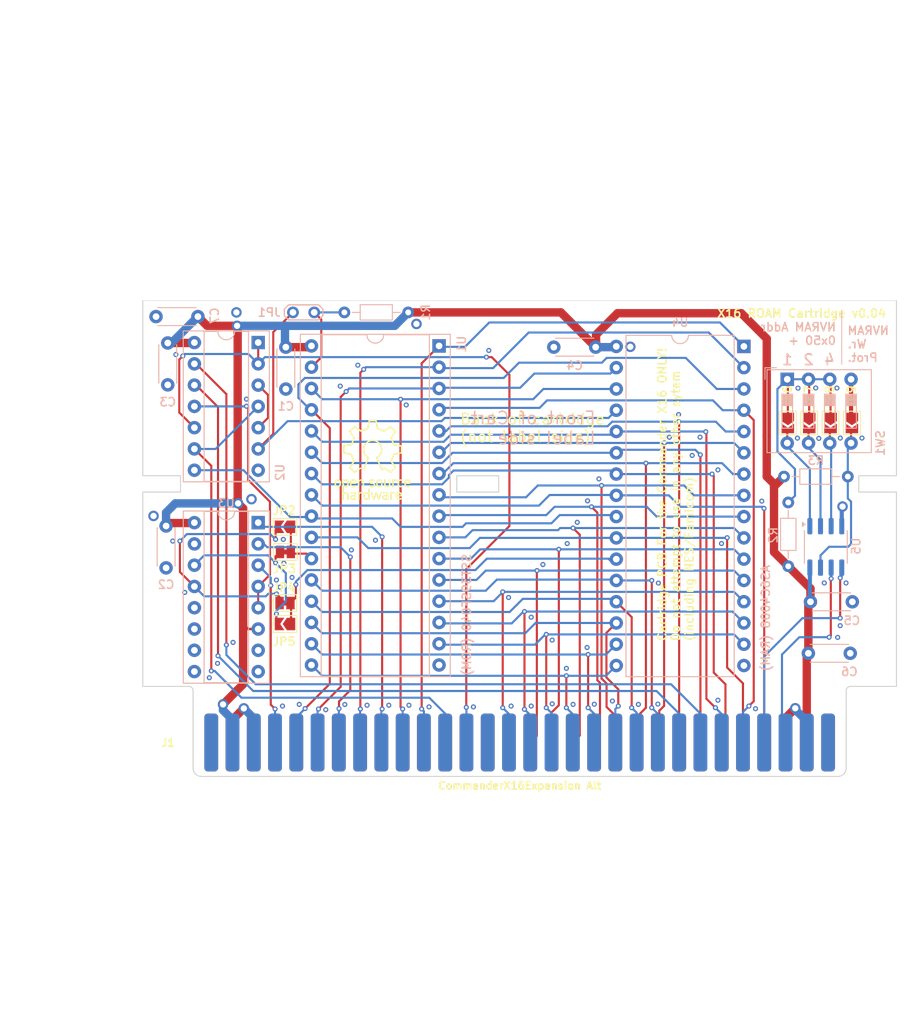
<source format=kicad_pcb>
(kicad_pcb (version 20240108) (generator "pcbnew") (generator_version "8.0")
  (layers (0 "F.Cu" signal) (1 "In1.Cu" signal) (2 "In2.Cu" signal) (31 "B.Cu" signal) (34 "B.Paste" user) (35 "F.Paste" user) (36 "B.SilkS" user "B.Silkscreen") (37 "F.SilkS" user "F.Silkscreen") (38 "B.Mask" user) (39 "F.Mask" user) (44 "Edge.Cuts" user))
  (net 0 "")
  (net 1 "D1")
  (net 2 "GND")
  (net 4 "/ROMB5")
  (net 5 "ROMB4")
  (net 6 "/A14")
  (net 7 "A11")
  (net 9 "+5V")
  (net 10 "D5")
  (net 11 "ROMB0")
  (net 12 "A4")
  (net 13 "ROMB3")
  (net 14 "A6")
  (net 17 "A3")
  (net 18 "/ROMB7")
  (net 21 "ROMB1")
  (net 23 "A5")
  (net 27 "/ROMB6")
  (net 28 "A2")
  (net 30 "/PHI2")
  (net 31 "D2")
  (net 34 "A8")
  (net 37 "A1")
  (net 38 "A10")
  (net 39 "D6")
  (net 40 "ROMB2")
  (net 41 "A9")
  (net 42 "A13")
  (net 43 "D7")
  (net 44 "A0")
  (net 46 "Net-(JP1-B)")
  (net 48 "/RWB")
  (net 49 "Net-(U2-Pad3)")
  (net 50 "A12")
  (net 51 "D3")
  (net 52 "A7")
  (net 53 "D4")
  (net 54 "D0")
  (net 55 "!MEMWE")
  (net 56 "!ROMBEN")
  (net 57 "!MEMOE")
  (net 58 "!ROMEN")
  (net 63 "!RAMBEN")
  (net 67 "/A15")
  (net 68 "/SCL")
  (net 69 "/SDA")
  (net 70 "Net-(JP6-A)")
  (net 71 "/WP")
  (net 72 "/FA2")
  (net 73 "/FA0")
  (net 74 "/FA1")
  (net 75 "Net-(JP2-B)")
  (net 76 "Net-(JP3-A)")
  (footprint "Jumper:SolderJumper-2_P1.3mm_Open_TrianglePad1.0x1.5mm" (layer "F.Cu") (at 132.1 92.6 -90)
    (property "Reference" "JP9")
    (property "Value" "JPWP")
  )
  (footprint "Jumper:SolderJumper-2_P1.3mm_Bridged_Pad1.0x1.5mm" (layer "F.Cu") (at 64.45 108)
    (property "Reference" "JP3")
    (property "Value" "BANK32_ROM")
  )
  (footprint "Jumper:SolderJumper-2_P1.3mm_Open_TrianglePad1.0x1.5mm" (layer "F.Cu") (at 127 92.6 -90)
    (property "Reference" "JP7")
    (property "Value" "JPFA1")
  )
  (footprint "Jumper:SolderJumper-2_P1.3mm_Open_TrianglePad1.0x1.5mm" (layer "F.Cu") (at 124.45 92.6 -90)
    (property "Reference" "JP6")
    (property "Value" "JPFA0")
  )
  (footprint "Jumper:SolderJumper-2_P1.3mm_Open_TrianglePad1.0x1.5mm" (layer "F.Cu") (at 64.4 105 180)
    (property "Reference" "JP2")
    (property "Value" "BANK64_ROM")
  )
  (footprint "X16Expansion:CommanderX16Cartridge" (layer "F.Cu") (at 92.42 130.8)
    (property "Reference" "J1")
    (property "Value" "CommanderX16Expansion Alt")
    (fp_line (start -45 -52.8) (end -45 -31.9) (stroke (width 0.12)) (layer "Edge.Cuts"))
    (fp_line (start -45 -31.9) (end -40.5 -31.9) (stroke (width 0.12)) (layer "Edge.Cuts"))
    (fp_line (start -45 -29.95) (end -40.5 -29.95) (stroke (width 0.12)) (layer "Edge.Cuts"))
    (fp_line (start -45 -6.75) (end -45 -29.95) (stroke (width 0.12)) (layer "Edge.Cuts"))
    (fp_line (start -40.5 -31.9) (end -40.5 -29.95) (stroke (width 0.12)) (layer "Edge.Cuts"))
    (fp_line (start -39.5 -6.75) (end -45 -6.75) (stroke (width 0.12)) (layer "Edge.Cuts"))
    (fp_line (start -39 -6.25) (end -39 3) (stroke (width 0.12)) (layer "Edge.Cuts"))
    (fp_line (start -38 4) (end 38 4) (stroke (width 0.12)) (layer "Edge.Cuts"))
    (fp_line (start -7.5 -31.9) (end -7.5 -29.95) (stroke (width 0.12)) (layer "Edge.Cuts"))
    (fp_line (start -7.5 -31.9) (end -2.5 -31.9) (stroke (width 0.12)) (layer "Edge.Cuts"))
    (fp_line (start -2.5 -31.9) (end -2.5 -29.95) (stroke (width 0.12)) (layer "Edge.Cuts"))
    (fp_line (start -2.5 -29.95) (end -7.5 -29.95) (stroke (width 0.12)) (layer "Edge.Cuts"))
    (fp_line (start 39 3) (end 39 -6.25) (stroke (width 0.12)) (layer "Edge.Cuts"))
    (fp_line (start 39.5 -6.75) (end 45 -6.75) (stroke (width 0.12)) (layer "Edge.Cuts"))
    (fp_line (start 40.5 -31.9) (end 40.5 -29.95) (stroke (width 0.12)) (layer "Edge.Cuts"))
    (fp_line (start 40.5 -31.9) (end 45 -31.9) (stroke (width 0.12)) (layer "Edge.Cuts"))
    (fp_line (start 40.5 -29.95) (end 45 -29.95) (stroke (width 0.12)) (layer "Edge.Cuts"))
    (fp_line (start 45 -52.8) (end 45 -31.9) (stroke (width 0.12)) (layer "Edge.Cuts"))
    (fp_line (start 45 -6.75) (end 45 -29.95) (stroke (width 0.12)) (layer "Edge.Cuts"))
    (fp_arc (start -39.5 -6.75) (mid -39.146447 -6.603553) (end -39 -6.25) (stroke (width 0.12)) (layer "Edge.Cuts"))
    (fp_arc (start -38 4) (mid -38.707107 3.707107) (end -39 3) (stroke (width 0.12)) (layer "Edge.Cuts"))
    (fp_arc (start 39 -6.25) (mid 39.146447 -6.603553) (end 39.5 -6.75) (stroke (width 0.12)) (layer "Edge.Cuts"))
    (fp_arc (start 39 3) (mid 38.707107 3.707107) (end 38 4) (stroke (width 0.12)) (layer "Edge.Cuts"))
  )
  (footprint "Jumper:SolderJumper-2_P1.3mm_Bridged_Pad1.0x1.5mm" (layer "F.Cu") (at 64.4 114.1)
    (property "Reference" "JP4")
    (property "Value" "BANK64_RAM")
  )
  (footprint "Jumper:SolderJumper-2_P1.3mm_Open_TrianglePad1.0x1.5mm" (layer "F.Cu") (at 64.4 116.6 180)
    (property "Reference" "JP5")
    (property "Value" "BANK32_RAM")
  )
  (footprint "Jumper:SolderJumper-2_P1.3mm_Open_TrianglePad1.0x1.5mm" (layer "F.Cu") (at 129.55 92.6 -90)
    (property "Reference" "JP8")
    (property "Value" "JPFA2")
  )
  (footprint "Capacitor_THT:C_Disc_D4.3mm_W1.9mm_P5.00mm" (layer "B.Cu") (at 96.5 83.55)
    (property "Reference" "C4")
    (property "Value" "100nF")
  )
  (footprint "Package_DIP:DIP-32_W15.24mm" (layer "B.Cu") (at 119.2 83.46 180)
    (property "Reference" "U4")
    (property "Value" "AS6C4008 (RAM)")
  )
  (footprint "Package_DIP:DIP-14_W7.62mm_Socket" (layer "B.Cu") (at 61.2 83 180)
    (property "Reference" "U2")
    (property "Value" "74HCT00")
  )
  (footprint "Capacitor_THT:C_Disc_D4.3mm_W1.9mm_P5.00mm" (layer "B.Cu") (at 49 79.9)
    (property "Reference" "C7")
    (property "Value" "1uF")
  )
  (footprint "Package_SO:SOIC-8_3.9x4.9mm_P1.27mm" (layer "B.Cu") (at 128.985 107.3975 -90)
    (property "Reference" "U5")
    (property "Value" "FM24C64B")
  )
  (footprint "Package_DIP:DIP-32_W15.24mm_Socket" (layer "B.Cu") (at 82.8 83.4 180)
    (property "Reference" "U1")
    (property "Value" "SST39SF040 (ROM)")
  )
  (footprint "Capacitor_THT:C_Disc_D4.3mm_W1.9mm_P5.00mm" (layer "B.Cu") (at 132.15 113.95 180)
    (property "Reference" "C5")
    (property "Value" "100nF")
  )
  (footprint "Capacitor_THT:C_Disc_D4.3mm_W1.9mm_P5.00mm" (layer "B.Cu") (at 131.9 120.1 180)
    (property "Reference" "C6")
    (property "Value" "1uF")
  )
  (footprint "Capacitor_THT:C_Disc_D4.3mm_W1.9mm_P5.00mm" (layer "B.Cu") (at 50.4 83.05 -90)
    (property "Reference" "C3")
    (property "Value" "100nF")
  )
  (footprint "Resistor_THT:R_Axial_DIN0204_L3.6mm_D1.6mm_P7.62mm_Horizontal" (layer "B.Cu") (at 131.61 99 180)
    (property "Reference" "R3")
    (property "Value" "100K")
  )
  (footprint "Capacitor_THT:C_Disc_D4.3mm_W1.9mm_P5.00mm" (layer "B.Cu") (at 64.5 88.55 90)
    (property "Reference" "C1")
    (property "Value" "100nF")
  )
  (footprint "TestPoint:TestPoint_2Pads_Pitch2.54mm_Drill0.8mm" (layer "B.Cu") (at 65.35 79.4)
    (property "Reference" "JP1")
    (property "Value" "WRITE EN")
  )
  (footprint "Resistor_THT:R_Axial_DIN0204_L3.6mm_D1.6mm_P7.62mm_Horizontal" (layer "B.Cu") (at 71.49 79.4)
    (property "Reference" "R1")
    (property "Value" "R")
  )
  (footprint "Resistor_THT:R_Axial_DIN0204_L3.6mm_D1.6mm_P7.62mm_Horizontal" (layer "B.Cu") (at 124.5 109.71 90)
    (property "Reference" "R2")
    (property "Value" "100K")
  )
  (footprint "Button_Switch_THT:SW_DIP_SPSTx04_Slide_9.78x12.34mm_W7.62mm_P2.54mm" (layer "B.Cu") (at 124.38 87.38 -90)
    (property "Reference" "SW1")
    (property "Value" "SW_DIP_x04")
  )
  (footprint "Package_DIP:DIP-16_W7.62mm_Socket" (layer "B.Cu") (at 61.2 104.5 180)
    (property "Reference" "U3")
    (property "Value" "74HCT138" (hide yes))
  )
  (footprint "Capacitor_THT:C_Disc_D4.3mm_W1.9mm_P5.00mm" (layer "B.Cu") (at 50.2 109.9 90)
    (property "Reference" "C2")
    (property "Value" "100nF")
  )
  (gr_line (start 130.88 85.58) (end 130.88 79.15) (stroke (width 0.1)) (layer "B.SilkS"))
  (gr_poly (pts (xy 71.711936 99.317431) (xy 71.732602 99.319219) (xy 71.752528 99.322138) (xy 71.771717 99.326139) (xy 71.790172 99.331173) (xy 71.807895 99.337189) (xy 71.82489 99.344139) (xy 71.841157 99.351974) (xy 71.8567 99.360643) (xy 71.871521 99.370097) (xy 71.885623 99.380287) (xy 71.899008 99.391164) (xy 71.911679 99.402677) (xy 71.923637 99.414777) (xy 71.934887 99.427416) (xy 71.945429 99.440543) (xy 71.954828 99.45317) (xy 71.963382 99.465926) (xy 71.971124 99.479071) (xy 71.978086 99.492866) (xy 71.981285 99.50009) (xy 71.984302 99.507573) (xy 71.987141 99.51535) (xy 71.989805 99.523452) (xy 71.992299 99.531913) (xy 71.994627 99.540764) (xy 71.998802 99.55977) (xy 72.002362 99.580732) (xy 72.005341 99.60391) (xy 72.007771 99.629565) (xy 72.009686 99.657958) (xy 72.011117 99.689351) (xy 72.012099 99.724003) (xy 72.012664 99.762177) (xy 72.012845 99.804133) (xy 72.012099 99.883621) (xy 72.009686 99.949191) (xy 72.007771 99.977401) (xy 72.005341 100.002905) (xy 72.002362 100.025959) (xy 71.998802 100.046823) (xy 71.994627 100.065753) (xy 71.989805 100.083007) (xy 71.984302 100.098842) (xy 71.978086 100.113518) (xy 71.971124 100.12729) (xy 71.963382 100.140417) (xy 71.954828 100.153156) (xy 71.945429 100.165766) (xy 71.934887 100.178893) (xy 71.923637 100.191531) (xy 71.911679 100.203632) (xy 71.899008 100.215145) (xy 71.885623 100.226022) (xy 71.871521 100.236212) (xy 71.8567 100.245666) (xy 71.841157 100.254335) (xy 71.824889 100.262169) (xy 71.816483 100.265758) (xy 71.807895 100.26912) (xy 71.799125 100.272248) (xy 71.790172 100.275136) (xy 71.781036 100.277779) (xy 71.771717 100.28017) (xy 71.762214 100.282303) (xy 71.752528 100.284171) (xy 71.742657 100.285769) (xy 71.732601 100.28709) (xy 71.722361 100.288128) (xy 71.711936 100.288878) (xy 71.701326 100.289332) (xy 71.690529 100.289485) (xy 71.672492 100.288963) (xy 71.654915 100.28742) (xy 71.637779 100.284889) (xy 71.62106 100.281403) (xy 71.604737 100.276994) (xy 71.588787 100.271695) (xy 71.573189 100.26554) (xy 71.55792 100.258562) (xy 71.542959 100.250792) (xy 71.528284 100.242265) (xy 71.513872 100.233014) (xy 71.499702 100.22307) (xy 71.485751 100.212468) (xy 71.471998 100.201239) (xy 71.45842 100.189418) (xy 71.444996 100.177037) (xy 71.444308 100.930041) (xy 71.456516 100.91643) (xy 71.46924 100.903696) (xy 71.482468 100.891839) (xy 71.496191 100.88086) (xy 71.510397 100.870758) (xy 71.525075 100.861533) (xy 71.540215 100.853187) (xy 71.555804 100.845718) (xy 71.571832 100.839128) (xy 71.588288 100.833415) (xy 71.605161 100.828581) (xy 71.622441 100.824626) (xy 71.640115 100.821549) (xy 71.658173 100.819351) (xy 71.676604 100.818033) (xy 71.695398 100.817593) (xy 71.709333 100.817927) (xy 71.723354 100.818929) (xy 71.737427 100.820596) (xy 71.751516 100.822925) (xy 71.765587 100.825915) (xy 71.779606 100.829562) (xy 71.793537 100.833864) (xy 71.807346 100.838819) (xy 71.820999 100.844425) (xy 71.834461 100.850679) (xy 71.847696 100.857579) (xy 71.860671 100.865121) (xy 71.873351 100.873305) (xy 71.885701 100.882127) (xy 71.897687 100.891586) (xy 71.909274 100.901678) (xy 71.920426 100.912401) (xy 71.931111 100.923753) (xy 71.941292 100.935732) (xy 71.950936 100.948335) (xy 71.960007 100.961559) (xy 71.968471 100.975403) (xy 71.976294 100.989863) (xy 71.98344 101.004938) (xy 71.989875 101.020625) (xy 71.995565 101.036922) (xy 72.000474 101.053826) (xy 72.004568 101.071334) (xy 72.007813 101.089446) (xy 72.010174 101.108157) (xy 72.011616 101.127466) (xy 72.012104 101.14737) (xy 72.012104 101.778983) (xy 71.820969 101.778983) (xy 71.820969 101.21304) (xy 71.820735 101.20107) (xy 71.820038 101.189424) (xy 71.818889 101.178104) (xy 71.817297 101.167114) (xy 71.815274 101.156458) (xy 71.812827 101.146141) (xy 71.809969 101.136164) (xy 71.806707 101.126533) (xy 71.803053 101.117251) (xy 71.799017 101.108322) (xy 71.794607 101.09975) (xy 71.789835 101.091537) (xy 71.78471 101.083689) (xy 71.779242 101.076209) (xy 71.773442 101.0691) (xy 71.767318 101.062366) (xy 71.760882 101.056012) (xy 71.754142 101.05004) (xy 71.747109 101.044455) (xy 71.739793 101.03926) (xy 71.732204 101.034459) (xy 71.724352 101.030056) (xy 71.716246 101.026055) (xy 71.707897 101.022458) (xy 71.699314 101.019271) (xy 71.690509 101.016497) (xy 71.681489 101.014139) (xy 71.672266 101.012201) (xy 71.66285 101.010688) (xy 71.65325 101.009602) (xy 71.643476 101.008948) (xy 71.633538 101.008729) (xy 71.623433 101.008948) (xy 71.613501 101.009602) (xy 71.603754 101.010688) (xy 71.594201 101.012201) (xy 71.584851 101.014139) (xy 71.575714 101.016497) (xy 71.5668 101.019271) (xy 71.558117 101.022459) (xy 71.549676 101.026055) (xy 71.541487 101.030056) (xy 71.533558 101.034459) (xy 71.5259 101.03926) (xy 71.518522 101.044455) (xy 71.511434 101.05004) (xy 71.504645 101.056012) (xy 71.498164 101.062367) (xy 71.492002 101.0691) (xy 71.486168 101.076209) (xy 71.480672 101.08369) (xy 71.475523 101.091538) (xy 71.470731 101.09975) (xy 71.466305 101.108323) (xy 71.462255 101.117252) (xy 71.458591 101.126534) (xy 71.455322 101.136165) (xy 71.452457 101.146141) (xy 71.450007 101.156459) (xy 71.447981 101.167114) (xy 71.446389 101.178104) (xy 71.445239 101.189424) (xy 71.444543 101.20107) (xy 71.444308 101.21304) (xy 71.444308 101.778984) (xy 71.253121 101.778984) (xy 71.253121 99.80408) (xy 71.444996 99.80408) (xy 71.445747 99.856013) (xy 71.447034 99.882052) (xy 71.449242 99.907791) (xy 71.452603 99.932969) (xy 71.45735 99.957325) (xy 71.463717 99.9806) (xy 71.467581 99.99175) (xy 71.471938 100.002531) (xy 71.476816 100.012912) (xy 71.482245 100.022859) (xy 71.488254 100.032341) (xy 71.494872 100.041323) (xy 71.502128 100.049774) (xy 71.510053 100.057661) (xy 71.518673 100.064952) (xy 71.52802 100.071614) (xy 71.538122 100.077614) (xy 71.549008 100.08292) (xy 71.560707 100.087499) (xy 71.57325 100.091318) (xy 71.586663 100.094346) (xy 71.600978 100.096549) (xy 71.616223 100.097894) (xy 71.632427 100.09835) (xy 71.6488 100.097921) (xy 71.664202 100.096651) (xy 71.678665 100.094568) (xy 71.692216 100.0917) (xy 71.704887 100.088074) (xy 71.716705 100.083718) (xy 71.727701 100.078659) (xy 71.737905 100.072924) (xy 71.747345 100.066541) (xy 71.756052 100.059537) (xy 71.764055 100.051941) (xy 71.771382 100.043778) (xy 71.778065 100.035078) (xy 71.784132 100.025867) (xy 71.789613 100.016173) (xy 71.794537 100.006024) (xy 71.798935 99.995446) (xy 71.802834 99.984467) (xy 71.806266 99.973115) (xy 71.809259 99.961418) (xy 71.811843 99.949402) (xy 71.814047 99.937095) (xy 71.817435 99.911719) (xy 71.81966 99.88551) (xy 71.820956 99.858687) (xy 71.821561 99.83147) (xy 71.82171 99.80408) (xy 71.820956 99.748831) (xy 71.81966 99.721752) (xy 71.817435 99.695326) (xy 71.814047 99.669768) (xy 71.809259 99.645296) (xy 71.802834 99.622127) (xy 71.798935 99.611098) (xy 71.794537 99.600477) (xy 71.789613 99.590289) (xy 71.784132 99.580562) (xy 71.778065 99.571323) (xy 71.771382 99.5626) (xy 71.764055 99.554419) (xy 71.756052 99.546807) (xy 71.747345 99.539791) (xy 71.737905 99.533399) (xy 71.727701 99.527658) (xy 71.716705 99.522594) (xy 71.704887 99.518235) (xy 71.692216 99.514608) (xy 71.678665 99.511739) (xy 71.664202 99.509657) (xy 71.6488 99.508388) (xy 71.632427 99.507959) (xy 71.616228 99.508414) (xy 71.600987 99.50976) (xy 71.586676 99.511964) (xy 71.573265 99.514994) (xy 71.560725 99.518817) (xy 71.549028 99.523401) (xy 71.538143 99.528714) (xy 71.528042 99.534724) (xy 71.518696 99.541398) (xy 71.510076 99.548704) (xy 71.502152 99.55661) (xy 71.494895 99.565084) (xy 71.488276 99.574093) (xy 71.482267 99.583605) (xy 71.476837 99.593588) (xy 71.471957 99.604009) (xy 71.4676 99.614837) (xy 71.463734 99.626039) (xy 71.460332 99.637583) (xy 71.457364 99.649436) (xy 71.454801 99.661567) (xy 71.452613 99.673942) (xy 71.44925 99.6993) (xy 71.447039 99.72525) (xy 71.445749 99.751536) (xy 71.445146 99.777898) (xy 71.444996 99.80408) (xy 71.253121 99.80408) (xy 71.253121 99.328095) (xy 71.444996 99.328095) (xy 71.444996 99.42742) (xy 71.456572 99.415364) (xy 71.468777 99.403828) (xy 71.481586 99.392847) (xy 71.494969 99.382457) (xy 71.508901 99.372693) (xy 71.523354 99.363591) (xy 71.538301 99.355186) (xy 71.553714 99.347515) (xy 71.569565 99.340613) (xy 71.585829 99.334516) (xy 71.602477 99.329258) (xy 71.619482 99.324877) (xy 71.636818 99.321407) (xy 71.654455 99.318885) (xy 71.672368 99.317345) (xy 71.69053 99.316824)) (stroke (width -0.000001)) (fill solid) (layer "F.SilkS"))
  (gr_poly (pts (xy 78.01826 100.817994) (xy 78.037655 100.819347) (xy 78.056829 100.821587) (xy 78.075753 100.824702) (xy 78.0944 100.828681) (xy 78.112741 100.833511) (xy 78.130749 100.83918) (xy 78.148395 100.845676) (xy 78.165651 100.852988) (xy 78.182489 100.861103) (xy 78.198881 100.870009) (xy 78.214799 100.879694) (xy 78.230214 100.890146) (xy 78.245099 100.901354) (xy 78.259425 100.913305) (xy 78.273164 100.925986) (xy 78.286289 100.939388) (xy 78.29877 100.953496) (xy 78.310581 100.968299) (xy 78.321692 100.983786) (xy 78.332076 100.999944) (xy 78.341705 101.016761) (xy 78.35055 101.034225) (xy 78.358583 101.052324) (xy 78.365777 101.071047) (xy 78.372103 101.09038) (xy 78.377532 101.110313) (xy 78.382038 101.130833) (xy 78.385591 101.151927) (xy 78.388164 101.173585) (xy 78.389728 101.195795) (xy 78.390256 101.218543) (xy 78.390256 101.376076) (xy 77.798171 101.376076) (xy 77.798449 101.390426) (xy 77.799276 101.404327) (xy 77.80064 101.417777) (xy 77.802532 101.430776) (xy 77.804939 101.443325) (xy 77.807851 101.455422) (xy 77.811257 101.467067) (xy 77.815146 101.47826) (xy 77.819507 101.489) (xy 77.824329 101.499288) (xy 77.829602 101.509122) (xy 77.835313 101.518503) (xy 77.841453 101.527429) (xy 77.84801 101.535902) (xy 77.854974 101.543919) (xy 77.862333 101.551482) (xy 77.870076 101.558589) (xy 77.878193 101.56524) (xy 77.886673 101.571435) (xy 77.895504 101.577173) (xy 77.904676 101.582454) (xy 77.914178 101.587278) (xy 77.923998 101.591645) (xy 77.934126 101.595553) (xy 77.944551 101.599003) (xy 77.955262 101.601994) (xy 77.966248 101.604526) (xy 77.977498 101.606599) (xy 77.989001 101.608211) (xy 78.000746 101.609363) (xy 78.012723 101.610055) (xy 78.024919 101.610286) (xy 78.038662 101.609893) (xy 78.052499 101.608726) (xy 78.066388 101.606796) (xy 78.080288 101.604117) (xy 78.094158 101.600703) (xy 78.107956 101.596567) (xy 78.121641 101.591722) (xy 78.135171 101.586182) (xy 78.148505 101.57996) (xy 78.161602 101.573068) (xy 78.17442 101.565522) (xy 78.186918 101.557333) (xy 78.199055 101.548515) (xy 78.210788 101.539082) (xy 78.222078 101.529046) (xy 78.232881 101.518422) (xy 78.371576 101.636532) (xy 78.353681 101.65617) (xy 78.335162 101.674341) (xy 78.316051 101.691075) (xy 78.296381 101.706397) (xy 78.276185 101.720336) (xy 78.255495 101.732919) (xy 78.234345 101.744173) (xy 78.212767 101.754126) (xy 78.190794 101.762806) (xy 78.168459 101.770239) (xy 78.145794 101.776453) (xy 78.122833 101.781476) (xy 78.099607 101.785335) (xy 78.076151 101.788058) (xy 78.052497 101.789671) (xy 78.028677 101.790203) (xy 77.991815 101.789054) (xy 77.954587 101.785412) (xy 77.91737 101.778979) (xy 77.880545 101.76946) (xy 77.844489 101.756558) (xy 77.826868 101.748745) (xy 77.809581 101.739976) (xy 77.792676 101.730212) (xy 77.776201 101.719418) (xy 77.760201 101.707556) (xy 77.744726 101.694589) (xy 77.729822 101.680479) (xy 77.715536 101.665191) (xy 77.701916 101.648686) (xy 77.689009 101.630928) (xy 77.676862 101.611879) (xy 77.665524 101.591504) (xy 77.65504 101.569764) (xy 77.645459 101.546623) (xy 77.636828 101.522043) (xy 77.629194 101.495988) (xy 77.622605 101.46842) (xy 77.617108 101.439303) (xy 77.61275 101.408599) (xy 77.609578 101.376271) (xy 77.60764 101.342283) (xy 77.606984 101.306597) (xy 77.607586 101.272715) (xy 77.609365 101.240271) (xy 77.611399 101.218595) (xy 77.798171 101.218595) (xy 78.199174 101.218595) (xy 78.198429 101.205265) (xy 78.197242 101.192331) (xy 78.195621 101.179796) (xy 78.193575 101.16766) (xy 78.191113 101.155927) (xy 78.188243 101.144598) (xy 78.184974 101.133673) (xy 78.181315 101.123156) (xy 78.177273 101.113048) (xy 78.172858 101.103351) (xy 78.168078 101.094066) (xy 78.162942 101.085195) (xy 78.157458 101.076739) (xy 78.151636 101.068702) (xy 78.145483 101.061083) (xy 78.139008 101.053886) (xy 78.13222 101.047112) (xy 78.125127 101.040761) (xy 78.117739 101.034838) (xy 78.110063 101.029342) (xy 78.102109 101.024276) (xy 78.093884 101.019641) (xy 78.085398 101.015439) (xy 78.076659 101.011673) (xy 78.067675 101.008343) (xy 78.058456 101.005451) (xy 78.04901 101.002999) (xy 78.039345 101.00099) (xy 78.02947 100.999424) (xy 78.019394 100.998303) (xy 78.009125 100.997629) (xy 77.998672 100.997404) (xy 77.988214 100.997629) (xy 77.977931 100.998303) (xy 77.967831 100.999424) (xy 77.957924 101.00099) (xy 77.948221 101.002999) (xy 77.93873 101.005451) (xy 77.929462 101.008343) (xy 77.920426 101.011672) (xy 77.911632 101.015439) (xy 77.903088 101.019641) (xy 77.894806 101.024275) (xy 77.886794 101.029342) (xy 77.879062 101.034837) (xy 77.87162 101.040761) (xy 77.864477 101.047111) (xy 77.857643 101.053886) (xy 77.851128 101.061083) (xy 77.844941 101.068701) (xy 77.839092 101.076739) (xy 77.83359 101.085194) (xy 77.828445 101.094065) (xy 77.823667 101.103351) (xy 77.819265 101.113048) (xy 77.81525 101.123156) (xy 77.811629 101.133673) (xy 77.808414 101.144597) (xy 77.805614 101.155927) (xy 77.803238 101.16766) (xy 77.801296 101.179795) (xy 77.799798 101.192331) (xy 77.798753 101.205265) (xy 77.798171 101.218595) (xy 77.611399 101.218595) (xy 77.612277 101.209239) (xy 77.616281 101.179597) (xy 77.621333 101.151321) (xy 77.627391 101.124386) (xy 77.634413 101.09877) (xy 77.642356 101.074448) (xy 77.651178 101.051397) (xy 77.660835 101.029594) (xy 77.671286 101.009014) (xy 77.682487 100.989634) (xy 77.694397 100.97143) (xy 77.706973 100.954378) (xy 77.720171 100.938456) (xy 77.733951 100.923639) (xy 77.748268 100.909903) (xy 77.763081 100.897225) (xy 77.778348 100.885581) (xy 77.794024 100.874947) (xy 77.810069 100.865301) (xy 77.826438 100.856617) (xy 77.843091 100.848873) (xy 77.859984 100.842044) (xy 77.877075 100.836108) (xy 77.894321 100.83104) (xy 77.911679 100.826816) (xy 77.929108 100.823414) (xy 77.964005 100.818977) (xy 77.998672 100.81754)) (stroke (width -0.000001)) (fill solid) (layer "F.SilkS"))
  (gr_poly (pts (xy 76.421862 99.893986) (xy 76.422097 99.905946) (xy 76.422794 99.917584) (xy 76.423944 99.928897) (xy 76.425537 99.939881) (xy 76.427564 99.950532) (xy 76.430016 99.960846) (xy 76.432881 99.970819) (xy 76.436152 99.980447) (xy 76.439818 99.989728) (xy 76.443869 99.998656) (xy 76.448297 100.007229) (xy 76.453091 100.015441) (xy 76.458241 100.023291) (xy 76.463739 100.030773) (xy 76.469575 100.037884) (xy 76.475738 100.044619) (xy 76.482219 100.050977) (xy 76.489009 100.056951) (xy 76.496099 100.06254) (xy 76.503477 100.067738) (xy 76.511136 100.072542) (xy 76.519064 100.076948) (xy 76.527253 100.080953) (xy 76.535693 100.084552) (xy 76.544374 100.087743) (xy 76.553287 100.09052) (xy 76.562423 100.09288) (xy 76.57177 100.09482) (xy 76.58132 100.096335) (xy 76.591064 100.097422) (xy 76.600991 100.098078) (xy 76.611092 100.098297) (xy 76.621034 100.098078) (xy 76.630813 100.097422) (xy 76.640417 100.096335) (xy 76.649837 100.09482) (xy 76.659064 100.09288) (xy 76.668087 100.09052) (xy 76.676896 100.087743) (xy 76.685481 100.084552) (xy 76.693833 100.080953) (xy 76.701941 100.076948) (xy 76.709795 100.072542) (xy 76.717387 100.067738) (xy 76.724704 100.06254) (xy 76.731739 100.056951) (xy 76.73848 100.050977) (xy 76.744918 100.044619) (xy 76.751043 100.037884) (xy 76.756844 100.030773) (xy 76.762313 100.023291) (xy 76.767439 100.015441) (xy 76.772212 100.007229) (xy 76.776621 99.998656) (xy 76.780659 99.989728) (xy 76.784313 99.980447) (xy 76.787574 99.970819) (xy 76.790434 99.960846) (xy 76.79288 99.950532) (xy 76.794904 99.939881) (xy 76.796495 99.928897) (xy 76.797644 99.917584) (xy 76.798341 99.905946) (xy 76.798576 99.893986) (xy 76.798576 99.328041) (xy 76.989658 99.328041) (xy 76.989658 100.278267) (xy 76.798576 100.278267) (xy 76.798576 100.176984) (xy 76.794872 100.176984) (xy 76.783324 100.190595) (xy 76.771179 100.203329) (xy 76.758456 100.215186) (xy 76.745174 100.226165) (xy 76.731354 100.236267) (xy 76.717014 100.245491) (xy 76.702174 100.253838) (xy 76.686855 100.261306) (xy 76.671076 100.267897) (xy 76.654856 100.273609) (xy 76.638216 100.278443) (xy 76.621174 100.282398) (xy 76.603751 100.285475) (xy 76.585967 100.287673) (xy 76.56784 100.288992) (xy 76.549391 100.289431) (xy 76.535288 100.289097) (xy 76.521108 100.288095) (xy 76.492659 100.284099) (xy 76.46432 100.277463) (xy 76.450276 100.273161) (xy 76.436364 100.268205) (xy 76.422615 100.2626) (xy 76.409066 100.256346) (xy 76.395749 100.249446) (xy 76.382701 100.241903) (xy 76.369954 100.23372) (xy 76.357543 100.224897) (xy 76.345503 100.215439) (xy 76.333868 100.205347) (xy 76.322672 100.194624) (xy 76.31195 100.183272) (xy 76.301735 100.171293) (xy 76.292062 100.158691) (xy 76.282967 100.145466) (xy 76.274481 100.131623) (xy 76.266642 100.117162) (xy 76.259481 100.102087) (xy 76.253035 100.0864) (xy 76.247336 100.070104) (xy 76.24242 100.0532) (xy 76.238321 100.035691) (xy 76.235073 100.01758) (xy 76.232711 99.998868) (xy 76.231268 99.97956) (xy 76.23078 99.959655) (xy 76.23078 99.328041) (xy 76.421862 99.328041)) (stroke (width -0.000001)) (fill solid) (layer "F.SilkS"))
  (gr_poly (pts (xy 72.55897 100.818535) (xy 72.600174 100.821435) (xy 72.639408 100.826404) (xy 72.658245 100.8297) (xy 72.676541 100.833556) (xy 72.69428 100.837986) (xy 72.711446 100.843004) (xy 72.728022 100.848623) (xy 72.743993 100.854859) (xy 72.759341 100.861724) (xy 72.774052 100.869233) (xy 72.788109 100.877401) (xy 72.801495 100.88624) (xy 72.814195 100.895766) (xy 72.826193 100.905992) (xy 72.837472 100.916932) (xy 72.848017 100.9286) (xy 72.85781 100.941011) (xy 72.866837 100.954178) (xy 72.87508 100.968116) (xy 72.882525 100.982838) (xy 72.889153 100.998359) (xy 72.894951 101.014692) (xy 72.899901 101.031852) (xy 72.903986 101.049853) (xy 72.907193 101.068708) (xy 72.909503 101.088432) (xy 72.9109 101.109039) (xy 72.91137 101.130543) (xy 72.91137 101.778984) (xy 72.720182 101.778984) (xy 72.720182 101.694635) (xy 72.716425 101.694635) (xy 72.708736 101.706531) (xy 72.700375 101.717598) (xy 72.691289 101.727845) (xy 72.681422 101.73728) (xy 72.670719 101.745912) (xy 72.659125 101.753749) (xy 72.646587 101.760799) (xy 72.633048 101.767072) (xy 72.618455 101.772574) (xy 72.602752 101.777316) (xy 72.585885 101.781305) (xy 72.567798 101.78455) (xy 72.548437 101.787059) (xy 72.527748 101.78884) (xy 72.505675 101.789903) (xy 72.482163 101.790255) (xy 72.462569 101.78989) (xy 72.443497 101.788805) (xy 72.424954 101.787015) (xy 72.406948 101.784538) (xy 72.389483 101.781387) (xy 72.372568 101.77758) (xy 72.356208 101.773131) (xy 72.340409 101.768058) (xy 72.325179 101.762375) (xy 72.310524 101.756098) (xy 72.29645 101.749243) (xy 72.282964 101.741826) (xy 72.270072 101.733863) (xy 72.257782 101.725369) (xy 72.246098 101.71636) (xy 72.235029 101.706852) (xy 72.22458 101.696861) (xy 72.214758 101.686403) (xy 72.205569 101.675493) (xy 72.197021 101.664147) (xy 72.189119 101.652381) (xy 72.181869 101.640211) (xy 72.17528 101.627652) (xy 72.169356 101.61472) (xy 72.164105 101.601432) (xy 72.159533 101.587802) (xy 72.155646 101.573847) (xy 72.152452 101.559582) (xy 72.149956 101.545024) (xy 72.148165 101.530187) (xy 72.147086 101.515089) (xy 72.146724 101.499743) (xy 72.146928 101.490376) (xy 72.326588 101.490376) (xy 72.327188 101.502213) (xy 72.329017 101.513805) (xy 72.332114 101.525081) (xy 72.336522 101.535968) (xy 72.339229 101.541243) (xy 72.34228 101.546395) (xy 72.345679 101.551414) (xy 72.349431 101.556291) (xy 72.353542 101.561018) (xy 72.358016 101.565584) (xy 72.362858 101.569982) (xy 72.368075 101.574203) (xy 72.37367 101.578237) (xy 72.379649 101.582075) (xy 72.386018 101.58571) (xy 72.39278 101.58913) (xy 72.399943 101.592329) (xy 72.407509 101.595296) (xy 72.415486 101.598024) (xy 72.423877 101.600502) (xy 72.441925 101.604675) (xy 72.461693 101.607744) (xy 72.483224 101.609638) (xy 72.506558 101.610286) (xy 72.535205 101.61006) (xy 72.561467 101.609273) (xy 72.585418 101.607756) (xy 72.607132 101.605342) (xy 72.617174 101.603746) (xy 72.626683 101.601862) (xy 72.635671 101.599671) (xy 72.644145 101.59715) (xy 72.652116 101.59428) (xy 72.659593 101.591038) (xy 72.666584 101.587404) (xy 72.6731 101.583357) (xy 72.679148 101.578877) (xy 72.68474 101.573941) (xy 72.689883 101.56853) (xy 72.694587 101.562621) (xy 72.698862 101.556195) (xy 72.702717 101.549231) (xy 72.70616 101.541706) (xy 72.709202 101.533601) (xy 72.711851 101.524895) (xy 72.714117 101.515565) (xy 72.716009 101.505593) (xy 72.717536 101.494956) (xy 72.718708 101.483633) (xy 72.719533 101.471604) (xy 72.720021 101.458848) (xy 72.720182 101.445343) (xy 72.720182 101.37597) (xy 72.491582 101.37597) (xy 72.481211 101.376101) (xy 72.47119 101.376493) (xy 72.461517 101.37714) (xy 72.452192 101.378041) (xy 72.443214 101.379189) (xy 72.43458 101.380583) (xy 72.426289 101.382218) (xy 72.418341 101.38409) (xy 72.410732 101.386196) (xy 72.403464 101.388532) (xy 72.396533 101.391093) (xy 72.389938 101.393877) (xy 72.383679 101.396879) (xy 72.377753 101.400096) (xy 72.37216 101.403523) (xy 72.366897 101.407158) (xy 72.361965 101.410995) (xy 72.35736 101.415033) (xy 72.353082 101.419266) (xy 72.34913 101.423691) (xy 72.345502 101.428303) (xy 72.342196 101.433101) (xy 72.339212 101.438078) (xy 72.336548 101.443233) (xy 72.334202 101.44856) (xy 72.332174 101.454057) (xy 72.330461 101.459719) (xy 72.329063 101.465542) (xy 72.327978 101.471523) (xy 72.327205 101.477659) (xy 72.326742 101.483944) (xy 72.326588 101.490376) (xy 72.146928 101.490376) (xy 72.147032 101.485584) (xy 72.147953 101.471576) (xy 72.149487 101.457738) (xy 72.151632 101.444089) (xy 72.154388 101.430651) (xy 72.157755 101.417441) (xy 72.161729 101.40448) (xy 72.166312 101.391788) (xy 72.171501 101.379383) (xy 72.177295 101.367286) (xy 72.183695 101.355516) (xy 72.190697 101.344093) (xy 72.198303 101.333036) (xy 72.20651 101.322364) (xy 72.215317 101.312099) (xy 72.224723 101.302258) (xy 72.234729 101.292862) (xy 72.245331 101.28393) (xy 72.25653 101.275481) (xy 72.268324 101.267537) (xy 72.280713 101.260115) (xy 72.293694 101.253236) (xy 72.307268 101.246919) (xy 72.321434 101.241183) (xy 72.336189 101.23605) (xy 72.351534 101.231537) (xy 72.367466 101.227664) (xy 72.383986 101.224452) (xy 72.401092 101.22192) (xy 72.418783 101.220086) (xy 72.437058 101.218972) (xy 72.455916 101.218596) (xy 72.720182 101.218596) (xy 72.720182 101.119272) (xy 72.719496 101.103088) (xy 72.718633 101.095493) (xy 72.717418 101.088223) (xy 72.715848 101.081274) (xy 72.713919 101.074641) (xy 72.711626 101.068318) (xy 72.708966 101.062302) (xy 72.705936 101.056587) (xy 72.702532 101.051169) (xy 72.698749 101.046043) (xy 72.694585 101.041204) (xy 72.690035 101.036647) (xy 72.685095 101.032368) (xy 72.679762 101.028362) (xy 72.674032 101.024624) (xy 72.667902 101.02115) (xy 72.661367 101.017934) (xy 72.647068 101.012259) (xy 72.631106 101.007562) (xy 72.61345 101.003804) (xy 72.594071 101.000947) (xy 72.572938 100.998954) (xy 72.550021 100.997786) (xy 72.52529 100.997405) (xy 72.507272 100.99763) (xy 72.490425 100.99832) (xy 72.474692 100.999502) (xy 72.460016 101.001198) (xy 72.453056 101.002246) (xy 72.446338 101.003433) (xy 72.439856 101.00476) (xy 72.433603 101.006231) (xy 72.42757 101.00785) (xy 72.421751 101.009618) (xy 72.416138 101.01154) (xy 72.410725 101.013617) (xy 72.405505 101.015854) (xy 72.400469 101.018253) (xy 72.395611 101.020818) (xy 72.390924 101.023551) (xy 72.3864 101.026455) (xy 72.382033 101.029534) (xy 72.377815 101.03279) (xy 72.373738 101.036227) (xy 72.369797 101.039847) (xy 72.365983 101.043655) (xy 72.362289 101.047652) (xy 72.358708 101.051841) (xy 72.355233 101.056227) (xy 72.351858 101.060811) (xy 72.348573 101.065598) (xy 72.345373 101.070589) (xy 72.195461 100.956289) (xy 72.209537 100.93804) (xy 72.224369 100.92125) (xy 72.239964 100.905879) (xy 72.25633 100.891889) (xy 72.273477 100.879241) (xy 72.291411 100.867896) (xy 72.310142 100.857815) (xy 72.329677 100.84896) (xy 72.350025 100.841292) (xy 72.371195 100.834772) (xy 72.393194 100.829362) (xy 72.416031 100.825022) (xy 72.439714 100.821714) (xy 72.464252 100.819399) (xy 72.489652 100.818039) (xy 72.515924 100.817594)) (stroke (width -0.000001)) (fill solid) (layer "F.SilkS"))
  (gr_poly (pts (xy 74.81068 99.317465) (xy 74.840119 99.319207) (xy 74.868385 99.32207) (xy 74.895531 99.32602) (xy 74.92161 99.331026) (xy 74.946673 99.337053) (xy 74.970774 99.344069) (xy 74.993965 99.35204) (xy 75.016299 99.360935) (xy 75.037827 99.370719) (xy 75.058602 99.38136) (xy 75.078677 99.392824) (xy 75.098105 99.40508) (xy 75.116937 99.418092) (xy 75.135227 99.43183) (xy 75.153026 99.446259) (xy 75.035022 99.584848) (xy 75.020943 99.575225) (xy 75.006784 99.566023) (xy 74.992507 99.557268) (xy 74.978078 99.548988) (xy 74.96346 99.541211) (xy 74.948619 99.533965) (xy 74.933518 99.527277) (xy 74.918122 99.521176) (xy 74.902396 99.515688) (xy 74.886304 99.510842) (xy 74.86981 99.506665) (xy 74.852878 99.503186) (xy 74.835474 99.500431) (xy 74.817562 99.498429) (xy 74.799105 99.497208) (xy 74.780069 99.496794) (xy 74.768889 99.496936) (xy 74.758173 99.497358) (xy 74.747915 99.498055) (xy 74.738107 99.499019) (xy 74.728742 99.500246) (xy 74.719814 99.501729) (xy 74.711314 99.503463) (xy 74.703235 99.505441) (xy 74.695571 99.507659) (xy 74.688313 99.51011) (xy 74.681456 99.512787) (xy 74.674992 99.515686) (xy 74.668913 99.518801) (xy 74.663212 99.522125) (xy 74.657882 99.525652) (xy 74.652917 99.529378) (xy 74.648308 99.533295) (xy 74.644049 99.537399) (xy 74.640132 99.541682) (xy 74.63655 99.54614) (xy 74.633296 99.550767) (xy 74.630362 99.555556) (xy 74.627743 99.560501) (xy 74.625429 99.565598) (xy 74.623415 99.570839) (xy 74.621692 99.57622) (xy 74.620255 99.581733) (xy 74.619095 99.587374) (xy 74.618205 99.593137) (xy 74.617578 99.599015) (xy 74.617208 99.605003) (xy 74.617086 99.611094) (xy 74.617445 99.618815) (xy 74.618559 99.626487) (xy 74.62048 99.63406) (xy 74.623259 99.641485) (xy 74.626949 99.648713) (xy 74.631602 99.655694) (xy 74.637271 99.66238) (xy 74.640502 99.665597) (xy 74.644007 99.668721) (xy 74.647792 99.671746) (xy 74.651863 99.674667) (xy 74.656228 99.677477) (xy 74.660892 99.680169) (xy 74.665862 99.682739) (xy 74.671145 99.685179) (xy 74.682674 99.689646) (xy 74.695533 99.693521) (xy 74.709772 99.696756) (xy 74.725445 99.699301) (xy 74.742604 99.701106) (xy 74.900031 99.712271) (xy 74.918141 99.713813) (xy 74.935565 99.715966) (xy 74.952311 99.718719) (xy 74.968386 99.722056) (xy 74.983797 99.725965) (xy 74.998552 99.730431) (xy 75.012658 99.735441) (xy 75.026122 99.740981) (xy 75.038951 99.747037) (xy 75.051152 99.753596) (xy 75.062734 99.760643) (xy 75.073702 99.768165) (xy 75.084065 99.776148) (xy 75.09383 99.784578) (xy 75.103003 99.793442) (xy 75.111592 99.802726) (xy 75.119605 99.812415) (xy 75.127048 99.822497) (xy 75.133928 99.832958) (xy 75.140254 99.843783) (xy 75.146032 99.854959) (xy 75.15127 99.866472) (xy 75.155975 99.878309) (xy 75.160153 99.890456) (xy 75.163813 99.902898) (xy 75.166961 99.915622) (xy 75.171752 99.941862) (xy 75.174584 99.969065) (xy 75.175515 99.997122) (xy 75.175014 100.014288) (xy 75.173525 100.030988) (xy 75.171071 100.047215) (xy 75.167676 100.062966) (xy 75.16336 100.078234) (xy 75.158147 100.093015) (xy 75.152061 100.107303) (xy 75.145122 100.121094) (xy 75.137355 100.134383) (xy 75.128781 100.147163) (xy 75.119423 100.159431) (xy 75.109305 100.17118) (xy 75.098447 100.182407) (xy 75.086875 100.193105) (xy 75.074609 100.203269) (xy 75.061672 100.212895) (xy 75.048087 100.221978) (xy 75.033878 100.230511) (xy 75.003673 100.245912) (xy 74.97124 100.259055) (xy 74.936758 100.269901) (xy 74.90041 100.278408) (xy 74.862375 100.284535) (xy 74.822837 100.288241) (xy 74.781974 100.289486) (xy 74.753295 100.288826) (xy 74.724892 100.286845) (xy 74.69678 100.283541) (xy 74.668972 100.27891) (xy 74.641483 100.272951) (xy 74.614325 100.26566) (xy 74.587513 100.257035) (xy 74.561061 100.247073) (xy 74.534981 100.235771) (xy 74.509289 100.223128) (xy 74.483998 100.209139) (xy 74.459122 100.193804) (xy 74.434674 100.177118) (xy 74.410668 100.15908) (xy 74.387118 100.139686) (xy 74.364038 100.118935) (xy 74.497071 99.987808) (xy 74.512625 100.002465) (xy 74.528399 100.016194) (xy 74.544436 100.028991) (xy 74.560781 100.040855) (xy 74.577478 100.051783) (xy 74.594571 100.061773) (xy 74.612102 100.070823) (xy 74.630117 100.07893) (xy 74.648659 100.086092) (xy 74.667772 100.092306) (xy 74.6875 100.097571) (xy 74.707886 100.101884) (xy 74.728976 100.105242) (xy 74.750811 100.107644) (xy 74.773437 100.109087) (xy 74.796897 100.109568) (xy 74.806993 100.109448) (xy 74.816905 100.109086) (xy 74.826624 100.108484) (xy 74.836142 100.107642) (xy 74.845449 100.10656) (xy 74.854536 100.105238) (xy 74.863394 100.103677) (xy 74.872015 100.101876) (xy 74.880389 100.099838) (xy 74.888508 100.09756) (xy 74.896362 100.095045) (xy 74.903943 100.092292) (xy 74.911241 100.089302) (xy 74.918248 100.086075) (xy 74.924955 100.082611) (xy 74.931352 100.07891) (xy 74.937431 100.074973) (xy 74.943183 100.070801) (xy 74.948598 100.066393) (xy 74.953669 100.06175) (xy 74.958385 100.056872) (xy 74.962738 100.05176) (xy 74.966719 100.046413) (xy 74.970319 100.040832) (xy 74.973529 100.035018) (xy 74.976341 100.028971) (xy 74.978744 100.022691) (xy 74.98073 100.016178) (xy 74.982291 100.009433) (xy 74.983417 100.002456) (xy 74.984099 99.995248) (xy 74.984328 99.987808) (xy 74.984181 99.981619) (xy 74.983745 99.975698) (xy 74.983025 99.97004) (xy 74.982028 99.964638) (xy 74.980762 99.959487) (xy 74.979232 99.954582) (xy 74.977444 99.949916) (xy 74.975406 99.945483) (xy 74.973123 99.941278) (xy 74.970603 99.937295) (xy 74.967852 99.933528) (xy 74.964875 99.929972) (xy 74.961681 99.92662) (xy 74.958274 99.923466) (xy 74.954662 99.920506) (xy 74.950852 99.917733) (xy 74.946848 99.915141) (xy 74.942659 99.912725) (xy 74.93375 99.908397) (xy 74.924174 99.904701) (xy 74.913984 99.901592) (xy 74.903232 99.899022) (xy 74.89197 99.896947) (xy 74.88025 99.895319) (xy 74.868123 99.894092) (xy 74.699424 99.879116) (xy 74.670418 99.875714) (xy 74.642486 99.870437) (xy 74.628957 99.867102) (xy 74.615738 99.863304) (xy 74.602843 99.859047) (xy 74.590286 99.854332) (xy 74.578079 99.84916) (xy 74.566237 99.843536) (xy 74.554774 99.837459) (xy 74.543704 99.830933) (xy 74.533039 99.82396) (xy 74.522795 99.816541) (xy 74.512983 99.808679) (xy 74.50362 99.800376) (xy 74.494717 99.791634) (xy 74.486289 99.782455) (xy 74.47835 99.772841) (xy 74.470912 99.762795) (xy 74.463991 99.752317) (xy 74.4576 99.741412) (xy 74.451752 99.730079) (xy 74.446461 99.718322) (xy 74.441742 99.706143) (xy 74.437607 99.693544) (xy 74.43407 99.680527) (xy 74.431146 99.667093) (xy 74.428848 99.653246) (xy 74.427189 99.638987) (xy 74.426183 99.624318) (xy 74.425845 99.609241) (xy 74.426292 99.591418) (xy 74.42762 99.574146) (xy 74.429809 99.557424) (xy 74.43284 99.541255) (xy 74.436693 99.525639) (xy 74.441348 99.510577) (xy 74.446787 99.496071) (xy 74.452989 99.482121) (xy 74.459935 99.468728) (xy 74.467605 99.455893) (xy 74.475981 99.443618) (xy 74.485041 99.431903) (xy 74.494767 99.42075) (xy 74.505139 99.410159) (xy 74.516137 99.400132) (xy 74.527743 99.390669) (xy 74.539936 99.381772) (xy 74.552697 99.373441) (xy 74.566006 99.365678) (xy 74.579844 99.358484) (xy 74.594191 99.351859) (xy 74.609027 99.345805) (xy 74.640091 99.335413) (xy 74.672878 99.327316) (xy 74.707233 99.321522) (xy 74.742998 99.31804) (xy 74.780017 99.316877)) (stroke (width -0.000001)) (fill solid) (layer "F.SilkS"))
  (gr_poly (pts (xy 78.26198 99.316972) (xy 78.275241 99.317572) (xy 78.288326 99.318563) (xy 78.301235 99.319936) (xy 78.326524 99.323798) (xy 78.351103 99.329096) (xy 78.37497 99.335766) (xy 78.398122 99.343747) (xy 78.420555 99.352973) (xy 78.442266 99.363383) (xy 78.463252 99.374914) (xy 78.483511 99.387503) (xy 78.503038 99.401085) (xy 78.52183 99.4156) (xy 78.539885 99.430983) (xy 78.5572 99.447171) (xy 78.57377 99.464102) (xy 78.589593 99.481712) (xy 78.449046 99.607283) (xy 78.440034 99.596593) (xy 78.43055 99.586334) (xy 78.420609 99.576542) (xy 78.410223 99.567252) (xy 78.399408 99.558501) (xy 78.388177 99.550323) (xy 78.376544 99.542755) (xy 78.364525 99.535833) (xy 78.352132 99.529591) (xy 78.339379 99.524066) (xy 78.326282 99.519293) (xy 78.312853 99.515307) (xy 78.299108 99.512146) (xy 78.28506 99.509843) (xy 78.270723 99.508436) (xy 78.256112 99.507959) (xy 78.227695 99.508998) (xy 78.200813 99.512148) (xy 78.18796 99.514529) (xy 78.175506 99.517455) (xy 78.163456 99.520933) (xy 78.151816 99.524966) (xy 78.140591 99.529563) (xy 78.129785 99.534728) (xy 78.119404 99.540467) (xy 78.109453 99.546786) (xy 78.099937 99.553691) (xy 78.090861 99.561188) (xy 78.082231 99.569283) (xy 78.074052 99.577981) (xy 78.066328 99.587288) (xy 78.059066 99.59721) (xy 78.052269 99.607754) (xy 78.045944 99.618924) (xy 78.040095 99.630726) (xy 78.034728 99.643167) (xy 78.029847 99.656253) (xy 78.025458 99.669988) (xy 78.021566 99.684379) (xy 78.018177 99.699432) (xy 78.015295 99.715153) (xy 78.012925 99.731547) (xy 78.009743 99.766379) (xy 78.008674 99.803975) (xy 78.008942 99.822962) (xy 78.009744 99.841264) (xy 78.011074 99.858885) (xy 78.012927 99.87583) (xy 78.015298 99.892106) (xy 78.018181 99.907717) (xy 78.021572 99.922669) (xy 78.025466 99.936968) (xy 78.029856 99.950619) (xy 78.034738 99.963628) (xy 78.040107 99.975999) (xy 78.045958 99.987739) (xy 78.052285 99.998853) (xy 78.059083 100.009347) (xy 78.066347 100.019225) (xy 78.074072 100.028493) (xy 78.082253 100.037158) (xy 78.090884 100.045224) (xy 78.09996 100.052696) (xy 78.109476 100.059581) (xy 78.119428 100.065884) (xy 78.129808 100.07161) (xy 78.140614 100.076764) (xy 78.151839 100.081353) (xy 78.163478 100.085382) (xy 78.175526 100.088855) (xy 78.187978 100.091779) (xy 78.200828 100.094159) (xy 78.214072 100.096001) (xy 78.227704 100.09731) (xy 78.241719 100.098091) (xy 78.256112 100.09835) (xy 78.263451 100.09823) (xy 78.270723 100.097873) (xy 78.277925 100.097283) (xy 78.285058 100.096465) (xy 78.299103 100.094163) (xy 78.312846 100.091001) (xy 78.326271 100.087016) (xy 78.339365 100.082243) (xy 78.352114 100.076718) (xy 78.364505 100.070476) (xy 78.376523 100.063554) (xy 78.388154 100.055986) (xy 78.399384 100.047808) (xy 78.410201 100.039057) (xy 78.420589 100.029767) (xy 78.430535 100.019975) (xy 78.440025 100.009716) (xy 78.449046 99.999025) (xy 78.589593 100.124596) (xy 78.573779 100.142179) (xy 78.557217 100.159087) (xy 78.539909 100.175256) (xy 78.52186 100.190624) (xy 78.503071 100.205127) (xy 78.483547 100.218702) (xy 78.463291 100.231284) (xy 78.442305 100.242812) (xy 78.420593 100.25322) (xy 78.398158 100.262447) (xy 78.375004 100.270428) (xy 78.351132 100.2771) (xy 78.326548 100.2824) (xy 78.301253 100.286264) (xy 78.27525 100.288629) (xy 78.248544 100.289431) (xy 78.207575 100.28779) (xy 78.16708 100.282799) (xy 78.127359 100.274355) (xy 78.08871 100.262357) (xy 78.069882 100.254993) (xy 78.051434 100.246702) (xy 78.033403 100.237472) (xy 78.015828 100.227289) (xy 77.998746 100.216141) (xy 77.982193 100.204015) (xy 77.966208 100.190899) (xy 77.950828 100.176778) (xy 77.936091 100.161642) (xy 77.922033 100.145477) (xy 77.908692 100.12827) (xy 77.896105 100.110008) (xy 77.884311 100.09068) (xy 77.873345 100.070271) (xy 77.863247 100.048769) (xy 77.854053 100.026162) (xy 77.8458 100.002437) (xy 77.838526 99.97758) (xy 77.832269 99.95158) (xy 77.827065 99.924423) (xy 77.822953 99.896097) (xy 77.81997 99.866589) (xy 77.818152 99.835885) (xy 77.817538 99.803975) (xy 77.818152 99.771914) (xy 77.81997 99.74107) (xy 77.822953 99.71143) (xy 77.827065 99.68298) (xy 77.832269 99.655707) (xy 77.838526 99.629598) (xy 77.8458 99.604641) (xy 77.854053 99.580822) (xy 77.863247 99.558128) (xy 77.873345 99.536546) (xy 77.884311 99.516063) (xy 77.896105 99.496667) (xy 77.908692 99.478343) (xy 77.922033 99.46108) (xy 77.936091 99.444864) (xy 77.950828 99.429682) (xy 77.966208 99.41552) (xy 77.982193 99.402367) (xy 77.998746 99.390209) (xy 78.015828 99.379033) (xy 78.033403 99.368826) (xy 78.051434 99.359574) (xy 78.069882 99.351266) (xy 78.08871 99.343887) (xy 78.107882 99.337425) (xy 78.127359 99.331867) (xy 78.147104 99.3272) (xy 78.16708 99.323411) (xy 78.18725 99.320486) (xy 78.207575 99.318413) (xy 78.248544 99.316771)) (stroke (width -0.000001)) (fill solid) (layer "F.SilkS"))
  (gr_poly (pts (xy 73.54443 99.317106) (xy 73.558451 99.318108) (xy 73.586613 99.322104) (xy 73.614703 99.328741) (xy 73.642443 99.337999) (xy 73.656096 99.343606) (xy 73.669558 99.34986) (xy 73.682793 99.356761) (xy 73.695768 99.364305) (xy 73.708448 99.37249) (xy 73.720799 99.381314) (xy 73.732784 99.390775) (xy 73.744371 99.400869) (xy 73.755524 99.411595) (xy 73.766208 99.42295) (xy 73.776389 99.434932) (xy 73.786033 99.447538) (xy 73.795104 99.460767) (xy 73.803568 99.474615) (xy 73.811391 99.48908) (xy 73.818537 99.504161) (xy 73.824972 99.519853) (xy 73.830662 99.536156) (xy 73.835571 99.553067) (xy 73.839665 99.570583) (xy 73.84291 99.588702) (xy 73.845271 99.607422) (xy 73.846713 99.62674) (xy 73.847201 99.646653) (xy 73.847201 100.278161) (xy 73.656066 100.278161) (xy 73.656066 99.712324) (xy 73.655832 99.700355) (xy 73.655135 99.688708) (xy 73.653986 99.677388) (xy 73.652395 99.666399) (xy 73.650371 99.655743) (xy 73.647924 99.645425) (xy 73.645066 99.635449) (xy 73.641804 99.625818) (xy 73.63815 99.616536) (xy 73.634114 99.607607) (xy 73.629704 99.599034) (xy 73.624932 99.590822) (xy 73.619807 99.582974) (xy 73.61434 99.575493) (xy 73.608539 99.568384) (xy 73.602415 99.561651) (xy 73.595979 99.555296) (xy 73.589239 99.549324) (xy 73.582206 99.543739) (xy 73.57489 99.538544) (xy 73.567301 99.533743) (xy 73.559449 99.52934) (xy 73.551343 99.525338) (xy 73.542994 99.521742) (xy 73.534412 99.518555) (xy 73.525606 99.515781) (xy 73.516586 99.513423) (xy 73.507363 99.511485) (xy 73.497947 99.509972) (xy 73.488347 99.508886) (xy 73.478573 99.508232) (xy 73.468635 99.508013) (xy 73.45853 99.508232) (xy 73.448598 99.508886) (xy 73.43885 99.509972) (xy 73.429296 99.511485) (xy 73.419945 99.513423) (xy 73.410806 99.51578) (xy 73.40189 99.518555) (xy 73.393206 99.521742) (xy 73.384763 99.525338) (xy 73.376572 99.52934) (xy 73.368641 99.533743) (xy 73.36098 99.538544) (xy 73.3536 99.543739) (xy 73.346509 99.549324) (xy 73.339718 99.555296) (xy 73.333235 99.56165) (xy 73.32707 99.568384) (xy 73.321234 99.575493) (xy 73.315735 99.582973) (xy 73.310584 99.590821) (xy 73.305789 99.599034) (xy 73.301361 99.607606) (xy 73.297309 99.616535) (xy 73.293643 99.625817) (xy 73.290372 99.635448) (xy 73.287506 99.645425) (xy 73.285055 99.655743) (xy 73.283028 99.666398) (xy 73.281434 99.677388) (xy 73.280284 99.688708) (xy 73.279587 99.700355) (xy 73.279352 99.712324) (xy 73.279352 100.278161) (xy 73.088217 100.278161) (xy 73.088217 99.328042) (xy 73.279352 99.328042) (xy 73.279352 99.429219) (xy 73.283162 99.429219) (xy 73.2947 99.415609) (xy 73.306838 99.402875) (xy 73.319561 99.391018) (xy 73.332851 99.380038) (xy 73.346692 99.369936) (xy 73.361066 99.360712) (xy 73.375958 99.352365) (xy 73.39135 99.344897) (xy 73.407226 99.338306) (xy 73.423569 99.332594) (xy 73.440362 99.32776) (xy 73.457589 99.323804) (xy 73.475232 99.320728) (xy 73.493275 99.31853) (xy 73.511702 99.317211) (xy 73.530495 99.316771)) (stroke (width -0.000001)) (fill solid) (layer "F.SilkS"))
  (gr_poly (pts (xy 79.049491 99.317224) (xy 79.068879 99.318577) (xy 79.088047 99.320817) (xy 79.106968 99.323933) (xy 79.125612 99.327912) (xy 79.143952 99.332742) (xy 79.16196 99.338411) (xy 79.179607 99.344908) (xy 79.196866 99.35222) (xy 79.213707 99.360336) (xy 79.230103 99.369243) (xy 79.246026 99.37893) (xy 79.261447 99.389383) (xy 79.276338 99.400593) (xy 79.290671 99.412546) (xy 79.304418 99.42523) (xy 79.31755 99.438634) (xy 79.330039 99.452745) (xy 79.341858 99.467552) (xy 79.352977 99.483042) (xy 79.363369 99.499204) (xy 79.373005 99.516025) (xy 79.381858 99.533494) (xy 79.389898 99.551599) (xy 79.397098 99.570327) (xy 79.40343 99.589667) (xy 79.408865 99.609607) (xy 79.413375 99.630134) (xy 79.416932 99.651237) (xy 79.419508 99.672903) (xy 79.421074 99.695121) (xy 79.421602 99.717879) (xy 79.421602 99.875306) (xy 78.829411 99.875306) (xy 78.829689 99.889665) (xy 78.830516 99.903575) (xy 78.831881 99.917033) (xy 78.833772 99.930041) (xy 78.836179 99.942596) (xy 78.839091 99.9547) (xy 78.842497 99.966351) (xy 78.846386 99.97755) (xy 78.850747 99.988296) (xy 78.855569 99.998588) (xy 78.860842 100.008427) (xy 78.866553 100.017812) (xy 78.872693 100.026742) (xy 78.879251 100.035218) (xy 78.886214 100.043238) (xy 78.893573 100.050803) (xy 78.901317 100.057912) (xy 78.909434 100.064566) (xy 78.917913 100.070762) (xy 78.926744 100.076502) (xy 78.935916 100.081785) (xy 78.945418 100.08661) (xy 78.955238 100.090977) (xy 78.965366 100.094886) (xy 78.975792 100.098337) (xy 78.986503 100.101328) (xy 78.997489 100.10386) (xy 79.008739 100.105933) (xy 79.020242 100.107546) (xy 79.031987 100.108698) (xy 79.043963 100.10939) (xy 79.05616 100.10962) (xy 79.06992 100.109227) (xy 79.08377 100.108056) (xy 79.097668 100.106122) (xy 79.111573 100.103437) (xy 79.125445 100.100017) (xy 79.139243 100.095874) (xy 79.152925 100.091023) (xy 79.166451 100.085477) (xy 79.17978 100.079251) (xy 79.19287 100.072357) (xy 79.205682 100.06481) (xy 79.218174 100.056623) (xy 79.230304 100.047811) (xy 79.242033 100.038386) (xy 79.25332 100.028364) (xy 79.264122 100.017757) (xy 79.402817 100.135762) (xy 79.384939 100.155399) (xy 79.366433 100.173571) (xy 79.347331 100.190304) (xy 79.327666 100.205626) (xy 79.307472 100.219565) (xy 79.286782 100.232148) (xy 79.265629 100.243402) (xy 79.244047 100.253355) (xy 79.222069 100.262035) (xy 79.199727 100.269468) (xy 79.177056 100.275682) (xy 79.154088 100.280705) (xy 79.130857 100.284564) (xy 79.107396 100.287286) (xy 79.083738 100.2889) (xy 79.059917 100.289431) (xy 79.023055 100.288283) (xy 78.985827 100.284641) (xy 78.94861 100.278209) (xy 78.911785 100.268691) (xy 78.875729 100.25579) (xy 78.858108 100.247978) (xy 78.840821 100.23921) (xy 78.823917 100.229449) (xy 78.807441 100.218656) (xy 78.791442 100.206796) (xy 78.775966 100.193831) (xy 78.761062 100.179724) (xy 78.746776 100.164439) (xy 78.733156 100.147937) (xy 78.720249 100.130183) (xy 78.708102 100.111139) (xy 78.696764 100.090768) (xy 78.68628 100.069033) (xy 78.676699 100.045897) (xy 78.668068 100.021323) (xy 78.660435 99.995274) (xy 78.653845 99.967713) (xy 78.648348 99.938603) (xy 78.64399 99.907907) (xy 78.640818 99.875588) (xy 78.63888 99.841609) (xy 78.638224 99.805932) (xy 78.638826 99.772051) (xy 78.640604 99.739605) (xy 78.642637 99.717932) (xy 78.829411 99.717932) (xy 79.230414 99.717932) (xy 79.22966 99.704593) (xy 79.228464 99.691651) (xy 79.226837 99.679108) (xy 79.224785 99.666967) (xy 79.222318 99.655229) (xy 79.219444 99.643895) (xy 79.216172 99.632968) (xy 79.21251 99.622449) (xy 79.208466 99.612339) (xy 79.20405 99.602641) (xy 79.19927 99.593356) (xy 79.194135 99.584485) (xy 79.188652 99.576031) (xy 79.182831 99.567995) (xy 79.17668 99.560378) (xy 79.170207 99.553183) (xy 79.163422 99.546411) (xy 79.156332 99.540064) (xy 79.148947 99.534143) (xy 79.141275 99.528651) (xy 79.133323 99.523588) (xy 79.125102 99.518956) (xy 79.116619 99.514758) (xy 79.107883 99.510995) (xy 79.098903 99.507668) (xy 79.089686 99.504779) (xy 79.080242 99.50233) (xy 79.07058 99.500322) (xy 79.060707 99.498758) (xy 79.050632 99.497639) (xy 79.040364 99.496966) (xy 79.029912 99.496741) (xy 79.019454 99.496966) (xy 79.00917 99.497639) (xy 78.99907 99.498758) (xy 78.989164 99.500322) (xy 78.979461 99.50233) (xy 78.96997 99.504779) (xy 78.960702 99.507668) (xy 78.951666 99.510995) (xy 78.942871 99.514758) (xy 78.934328 99.518956) (xy 78.926045 99.523588) (xy 78.918033 99.528651) (xy 78.910302 99.534143) (xy 78.902859 99.540064) (xy 78.895717 99.546411) (xy 78.888883 99.553183) (xy 78.882367 99.560378) (xy 78.87618 99.567994) (xy 78.870331 99.576031) (xy 78.864829 99.584485) (xy 78.859685 99.593355) (xy 78.854906 99.602641) (xy 78.850505 99.612339) (xy 78.846489 99.622448) (xy 78.842869 99.632968) (xy 78.839654 99.643895) (xy 78.836853 99.655229) (xy 78.834477 99.666967) (xy 78.832536 99.679108) (xy 78.831037 99.69165) (xy 78.829993 99.704592) (xy 78.829411 99.717932) (xy 78.642637 99.717932) (xy 78.643515 99.708572) (xy 78.647517 99.678928) (xy 78.652567 99.650649) (xy 78.658622 99.623712) (xy 78.665641 99.598092) (xy 78.673581 99.573767) (xy 78.6824 99.550713) (xy 78.692054 99.528905) (xy 78.702501 99.508321) (xy 78.713699 99.488936) (xy 78.725606 99.470727) (xy 78.738178 99.453671) (xy 78.751374 99.437744) (xy 78.765151 99.422922) (xy 78.779466 99.409181) (xy 78.794277 99.396498) (xy 78.809542 99.384849) (xy 78.825217 99.374211) (xy 78.841261 99.36456) (xy 78.857631 99.355872) (xy 78.874285 99.348123) (xy 78.891179 99.341291) (xy 78.908272 99.335351) (xy 78.925521 99.33028) (xy 78.942884 99.326053) (xy 78.960317 99.322648) (xy 78.995228 99.318208) (xy 79.029913 99.316771)) (stroke (width -0.000001)) (fill solid) (layer "F.SilkS"))
  (gr_poly (pts (xy 77.655907 99.317098) (xy 77.669868 99.318066) (xy 77.68354 99.319661) (xy 77.696935 99.321864) (xy 77.710064 99.324661) (xy 77.722939 99.328034) (xy 77.735572 99.331967) (xy 77.747974 99.336443) (xy 77.760157 99.341446) (xy 77.772133 99.346961) (xy 77.783913 99.352969) (xy 77.79551 99.359455) (xy 77.806935 99.366403) (xy 77.818199 99.373795) (xy 77.829314 99.381616) (xy 77.840293 99.389849) (xy 77.701598 99.554791) (xy 77.693312 99.54871) (xy 77.68529 99.543101) (xy 77.677488 99.537952) (xy 77.669863 99.533253) (xy 77.66237 99.528993) (xy 77.654965 99.52516) (xy 77.647603 99.521745) (xy 77.640241 99.518735) (xy 77.632835 99.51612) (xy 77.625339 99.513889) (xy 77.617711 99.512032) (xy 77.609905 99.510537) (xy 77.601878 99.509393) (xy 77.593586 99.508589) (xy 77.584983 99.508115) (xy 77.576027 99.507959) (xy 77.558491 99.508667) (xy 77.541133 99.510806) (xy 77.524086 99.514407) (xy 77.50748 99.519494) (xy 77.499384 99.522605) (xy 77.491447 99.526098) (xy 77.483687 99.529976) (xy 77.476119 99.534243) (xy 77.46876 99.538904) (xy 77.461626 99.54396) (xy 77.454734 99.549415) (xy 77.448101 99.555274) (xy 77.441742 99.561538) (xy 77.435675 99.568213) (xy 77.429915 99.575301) (xy 77.424479 99.582805) (xy 77.419383 99.59073) (xy 77.414645 99.599078) (xy 77.410279 99.607853) (xy 77.406304 99.617058) (xy 77.402734 99.626697) (xy 77.399587 99.636774) (xy 77.39688 99.647291) (xy 77.394627 99.658253) (xy 77.392847 99.669662) (xy 77.391555 99.681522) (xy 77.390767 99.693836) (xy 77.390501 99.706609) (xy 77.390501 100.278161) (xy 77.199313 100.278161) (xy 77.199313 99.328042) (xy 77.390501 99.328042) (xy 77.390501 99.429219) (xy 77.394206 99.429219) (xy 77.405754 99.415609) (xy 77.417902 99.402875) (xy 77.430634 99.391018) (xy 77.443934 99.380038) (xy 77.457783 99.369936) (xy 77.472167 99.360712) (xy 77.487067 99.352365) (xy 77.502467 99.344897) (xy 77.51835 99.338306) (xy 77.534699 99.332594) (xy 77.551498 99.32776) (xy 77.568729 99.323804) (xy 77.586376 99.320728) (xy 77.604422 99.31853) (xy 77.622851 99.317211) (xy 77.641644 99.316771)) (stroke (width -0.000001)) (fill solid) (layer "F.SilkS"))
  (gr_poly (pts (xy 75.011633 101.494133) (xy 75.01539 101.494133) (xy 75.230866 100.828865) (xy 75.369561 100.828865) (xy 75.585037 101.494133) (xy 75.5889 101.494133) (xy 75.770563 100.828865) (xy 75.973022 100.828865) (xy 75.669492 101.778984) (xy 75.500741 101.778984) (xy 75.302092 101.113662) (xy 75.298335 101.113662) (xy 75.099686 101.778984) (xy 74.93104 101.778984) (xy 74.627457 100.828865) (xy 74.829811 100.828865)) (stroke (width -0.000001)) (fill solid) (layer "F.SilkS"))
  (gr_poly (pts (xy 75.314221 92.212706) (xy 75.316235 92.212856) (xy 75.31824 92.213103) (xy 75.320231 92.213443) (xy 75.322207 92.213876) (xy 75.324163 92.214398) (xy 75.326098 92.215006) (xy 75.328008 92.2157) (xy 75.32989 92.216475) (xy 75.331741 92.217329) (xy 75.333558 92.218261) (xy 75.335338 92.219267) (xy 75.337079 92.220345) (xy 75.338776 92.221493) (xy 75.340428 92.222707) (xy 75.342031 92.223987) (xy 75.343582 92.225328) (xy 75.345079 92.22673) (xy 75.346517 92.228188) (xy 75.347895 92.229701) (xy 75.349209 92.231267) (xy 75.350457 92.232882) (xy 75.351635 92.234545) (xy 75.35274 92.236253) (xy 75.353769 92.238003) (xy 75.35472 92.239793) (xy 75.35559 92.24162) (xy 75.356374 92.243482) (xy 75.357071 92.245377) (xy 75.357678 92.247302) (xy 75.358191 92.249255) (xy 75.358607 92.251232) (xy 75.526089 93.150974) (xy 75.526512 93.152968) (xy 75.527026 93.154968) (xy 75.528313 93.158976) (xy 75.529929 93.162971) (xy 75.531851 93.166928) (xy 75.534055 93.17082) (xy 75.536521 93.17462) (xy 75.539224 93.178304) (xy 75.542142 93.181845) (xy 75.545254 93.185216) (xy 75.548535 93.188392) (xy 75.551965 93.191346) (xy 75.555519 93.194053) (xy 75.559177 93.196485) (xy 75.562914 93.198618) (xy 75.564806 93.199564) (xy 75.566709 93.200425) (xy 75.568621 93.201198) (xy 75.570539 93.20188) (xy 76.173577 93.448736) (xy 76.177323 93.450386) (xy 76.181296 93.451763) (xy 76.185461 93.452872) (xy 76.189783 93.453713) (xy 76.194227 93.45429) (xy 76.198757 93.454605) (xy 76.20334 93.45466) (xy 76.207939 93.454458) (xy 76.212521 93.454001) (xy 76.217049 93.453292) (xy 76.22149 93.452332) (xy 76.225808 93.451125) (xy 76.229968 93.449673) (xy 76.233935 93.447977) (xy 76.237674 93.446042) (xy 76.241151 93.443868) (xy 76.992832 92.928036) (xy 76.994525 92.926933) (xy 76.996269 92.925916) (xy 76.998058 92.924985) (xy 76.999891 92.924138) (xy 77.001761 92.923377) (xy 77.003667 92.922699) (xy 77.005603 92.922106) (xy 77.007567 92.921597) (xy 77.009554 92.921171) (xy 77.011561 92.920828) (xy 77.015617 92.92039) (xy 77.019705 92.92028) (xy 77.023795 92.920496) (xy 77.027856 92.921034) (xy 77.031857 92.921891) (xy 77.035768 92.923065) (xy 77.037679 92.92377) (xy 77.039557 92.924554) (xy 77.041397 92.925415) (xy 77.043195 92.926354) (xy 77.044948 92.927369) (xy 77.046651 92.928462) (xy 77.048301 92.929631) (xy 77.049894 92.930876) (xy 77.051426 92.932196) (xy 77.052893 92.933593) (xy 77.685935 93.566635) (xy 77.687331 93.568102) (xy 77.688651 93.569635) (xy 77.689895 93.571228) (xy 77.691062 93.572879) (xy 77.692152 93.574583) (xy 77.693165 93.576337) (xy 77.694959 93.579979) (xy 77.696441 93.583772) (xy 77.697609 93.587687) (xy 77.69846 93.591693) (xy 77.698992 93.595759) (xy 77.699203 93.599853) (xy 77.699091 93.603947) (xy 77.698653 93.608007) (xy 77.697886 93.612005) (xy 77.696789 93.615909) (xy 77.696116 93.617815) (xy 77.695359 93.619687) (xy 77.694518 93.62152) (xy 77.693594 93.623311) (xy 77.692585 93.625055) (xy 77.691491 93.626748) (xy 77.184655 94.365465) (xy 77.182475 94.368956) (xy 77.18054 94.372702) (xy 77.178853 94.376667) (xy 77.177415 94.380818) (xy 77.176229 94.38512) (xy 77.175297 94.38954) (xy 77.174621 94.394044) (xy 77.174204 94.398597) (xy 77.174047 94.403166) (xy 77.174152 94.407716) (xy 77.174522 94.412213) (xy 77.175159 94.416624) (xy 77.176066 94.420915) (xy 77.177243 94.42505) (xy 77.178695 94.428997) (xy 77.180421 94.432722) (xy 77.447069 95.05481) (xy 77.448592 95.05863) (xy 77.450464 95.062415) (xy 77.45266 95.066142) (xy 77.455151 95.06979) (xy 77.457913 95.073334) (xy 77.460919 95.076754) (xy 77.464141 95.080026) (xy 77.467555 95.083127) (xy 77.471133 95.086036) (xy 77.474848 95.088729) (xy 77.478675 95.091184) (xy 77.482587 95.093379) (xy 77.486558 95.09529) (xy 77.490561 95.096896) (xy 77.494569 95.098174) (xy 77.498557 95.099101) (xy 78.368454 95.260867) (xy 78.370427 95.261293) (xy 78.372375 95.261815) (xy 78.374295 95.262429) (xy 78.376186 95.263133) (xy 78.378045 95.263924) (xy 78.379869 95.264799) (xy 78.381655 95.265755) (xy 78.383402 95.266788) (xy 78.386766 95.269078) (xy 78.389942 95.271645) (xy 78.392908 95.274466) (xy 78.395646 95.277516) (xy 78.398136 95.280773) (xy 78.400356 95.284213) (xy 78.402288 95.287813) (xy 78.40314 95.289665) (xy 78.403912 95.291548) (xy 78.404602 95.29346) (xy 78.405208 95.295396) (xy 78.405726 95.297355) (xy 78.406155 95.299333) (xy 78.406491 95.301328) (xy 78.406734 95.303336) (xy 78.406879 95.305355) (xy 78.406924 95.307381) (xy 78.406818 96.202678) (xy 78.406768 96.2047) (xy 78.406618 96.206715) (xy 78.406371 96.208721) (xy 78.406029 96.210715) (xy 78.405595 96.212692) (xy 78.405072 96.214652) (xy 78.404462 96.216589) (xy 78.403767 96.218502) (xy 78.402991 96.220388) (xy 78.402135 96.222243) (xy 78.401201 96.224063) (xy 78.400194 96.225848) (xy 78.399114 96.227592) (xy 78.397965 96.229294) (xy 78.396749 96.230949) (xy 78.395468 96.232556) (xy 78.394125 96.234111) (xy 78.392723 96.235611) (xy 78.391264 96.237053) (xy 78.38975 96.238433) (xy 78.388184 96.23975) (xy 78.386569 96.241) (xy 78.384906 96.242179) (xy 78.3832 96.243286) (xy 78.381451 96.244316) (xy 78.379662 96.245267) (xy 78.377837 96.246135) (xy 78.375977 96.246919) (xy 78.374085 96.247614) (xy 78.372164 96.248217) (xy 78.370216 96.248727) (xy 78.368243 96.249139) (xy 77.519724 96.407042) (xy 77.517726 96.407451) (xy 77.515724 96.407953) (xy 77.513721 96.408545) (xy 77.51172 96.409224) (xy 77.507738 96.410829) (xy 77.503801 96.412747) (xy 77.499936 96.414954) (xy 77.496168 96.417427) (xy 77.492523 96.420142) (xy 77.489025 96.423076) (xy 77.4857 96.426206) (xy 77.482573 96.429509) (xy 77.47967 96.432962) (xy 77.477017 96.43654) (xy 77.474637 96.440222) (xy 77.472558 96.443983) (xy 77.470803 96.4478) (xy 77.470056 96.449723) (xy 77.469399 96.451651) (xy 77.204499 97.113374) (xy 77.20286 97.117137) (xy 77.201494 97.121124) (xy 77.200398 97.125298) (xy 77.199568 97.129625) (xy 77.199004 97.134071) (xy 77.198701 97.138601) (xy 77.198657 97.143181) (xy 77.19887 97.147776) (xy 77.199336 97.152352) (xy 77.200053 97.156874) (xy 77.201018 97.161308) (xy 77.202229 97.16562) (xy 77.203683 97.169774) (xy 77.205376 97.173736) (xy 77.207307 97.177473) (xy 77.209473 97.180948) (xy 77.69149 97.883311) (xy 77.692593 97.885005) (xy 77.69361 97.886749) (xy 77.694542 97.88854) (xy 77.695388 97.890374) (xy 77.69615 97.892247) (xy 77.696827 97.894156) (xy 77.69742 97.896095) (xy 77.697929 97.898063) (xy 77.698355 97.900054) (xy 77.698698 97.902064) (xy 77.699136 97.906129) (xy 77.699246 97.910227) (xy 77.699031 97.914327) (xy 77.698493 97.918398) (xy 77.697636 97.922408) (xy 77.696461 97.926328) (xy 77.695756 97.928244) (xy 77.694973 97.930125) (xy 77.694112 97.931969) (xy 77.693173 97.93377) (xy 77.692158 97.935525) (xy 77.691065 97.937231) (xy 77.689896 97.938883) (xy 77.688651 97.940477) (xy 77.687331 97.94201) (xy 77.685934 97.943478) (xy 77.052786 98.576519) (xy 77.051328 98.577906) (xy 77.049804 98.579218) (xy 77.048218 98.580454) (xy 77.046574 98.581616) (xy 77.044876 98.582701) (xy 77.043128 98.58371) (xy 77.039495 98.585499) (xy 77.035708 98.586979) (xy 77.031797 98.588147) (xy 77.027793 98.589001) (xy 77.023728 98.589537) (xy 77.019633 98.589754) (xy 77.015538 98.589647) (xy 77.011476 98.589216) (xy 77.007476 98.588456) (xy 77.00357 98.587364) (xy 77.001662 98.586694) (xy 76.999789 98.585939) (xy 76.997955 98.5851) (xy 76.996164 98.584177) (xy 76.99442 98.583169) (xy 76.992726 98.582076) (xy 76.302745 98.108525) (xy 76.299277 98.106366) (xy 76.295562 98.104472) (xy 76.291635 98.102846) (xy 76.287529 98.101487) (xy 76.283277 98.100395) (xy 76.278914 98.099573) (xy 76.274474 98.099019) (xy 76.26999 98.098735) (xy 76.265496 98.098722) (xy 76.261026 98.098979) (xy 76.256614 98.099508) (xy 76.252293 98.10031) (xy 76.248097 98.101384) (xy 76.24406 98.102731) (xy 76.240217 98.104353) (xy 76.2366 98.10625) (xy 75.932329 98.268703) (xy 75.930509 98.269569) (xy 75.928675 98.270329) (xy 75.926829 98.270986) (xy 75.924973 98.271541) (xy 75.923112 98.271995) (xy 75.921249 98.272349) (xy 75.919387 98.272604) (xy 75.917528 98.272762) (xy 75.915676 98.272823) (xy 75.913835 98.272789) (xy 75.912007 98.27266) (xy 75.910195 98.272439) (xy 75.908404 98.272126) (xy 75.906635 98.271723) (xy 75.904892 98.27123) (xy 75.903178 98.270648) (xy 75.901497 98.26998) (xy 75.899852 98.269225) (xy 75.898245 98.268386) (xy 75.89668 98.267463) (xy 75.89516 98.266458) (xy 75.893688 98.265371) (xy 75.892268 98.264205) (xy 75.890903 98.262959) (xy 75.889595 98.261635) (xy 75.888348 98.260235) (xy 75.887165 98.258759) (xy 75.886049 98.257209) (xy 75.885004 98.255586) (xy 75.884032 98.253891) (xy 75.883138 98.252125) (xy 75.882323 98.250289) (xy 75.254995 96.734332) (xy 75.25427 96.732446) (xy 75.253641 96.730532) (xy 75.253106 96.728592) (xy 75.252666 96.726631) (xy 75.252317 96.724653) (xy 75.25206 96.72266) (xy 75.251893 96.720656) (xy 75.251815 96.718645) (xy 75.251825 96.716631) (xy 75.251921 96.714618) (xy 75.252102 96.712608) (xy 75.252367 96.710605) (xy 75.252714 96.708613) (xy 75.253143 96.706636) (xy 75.253653 96.704678) (xy 75.254241 96.702741) (xy 75.254907 96.700829) (xy 75.25565 96.698947) (xy 75.256469 96.697097) (xy 75.257361 96.695283) (xy 75.258326 96.693509) (xy 75.259363 96.691779) (xy 75.260471 96.690096) (xy 75.261648 96.688463) (xy 75.262893 96.686885) (xy 75.264205 96.685364) (xy 75.265582 96.683905) (xy 75.267024 96.682511) (xy 75.268529 96.681186) (xy 75.270096 96.679933) (xy 75.271723 96.678756) (xy 75.27341 96.677658) (xy 75.349557 96.631039) (xy 75.355038 96.627548) (xy 75.36089 96.623564) (xy 75.367002 96.619174) (xy 75.373264 96.614463) (xy 75.379566 96.609519) (xy 75.385797 96.604428) (xy 75.391847 96.599278) (xy 75.397606 96.594156) (xy 75.448014 96.559653) (xy 75.496121 96.52219) (xy 75.541797 96.4819) (xy 75.584909 96.438911) (xy 75.625328 96.393356) (xy 75.66292 96.345364) (xy 75.697555 96.295065) (xy 75.729102 96.242591) (xy 75.75743 96.188071) (xy 75.782406 96.131637) (xy 75.8039 96.073419) (xy 75.821781 96.013548) (xy 75.835917 95.952153) (xy 75.846176 95.889366) (xy 75.852428 95.825317) (xy 75.854541 95.760136) (xy 75.853253 95.709184) (xy 75.84943 95.6589) (xy 75.843133 95.609348) (xy 75.834426 95.560589) (xy 75.823371 95.512685) (xy 75.810029 95.4657) (xy 75.794463 95.419694) (xy 75.776735 95.374731) (xy 75.756907 95.330872) (xy 75.735043 95.28818) (xy 75.711202 95.246717) (xy 75.685449 95.206544) (xy 75.657845 95.167725) (xy 75.628453 95.130321) (xy 75.597334 95.094395) (xy 75.564551 95.060009) (xy 75.530167 95.027225) (xy 75.494242 94.996105) (xy 75.45684 94.966712) (xy 75.418023 94.939107) (xy 75.377852 94.913354) (xy 75.336391 94.889513) (xy 75.293701 94.867648) (xy 75.249845 94.84782) (xy 75.204885 94.830092) (xy 75.158882 94.814526) (xy 75.1119 94.801184) (xy 75.064001 94.790128) (xy 75.015246 94.781421) (xy 74.965697 94.775124) (xy 74.915418 94.771301) (xy 74.864471 94.770013) (xy 74.813523 94.771301) (xy 74.763243 94.775124) (xy 74.713694 94.781421) (xy 74.664938 94.790128) (xy 74.617037 94.801184) (xy 74.570054 94.814526) (xy 74.52405 94.830092) (xy 74.479088 94.84782) (xy 74.435229 94.867648) (xy 74.392538 94.889513) (xy 74.351074 94.913354) (xy 74.310902 94.939107) (xy 74.272082 94.966712) (xy 74.234678 94.996105) (xy 74.198751 95.027225) (xy 74.164363 95.060009) (xy 74.131578 95.094395) (xy 74.100457 95.130321) (xy 74.071062 95.167725) (xy 74.043456 95.206544) (xy 74.0177 95.246717) (xy 73.993858 95.28818) (xy 73.971991 95.330872) (xy 73.952162 95.374731) (xy 73.934432 95.419694) (xy 73.918865 95.4657) (xy 73.905521 95.512685) (xy 73.894464 95.560589) (xy 73.885756 95.609348) (xy 73.879459 95.6589) (xy 73.875635 95.709184) (xy 73.874347 95.760136) (xy 73.874878 95.79286) (xy 73.876461 95.825317) (xy 73.879078 95.857491) (xy 73.882714 95.889366) (xy 73.887352 95.920925) (xy 73.892976 95.952153) (xy 73.899569 95.983033) (xy 73.907115 96.013548) (xy 73.915597 96.043682) (xy 73.924999 96.073419) (xy 73.935304 96.102743) (xy 73.946496 96.131637) (xy 73.958559 96.160086) (xy 73.971476 96.188071) (xy 73.999806 96.242591) (xy 74.031355 96.295065) (xy 74.065992 96.345364) (xy 74.103584 96.393356) (xy 74.144001 96.438912) (xy 74.187111 96.4819) (xy 74.232782 96.52219) (xy 74.280883 96.559653) (xy 74.331282 96.594156) (xy 74.337074 96.599278) (xy 74.343145 96.604428) (xy 74.349389 96.609519) (xy 74.355697 96.614462) (xy 74.361964 96.619173) (xy 74.36808 96.623564) (xy 74.373941 96.627548) (xy 74.379437 96.631039) (xy 74.455584 96.677658) (xy 74.457281 96.678756) (xy 74.458917 96.679933) (xy 74.460491 96.681186) (xy 74.462003 96.682511) (xy 74.463451 96.683905) (xy 74.464834 96.685364) (xy 74.467398 96.688463) (xy 74.469688 96.691779) (xy 74.471694 96.695283) (xy 74.473405 96.698947) (xy 74.474813 96.702741) (xy 74.475907 96.706636) (xy 74.476679 96.710605) (xy 74.477118 96.714618) (xy 74.477216 96.718645) (xy 74.476963 96.72266) (xy 74.476701 96.724653) (xy 74.476348 96.726631) (xy 74.475903 96.728592) (xy 74.475364 96.730532) (xy 74.474729 96.732446) (xy 74.473999 96.734332) (xy 73.846619 98.250236) (xy 73.845804 98.252072) (xy 73.844909 98.253839) (xy 73.843937 98.255535) (xy 73.842891 98.257159) (xy 73.841774 98.25871) (xy 73.84059 98.260187) (xy 73.839341 98.261589) (xy 73.838032 98.262914) (xy 73.836665 98.264161) (xy 73.835243 98.26533) (xy 73.83377 98.266418) (xy 73.832248 98.267425) (xy 73.830682 98.268349) (xy 73.829073 98.26919) (xy 73.827426 98.269946) (xy 73.825744 98.270616) (xy 73.824029 98.271198) (xy 73.822285 98.271692) (xy 73.820516 98.272096) (xy 73.818723 98.27241) (xy 73.816911 98.272631) (xy 73.815084 98.27276) (xy 73.813242 98.272793) (xy 73.811392 98.272731) (xy 73.809534 98.272573) (xy 73.807673 98.272316) (xy 73.805812 98.27196) (xy 73.803953 98.271504) (xy 73.802101 98.270946) (xy 73.800258 98.270286) (xy 73.798428 98.269521) (xy 73.796613 98.268651) (xy 73.492342 98.106197) (xy 73.488734 98.104301) (xy 73.484897 98.102681) (xy 73.480864 98.101336) (xy 73.476671 98.100264) (xy 73.472352 98.099466) (xy 73.467939 98.098941) (xy 73.463468 98.098686) (xy 73.458972 98.098703) (xy 73.454485 98.098989) (xy 73.450041 98.099544) (xy 73.445675 98.100366) (xy 73.441421 98.101457) (xy 73.437311 98.102813) (xy 73.433382 98.104435) (xy 73.429665 98.106322) (xy 73.426196 98.108472) (xy 72.736269 98.582024) (xy 72.734571 98.583117) (xy 72.732822 98.584125) (xy 72.731028 98.585048) (xy 72.729191 98.585887) (xy 72.727315 98.586641) (xy 72.725405 98.587312) (xy 72.723464 98.587899) (xy 72.721496 98.588403) (xy 72.719505 98.588824) (xy 72.717494 98.589163) (xy 72.71343 98.589595) (xy 72.709335 98.589701) (xy 72.70524 98.589485) (xy 72.701175 98.588948) (xy 72.697171 98.588094) (xy 72.693259 98.586926) (xy 72.691347 98.586225) (xy 72.68947 98.585446) (xy 72.687631 98.584591) (xy 72.685834 98.583658) (xy 72.684083 98.582649) (xy 72.682383 98.581563) (xy 72.680736 98.580402) (xy 72.679146 98.579165) (xy 72.677618 98.577854) (xy 72.676155 98.576467) (xy 72.043007 97.943425) (xy 72.041616 97.941957) (xy 72.0403 97.940424) (xy 72.039059 97.93883) (xy 72.037894 97.937178) (xy 72.036805 97.935473) (xy 72.035793 97.933717) (xy 72.033998 97.930073) (xy 72.032514 97.926275) (xy 72.031343 97.922356) (xy 72.030488 97.918345) (xy 72.02995 97.914275) (xy 72.029734 97.910175) (xy 72.029843 97.906077) (xy 72.030277 97.902012) (xy 72.031042 97.89801) (xy 72.032139 97.894103) (xy 72.032813 97.892195) (xy 72.033571 97.890322) (xy 72.034413 97.888488) (xy 72.035341 97.886697) (xy 72.036353 97.884952) (xy 72.037451 97.883259) (xy 72.519416 97.180896) (xy 72.5216 97.17742) (xy 72.523545 97.173684) (xy 72.525251 97.169721) (xy 72.526713 97.165567) (xy 72.52793 97.161256) (xy 72.528899 97.156822) (xy 72.529619 97.1523) (xy 72.530086 97.147724) (xy 72.530298 97.143128) (xy 72.530252 97.138548) (xy 72.529947 97.134018) (xy 72.52938 97.129572) (xy 72.528549 97.125245) (xy 72.52745 97.121071) (xy 72.526083 97.117085) (xy 72.524443 97.113321) (xy 72.259542 96.451598) (xy 72.25889 96.44967) (xy 72.258146 96.447748) (xy 72.256395 96.44393) (xy 72.254315 96.440169) (xy 72.251932 96.436487) (xy 72.249272 96.432909) (xy 72.246361 96.429456) (xy 72.243225 96.426154) (xy 72.239891 96.423023) (xy 72.236383 96.420089) (xy 72.232728 96.417374) (xy 72.228952 96.414902) (xy 72.225081 96.412695) (xy 72.221141 96.410777) (xy 72.217158 96.409171) (xy 72.213157 96.407901) (xy 72.211159 96.407399) (xy 72.209166 96.40699) (xy 71.360647 96.249086) (xy 71.358669 96.248674) (xy 71.356717 96.248165) (xy 71.354792 96.247561) (xy 71.352897 96.246866) (xy 71.351035 96.246083) (xy 71.349207 96.245214) (xy 71.347418 96.244263) (xy 71.345668 96.243233) (xy 71.34396 96.242127) (xy 71.342297 96.240947) (xy 71.339116 96.238381) (xy 71.336145 96.235558) (xy 71.333402 96.232503) (xy 71.330907 96.229241) (xy 71.328682 96.225795) (xy 71.326744 96.22219) (xy 71.325114 96.21845) (xy 71.324421 96.216537) (xy 71.323813 96.214599) (xy 71.323291 96.21264) (xy 71.322858 96.210662) (xy 71.322517 96.208668) (xy 71.322271 96.206663) (xy 71.322121 96.204647) (xy 71.322071 96.202625) (xy 71.322026 95.44761) (xy 71.512571 95.44761) (xy 71.512624 96.104782) (xy 72.243456 96.240778) (xy 72.25371 96.242989) (xy 72.263512 96.245469) (xy 72.272885 96.248205) (xy 72.281852 96.251185) (xy 72.290437 96.254396) (xy 72.298662 96.257827) (xy 72.306551 96.261465) (xy 72.314126 96.265298) (xy 72.321411 96.269314) (xy 72.32843 96.273501) (xy 72.335204 96.277846) (xy 72.341757 96.282338) (xy 72.348112 96.286964) (xy 72.354293 96.291712) (xy 72.360322 96.29657) (xy 72.366223 96.301526) (xy 72.376505 96.311302) (xy 72.381534 96.316377) (xy 72.38648 96.321601) (xy 72.391335 96.326995) (xy 72.396092 96.332575) (xy 72.400746 96.338363) (xy 72.405288 96.344375) (xy 72.409713 96.350632) (xy 72.414013 96.357153) (xy 72.418181 96.363955) (xy 72.422212 96.371059) (xy 72.426097 96.378482) (xy 72.42983 96.386244) (xy 72.433404 96.394365) (xy 72.436813 96.402861) (xy 72.700286 97.061251) (xy 72.70318 97.068306) (xy 72.705799 97.075246) (xy 72.708157 97.082077) (xy 72.710265 97.088801) (xy 72.712137 97.095424) (xy 72.713786 97.10195) (xy 72.715224 97.108384) (xy 72.716465 97.114729) (xy 72.717521 97.120991) (xy 72.718404 97.127174) (xy 72.719129 97.133281) (xy 72.719708 97.139318) (xy 72.720478 97.151199) (xy 72.720817 97.162851) (xy 72.720038 97.180607) (xy 72.719332 97.189447) (xy 72.718376 97.198283) (xy 72.717138 97.207131) (xy 72.715591 97.216006) (xy 72.713702 97.224926) (xy 72.711444 97.233904) (xy 72.708786 97.242959) (xy 72.705698 97.252105) (xy 72.702151 97.261359) (xy 72.698113 97.270736) (xy 72.693557 97.280253) (xy 72.688451 97.289925) (xy 72.682767 97.299769) (xy 72.676473 97.3098) (xy 72.261871 97.914108) (xy 72.726691 98.37877) (xy 73.318141 97.972793) (xy 73.327787 97.966645) (xy 73.337305 97.961079) (xy 73.346702 97.95607) (xy 73.355987 97.95159) (xy 73.365166 97.947612) (xy 73.374248 97.94411) (xy 73.38324 97.941056) (xy 73.392151 97.938424) (xy 73.400988 97.936186) (xy 73.409759 97.934315) (xy 73.418472 97.932785) (xy 73.427135 97.931568) (xy 73.435755 97.930637) (xy 73.444341 97.929967) (xy 73.452899 97.929528) (xy 73.461439 97.929296) (xy 73.475418 97.929723) (xy 73.482507 97.93018) (xy 73.489667 97.930822) (xy 73.496901 97.931667) (xy 73.504211 97.932732) (xy 73.5116 97.934035) (xy 73.519072 97.935593) (xy 73.526628 97.937424) (xy 73.534272 97.939545) (xy 73.542007 97.941975) (xy 73.549835 97.944729) (xy 73.55776 97.947827) (xy 73.565784 97.951285) (xy 73.573911 97.955121) (xy 73.582142 97.959352) (xy 73.735759 98.041426) (xy 74.251326 96.795345) (xy 74.246675 96.791946) (xy 74.242119 96.788531) (xy 74.237644 96.785095) (xy 74.233235 96.781633) (xy 74.228878 96.778138) (xy 74.224559 96.774606) (xy 74.215977 96.767405) (xy 74.157262 96.726195) (xy 74.10123 96.681545) (xy 74.048036 96.633609) (xy 73.99783 96.58254) (xy 73.950765 96.528493) (xy 73.906993 96.47162) (xy 73.866667 96.412075) (xy 73.829937 96.350011) (xy 73.796957 96.285583) (xy 73.767877 96.218942) (xy 73.742852 96.150243) (xy 73.722032 96.07964) (xy 73.705569 96.007286) (xy 73.693616 95.933333) (xy 73.686325 95.857937) (xy 73.683847 95.78125) (xy 73.685402 95.720486) (xy 73.689978 95.660521) (xy 73.697501 95.601429) (xy 73.707896 95.543285) (xy 73.721091 95.486162) (xy 73.737009 95.430134) (xy 73.755579 95.375275) (xy 73.776724 95.32166) (xy 73.800372 95.269363) (xy 73.826449 95.218457) (xy 73.854879 95.169017) (xy 73.885589 95.121117) (xy 73.918506 95.074831) (xy 73.953554 95.030233) (xy 73.99066 94.987397) (xy 74.02975 94.946397) (xy 74.07075 94.907307) (xy 74.113585 94.870202) (xy 74.158182 94.835155) (xy 74.204466 94.802241) (xy 74.252363 94.771533) (xy 74.301799 94.743106) (xy 74.352701 94.717034) (xy 74.404994 94.693391) (xy 74.458604 94.67225) (xy 74.513456 94.653687) (xy 74.569478 94.637775) (xy 74.626594 94.624588) (xy 74.68473 94.6142) (xy 74.743814 94.606685) (xy 74.80377 94.602119) (xy 74.864524 94.600573) (xy 74.925283 94.602119) (xy 74.985242 94.606685) (xy 75.044329 94.6142) (xy 75.102469 94.624588) (xy 75.159587 94.637775) (xy 75.21561 94.653687) (xy 75.270464 94.67225) (xy 75.324074 94.693391) (xy 75.376367 94.717034) (xy 75.427268 94.743106) (xy 75.476704 94.771533) (xy 75.5246 94.802241) (xy 75.570882 94.835155) (xy 75.615476 94.870202) (xy 75.658308 94.907307) (xy 75.699304 94.946397) (xy 75.73839 94.987397) (xy 75.775492 95.030233) (xy 75.810535 95.074831) (xy 75.843446 95.121117) (xy 75.874151 95.169017) (xy 75.902575 95.218457) (xy 75.928645 95.269363) (xy 75.952286 95.32166) (xy 75.973424 95.375275) (xy 75.991986 95.430134) (xy 76.007897 95.486162) (xy 76.021082 95.543285) (xy 76.031469 95.601429) (xy 76.038983 95.660521) (xy 76.043549 95.720486) (xy 76.045094 95.78125) (xy 76.044476 95.819745) (xy 76.042635 95.857937) (xy 76.039589 95.895807) (xy 76.035358 95.933336) (xy 76.029961 95.970503) (xy 76.023417 96.007291) (xy 76.015745 96.043679) (xy 76.006964 96.079648) (xy 75.997093 96.115181) (xy 75.986151 96.150256) (xy 75.96113 96.218959) (xy 75.932055 96.285604) (xy 75.899077 96.350038) (xy 75.86235 96.412106) (xy 75.822025 96.471656) (xy 75.778256 96.528534) (xy 75.731193 96.582585) (xy 75.680991 96.633657) (xy 75.627802 96.681595) (xy 75.571777 96.726247) (xy 75.51307 96.767458) (xy 75.504422 96.774696) (xy 75.500081 96.778242) (xy 75.495714 96.781745) (xy 75.491306 96.785208) (xy 75.486847 96.788636) (xy 75.482323 96.792031) (xy 75.477722 96.795398) (xy 75.993342 98.041426) (xy 76.146959 97.959353) (xy 76.147012 97.959353) (xy 76.155125 97.955174) (xy 76.163135 97.951379) (xy 76.171047 97.94795) (xy 76.178868 97.944871) (xy 76.186602 97.942126) (xy 76.194254 97.939699) (xy 76.20183 97.937573) (xy 76.209335 97.935732) (xy 76.216774 97.93416) (xy 76.224152 97.932839) (xy 76.231476 97.931755) (xy 76.23875 97.930889) (xy 76.245979 97.930227) (xy 76.253168 97.929752) (xy 76.26745 97.929296) (xy 76.275901 97.929519) (xy 76.28439 97.929947) (xy 76.292923 97.930608) (xy 76.301506 97.931528) (xy 76.310146 97.932734) (xy 76.318847 97.934253) (xy 76.327617 97.936112) (xy 76.33646 97.938338) (xy 76.345384 97.940958) (xy 76.354394 97.943998) (xy 76.363495 97.947487) (xy 76.372694 97.951449) (xy 76.381998 97.955913) (xy 76.391411 97.960905) (xy 76.400939 97.966452) (xy 76.41059 97.972582) (xy 77.00241 98.37877) (xy 77.467124 97.914109) (xy 77.052574 97.310012) (xy 77.046227 97.29996) (xy 77.0405 97.290092) (xy 77.035363 97.280393) (xy 77.030783 97.270849) (xy 77.026732 97.261443) (xy 77.023176 97.252162) (xy 77.020086 97.24299) (xy 77.017431 97.233912) (xy 77.01518 97.224913) (xy 77.013301 97.215977) (xy 77.011764 97.207089) (xy 77.010538 97.198235) (xy 77.009592 97.1894) (xy 77.008895 97.180567) (xy 77.008416 97.171723) (xy 77.008125 97.162851) (xy 77.008414 97.151444) (xy 77.009124 97.13974) (xy 77.010371 97.127698) (xy 77.011232 97.121538) (xy 77.012272 97.115279) (xy 77.013504 97.108916) (xy 77.014944 97.102444) (xy 77.016606 97.095857) (xy 77.018505 97.089152) (xy 77.020656 97.082322) (xy 77.023072 97.075364) (xy 77.025769 97.068271) (xy 77.028762 97.06104) (xy 77.291811 96.404079) (xy 77.295201 96.39553) (xy 77.298758 96.387354) (xy 77.302476 96.379531) (xy 77.306348 96.372045) (xy 77.310369 96.364876) (xy 77.314532 96.358006) (xy 77.31883 96.351417) (xy 77.323257 96.34509) (xy 77.327807 96.339008) (xy 77.332473 96.333152) (xy 77.33725 96.327504) (xy 77.34213 96.322045) (xy 77.347108 96.316757) (xy 77.352176 96.311623) (xy 77.357329 96.306622) (xy 77.362561 96.301738) (xy 77.374451 96.291883) (xy 77.380623 96.287113) (xy 77.386976 96.282466) (xy 77.39353 96.277953) (xy 77.400307 96.273588) (xy 77.407327 96.269383) (xy 77.414611 96.265351) (xy 77.422182 96.261505) (xy 77.430059 96.257856) (xy 77.438265 96.254418) (xy 77.44682 96.251204) (xy 77.455746 96.248225) (xy 77.465063 96.245495) (xy 77.474793 96.243026) (xy 77.484957 96.240831) (xy 78.216372 96.10473) (xy 78.216372 95.447611) (xy 77.463474 95.307593) (xy 77.453445 95.305392) (xy 77.443863 95.302945) (xy 77.434704 95.30026) (xy 77.425943 95.297351) (xy 77.417557 95.294226) (xy 77.409522 95.290899) (xy 77.401815 95.287378) (xy 77.39441 95.283675) (xy 77.387286 95.279801) (xy 77.380417 95.275767) (xy 77.373781 95.271583) (xy 77.367352 95.267261) (xy 77.361109 95.262811) (xy 77.355026 95.258244) (xy 77.349079 95.253571) (xy 77.343246 95.248803) (xy 77.333017 95.239416) (xy 77.328007 95.234545) (xy 77.323074 95.229529) (xy 77.318223 95.22435) (xy 77.313461 95.218988) (xy 77.308791 95.213425) (xy 77.304221 95.20764) (xy 77.299754 95.201616) (xy 77.295398 95.195333) (xy 77.291156 95.188771) (xy 77.287035 95.181912) (xy 77.283039 95.174736) (xy 77.279175 95.167225) (xy 77.275447 95.159359) (xy 77.271862 95.151119) (xy 77.271809 95.151119) (xy 77.005215 94.52903) (xy 77.002226 94.522058) (xy 76.999503 94.515166) (xy 76.997036 94.508352) (xy 76.994813 94.50161) (xy 76.992824 94.494936) (xy 76.991059 94.488326) (xy 76.989506 94.481775) (xy 76.988156 94.47528) (xy 76.986997 94.468836) (xy 76.98602 94.462438) (xy 76.985212 94.456082) (xy 76.984565 94.449764) (xy 76.984067 94.44348) (xy 76.983707 94.437225) (xy 76.98336 94.424784) (xy 76.984111 94.407295) (xy 76.984797 94.39853) (xy 76.985732 94.38974) (xy 76.986945 94.380916) (xy 76.988469 94.372047) (xy 76.990333 94.363125) (xy 76.992568 94.354141) (xy 76.995205 94.345084) (xy 76.998274 94.335947) (xy 77.001807 94.326718) (xy 77.005833 94.31739) (xy 77.010384 94.307953) (xy 77.015491 94.298397) (xy 77.021183 94.288714) (xy 77.027493 94.278893) (xy 77.466965 93.638443) (xy 77.002304 93.173676) (xy 76.348678 93.622303) (xy 76.338564 93.628636) (xy 76.328649 93.634342) (xy 76.318919 93.639452) (xy 76.309356 93.643999) (xy 76.299945 93.648015) (xy 76.29067 93.651533) (xy 76.281515 93.654584) (xy 76.272465 93.657202) (xy 76.263502 93.659417) (xy 76.254611 93.661263) (xy 76.245777 93.662772) (xy 76.236982 93.663975) (xy 76.228212 93.664906) (xy 76.21945 93.665596) (xy 76.201887 93.666383) (xy 76.19013 93.666043) (xy 76.178238 93.665276) (xy 76.166155 93.663978) (xy 76.160025 93.663099) (xy 76.153825 93.66205) (xy 76.14755 93.660818) (xy 76.141193 93.65939) (xy 76.134746 93.657754) (xy 76.128202 93.655898) (xy 76.121555 93.653808) (xy 76.114797 93.651471) (xy 76.107922 93.648876) (xy 76.100922 93.64601) (xy 75.5 93.4) (xy 75.491403 93.396476) (xy 75.483198 93.392793) (xy 75.475367 93.388958) (xy 75.467889 93.384978) (xy 75.460744 93.380858) (xy 75.453913 93.376605) (xy 75.447375 93.372226) (xy 75.441111 93.367728) (xy 75.4351 93.363115) (xy 75.429323 93.358396) (xy 75.42376 93.353576) (xy 75.41839 93.348662) (xy 75.413195 93.34366) (xy 75.408154 93.338577) (xy 75.403246 93.333419) (xy 75.398453 93.328192) (xy 75.388863 93.316383) (xy 75.384227 93.310276) (xy 75.379712 93.304004) (xy 75.375327 93.29754) (xy 75.371083 93.290862) (xy 75.36699 93.283944) (xy 75.363059 93.276764) (xy 75.359299 93.269296) (xy 75.355722 93.261518) (xy 75.352337 93.253404) (xy 75.349154 93.24493) (xy 75.346185 93.236073) (xy 75.343438 93.226809) (xy 75.340926 93.217112) (xy 75.338657 93.20696) (xy 75.193031 92.424323) (xy 74.535912 92.424323) (xy 74.390179 93.207701) (xy 74.387957 93.217678) (xy 74.385485 93.227223) (xy 74.382774 93.236359) (xy 74.379835 93.245108) (xy 74.376677 93.253494) (xy 74.373312 93.261538) (xy 74.369751 93.269263) (xy 74.366003 93.276691) (xy 74.36208 93.283846) (xy 74.357992 93.290748) (xy 74.353749 93.297422) (xy 74.349363 93.303889) (xy 74.344844 93.310171) (xy 74.340203 93.316293) (xy 74.335449 93.322274) (xy 74.330595 93.328139) (xy 74.320965 93.338454) (xy 74.315954 93.343509) (xy 74.310787 93.348486) (xy 74.305444 93.353379) (xy 74.299908 93.35818) (xy 74.294158 93.362884) (xy 74.288176 93.367483) (xy 74.281943 93.37197) (xy 74.275439 93.376339) (xy 74.268647 93.380583) (xy 74.261546 93.384694) (xy 74.254119 93.388667) (xy 74.246345 93.392494) (xy 74.238206 93.396168) (xy 74.229683 93.399683) (xy 73.628867 93.645586) (xy 73.621784 93.648509) (xy 73.614821 93.651155) (xy 73.607971 93.653535) (xy 73.60123 93.655664) (xy 73.594592 93.657553) (xy 73.588053 93.659215) (xy 73.581607 93.660664) (xy 73.575249 93.661911) (xy 73.568975 93.66297) (xy 73.562778 93.663853) (xy 73.556654 93.664573) (xy 73.550598 93.665142) (xy 73.538669 93.665881) (xy 73.52695 93.666171) (xy 73.509267 93.665432) (xy 73.500472 93.664757) (xy 73.491683 93.663838) (xy 73.482883 93.662641) (xy 73.474053 93.661135) (xy 73.465176 93.659288) (xy 73.456233 93.657069) (xy 73.447206 93.654446) (xy 73.438078 93.651386) (xy 73.42883 93.647859) (xy 73.419444 93.643832) (xy 73.409901 93.639273) (xy 73.400185 93.634152) (xy 73.390277 93.628435) (xy 73.380159 93.622091) (xy 72.726744 93.173623) (xy 72.26203 93.638337) (xy 72.702085 94.279528) (xy 72.708272 94.289475) (xy 72.713857 94.299241) (xy 72.718869 94.308841) (xy 72.723337 94.318289) (xy 72.727292 94.327597) (xy 72.730764 94.33678) (xy 72.733781 94.34585) (xy 72.736375 94.354822) (xy 72.738574 94.363709) (xy 72.740408 94.372524) (xy 72.741907 94.381282) (xy 72.743102 94.389996) (xy 72.744021 94.398679) (xy 72.744694 94.407344) (xy 72.745152 94.416006) (xy 72.745424 94.424678) (xy 72.745068 94.437427) (xy 72.744175 94.450301) (xy 72.743497 94.456797) (xy 72.74265 94.463339) (xy 72.74162 94.469933) (xy 72.740396 94.476583) (xy 72.738967 94.483295) (xy 72.73732 94.490072) (xy 72.735443 94.496922) (xy 72.733324 94.503848) (xy 72.730951 94.510855) (xy 72.728313 94.517949) (xy 72.725398 94.525134) (xy 72.722193 94.532417) (xy 72.45708 95.151013) (xy 72.456975 95.15096) (xy 72.453408 95.159191) (xy 72.449697 95.167051) (xy 72.445847 95.174558) (xy 72.441865 95.181731) (xy 72.437754 95.188589) (xy 72.433522 95.19515) (xy 72.429174 95.201435) (xy 72.424715 95.207461) (xy 72.420152 95.213248) (xy 72.415489 95.218815) (xy 72.410733 95.22418) (xy 72.405889 95.229362) (xy 72.400963 95.234381) (xy 72.395961 95.239255) (xy 72.390887 95.244003) (xy 72.385749 95.248644) (xy 72.373921 95.25812) (xy 72.367809 95.2627) (xy 72.361534 95.267161) (xy 72.355074 95.271492) (xy 72.348406 95.275682) (xy 72.341507 95.27972) (xy 72.334353 95.283595) (xy 72.326924 95.287297) (xy 72.319195 95.290814) (xy 72.311143 95.294136) (xy 72.302747 95.297251) (xy 72.293983 95.30015) (xy 72.284829 95.30282) (xy 72.275261 95.305252) (xy 72.265258 95.307434) (xy 71.512571 95.44761) (xy 71.322026 95.44761) (xy 71.322018 95.307328) (xy 71.322068 95.305307) (xy 71.322217 95.303293) (xy 71.322463 95.301289) (xy 71.322803 95.299298) (xy 71.323234 95.297324) (xy 71.323755 95.295368) (xy 71.324362 95.293435) (xy 71.325054 95.291526) (xy 71.325828 95.289645) (xy 71.32668 95.287796) (xy 71.32761 95.28598) (xy 71.328615 95.2842) (xy 71.329691 95.282461) (xy 71.330837 95.280764) (xy 71.332051 95.279113) (xy 71.333329 95.27751) (xy 71.334669 95.275958) (xy 71.33607 95.274461) (xy 71.337527 95.273022) (xy 71.33904 95.271643) (xy 71.340606 95.270327) (xy 71.342221 95.269077) (xy 71.343884 95.267896) (xy 71.345592 95.266788) (xy 71.347343 95.265754) (xy 71.349135 95.264798) (xy 71.350964 95.263924) (xy 71.352829 95.263133) (xy 71.354727 95.262429) (xy 71.356655 95.261815) (xy 71.358612 95.261293) (xy 71.360594 95.260867) (xy 72.230438 95.099101) (xy 72.232438 95.098683) (xy 72.234444 95.098174) (xy 72.238467 95.096896) (xy 72.242482 95.09529) (xy 72.246461 95.093379) (xy 72.250378 95.091184) (xy 72.254208 95.088729) (xy 72.257924 95.086036) (xy 72.2615 95.083127) (xy 72.26491 95.080026) (xy 72.268128 95.076754) (xy 72.271127 95.073334) (xy 72.273881 95.06979) (xy 72.276364 95.066142) (xy 72.27855 95.062415) (xy 72.280413 95.05863) (xy 72.281215 95.056723) (xy 72.281926 95.05481) (xy 72.548626 94.432722) (xy 72.550344 94.428997) (xy 72.551787 94.42505) (xy 72.552958 94.420915) (xy 72.553859 94.416624) (xy 72.554493 94.412213) (xy 72.554861 94.407716) (xy 72.554967 94.403166) (xy 72.554811 94.398597) (xy 72.554397 94.394044) (xy 72.553726 94.38954) (xy 72.552802 94.38512) (xy 72.551625 94.380818) (xy 72.550199 94.376667) (xy 72.548526 94.372702) (xy 72.546607 94.368956) (xy 72.544446 94.365465) (xy 72.037557 93.626748) (xy 72.036454 93.625055) (xy 72.035438 93.623311) (xy 72.034507 93.62152) (xy 72.033661 93.619687) (xy 72.032901 93.617815) (xy 72.032225 93.615909) (xy 72.031633 93.61397) (xy 72.031125 93.612005) (xy 72.030701 93.610016) (xy 72.03036 93.608007) (xy 72.029925 93.603947) (xy 72.029818 93.599853) (xy 72.030036 93.595759) (xy 72.030576 93.591693) (xy 72.031435 93.587687) (xy 72.03261 93.583772) (xy 72.033314 93.581858) (xy 72.034097 93.579979) (xy 72.034957 93.578137) (xy 72.035894 93.576337) (xy 72.036908 93.574583) (xy 72.037998 93.572879) (xy 72.039164 93.571228) (xy 72.040405 93.569635) (xy 72.041722 93.568102) (xy 72.043113 93.566635) (xy 72.676209 92.933593) (xy 72.677671 92.932197) (xy 72.679199 92.930876) (xy 72.680789 92.929631) (xy 72.682436 92.928462) (xy 72.684137 92.927369) (xy 72.685887 92.926354) (xy 72.689523 92.924554) (xy 72.693312 92.923065) (xy 72.697224 92.921891) (xy 72.701228 92.921034) (xy 72.705293 92.920496) (xy 72.709388 92.920281) (xy 72.713483 92.92039) (xy 72.717547 92.920828) (xy 72.721549 92.921597) (xy 72.725458 92.9227) (xy 72.727369 92.923377) (xy 72.729244 92.924138) (xy 72.731081 92.924985) (xy 72.732876 92.925916) (xy 72.734624 92.926934) (xy 72.736322 92.928036) (xy 73.48795 93.443868) (xy 73.491418 93.446042) (xy 73.495149 93.447978) (xy 73.49911 93.449673) (xy 73.503264 93.451125) (xy 73.507577 93.452332) (xy 73.512015 93.453292) (xy 73.516542 93.454001) (xy 73.521122 93.454458) (xy 73.525722 93.45466) (xy 73.530307 93.454605) (xy 73.53484 93.45429) (xy 73.539288 93.453713) (xy 73.543616 93.452872) (xy 73.547788 93.451763) (xy 73.551769 93.450386) (xy 73.555525 93.448736) (xy 74.158616 93.20188) (xy 74.162455 93.200425) (xy 74.166256 93.198618) (xy 74.169998 93.196485) (xy 74.173658 93.194053) (xy 74.177213 93.191346) (xy 74.180642 93.188392) (xy 74.183923 93.185216) (xy 74.187032 93.181845) (xy 74.189948 93.178304) (xy 74.192648 93.17462) (xy 74.19511 93.17082) (xy 74.197311 93.166928) (xy 74.19923 93.162971) (xy 74.200843 93.158976) (xy 74.20213 93.154968) (xy 74.203066 93.150974) (xy 74.370494 92.251232) (xy 74.370911 92.249255) (xy 74.371424 92.247302) (xy 74.37203 92.245377) (xy 74.372727 92.243482) (xy 74.373512 92.24162) (xy 74.374381 92.239793) (xy 74.375331 92.238003) (xy 74.376361 92.236253) (xy 74.377465 92.234545) (xy 74.378643 92.232882) (xy 74.381203 92.229701) (xy 74.384018 92.22673) (xy 74.387064 92.223987) (xy 74.390316 92.221493) (xy 74.39375 92.219267) (xy 74.397343 92.217329) (xy 74.399192 92.216475) (xy 74.401071 92.2157) (xy 74.402978 92.215006) (xy 74.404909 92.214398) (xy 74.406863 92.213876) (xy 74.408835 92.213443) (xy 74.410822 92.213103) (xy 74.412822 92.212856) (xy 74.414832 92.212706) (xy 74.416849 92.212656) (xy 75.312199 92.212656)) (stroke (width -0.000001)) (fill solid) (layer "F.SilkS"))
  (gr_poly (pts (xy 72.553027 99.317224) (xy 72.572423 99.318577) (xy 72.591597 99.320817) (xy 72.610522 99.323933) (xy 72.62917 99.327912) (xy 72.647513 99.332742) (xy 72.665523 99.338411) (xy 72.68317 99.344908) (xy 72.700428 99.35222) (xy 72.717268 99.360336) (xy 72.733662 99.369243) (xy 72.749582 99.37893) (xy 72.765 99.389383) (xy 72.779887 99.400593) (xy 72.794216 99.412546) (xy 72.807958 99.42523) (xy 72.821085 99.438634) (xy 72.833569 99.452745) (xy 72.845382 99.467552) (xy 72.856496 99.483042) (xy 72.866882 99.499204) (xy 72.876513 99.516025) (xy 72.88536 99.533494) (xy 72.893395 99.551599) (xy 72.90059 99.570327) (xy 72.906918 99.589667) (xy 72.912349 99.609607) (xy 72.916855 99.630134) (xy 72.920409 99.651237) (xy 72.922983 99.672903) (xy 72.924548 99.695121) (xy 72.925076 99.717879) (xy 72.925076 99.875306) (xy 72.332885 99.875306) (xy 72.333163 99.889665) (xy 72.33399 99.903575) (xy 72.335355 99.917033) (xy 72.337248 99.930041) (xy 72.339656 99.942596) (xy 72.34257 99.9547) (xy 72.345977 99.966351) (xy 72.349868 99.97755) (xy 72.354231 99.988296) (xy 72.359055 99.998588) (xy 72.36433 100.008427) (xy 72.370044 100.017812) (xy 72.376186 100.026742) (xy 72.382745 100.035218) (xy 72.389711 100.043238) (xy 72.397073 100.050803) (xy 72.404819 100.057912) (xy 72.412938 100.064566) (xy 72.42142 100.070762) (xy 72.430254 100.076502) (xy 72.439428 100.081785) (xy 72.448932 100.08661) (xy 72.458754 100.090977) (xy 72.468884 100.094886) (xy 72.479311 100.098337) (xy 72.490024 100.101328) (xy 72.501011 100.10386) (xy 72.512262 100.105933) (xy 72.523766 100.107546) (xy 72.535512 100.108698) (xy 72.547489 100.10939) (xy 72.559686 100.10962) (xy 72.573447 100.109227) (xy 72.587298 100.108056) (xy 72.601199 100.106122) (xy 72.615107 100.103437) (xy 72.628982 100.100017) (xy 72.642783 100.095874) (xy 72.656469 100.091023) (xy 72.669997 100.085477) (xy 72.683328 100.079251) (xy 72.69642 100.072357) (xy 72.709232 100.06481) (xy 72.721722 100.056623) (xy 72.73385 100.047811) (xy 72.745575 100.038386) (xy 72.756855 100.028364) (xy 72.767648 100.017757) (xy 72.906343 100.135762) (xy 72.888448 100.155399) (xy 72.869929 100.173571) (xy 72.850817 100.190304) (xy 72.831147 100.205626) (xy 72.81095 100.219565) (xy 72.790259 100.232148) (xy 72.769107 100.243402) (xy 72.747527 100.253355) (xy 72.725551 100.262035) (xy 72.703212 100.269468) (xy 72.680543 100.275682) (xy 72.657577 100.280705) (xy 72.634345 100.284564) (xy 72.610882 100.287286) (xy 72.587219 100.2889) (xy 72.56339 100.289431) (xy 72.526538 100.288283) (xy 72.489317 100.284641) (xy 72.452108 100.278209) (xy 72.415289 100.268691) (xy 72.379238 100.25579) (xy 72.361619 100.247978) (xy 72.344335 100.23921) (xy 72.327432 100.229449) (xy 72.310958 100.218656) (xy 72.29496 100.206796) (xy 72.279486 100.193831) (xy 72.264582 100.179724) (xy 72.250297 100.164439) (xy 72.236678 100.147937) (xy 72.223772 100.130183) (xy 72.211626 100.111139) (xy 72.200288 100.090768) (xy 72.189805 100.069033) (xy 72.180225 100.045897) (xy 72.171594 100.021323) (xy 72.16396 99.995274) (xy 72.157371 99.967713) (xy 72.151874 99.938603) (xy 72.147516 99.907907) (xy 72.144344 99.875588) (xy 72.142407 99.841609) (xy 72.14175 99.805932) (xy 72.142352 99.772051) (xy 72.144131 99.739605) (xy 72.146164 99.717932) (xy 72.332885 99.717932) (xy 72.733941 99.717932) (xy 72.733191 99.704593) (xy 72.732 99.691651) (xy 72.730376 99.679108) (xy 72.728327 99.666967) (xy 72.725862 99.655229) (xy 72.72299 99.643895) (xy 72.71972 99.632968) (xy 72.716059 99.622449) (xy 72.712016 99.612339) (xy 72.707601 99.602641) (xy 72.702821 99.593356) (xy 72.697685 99.584485) (xy 72.692202 99.576031) (xy 72.68638 99.567995) (xy 72.680228 99.560378) (xy 72.673754 99.553183) (xy 72.666968 99.546411) (xy 72.659877 99.540064) (xy 72.65249 99.534143) (xy 72.644816 99.528651) (xy 72.636863 99.523588) (xy 72.62864 99.518956) (xy 72.620155 99.514758) (xy 72.611418 99.510995) (xy 72.602436 99.507668) (xy 72.593218 99.504779) (xy 72.583773 99.50233) (xy 72.574109 99.500322) (xy 72.564236 99.498758) (xy 72.55416 99.497639) (xy 72.543892 99.496966) (xy 72.533439 99.496741) (xy 72.522981 99.496966) (xy 72.512697 99.497639) (xy 72.502597 99.498758) (xy 72.492691 99.500322) (xy 72.482988 99.50233) (xy 72.473497 99.504779) (xy 72.464228 99.507668) (xy 72.455192 99.510995) (xy 72.446397 99.514758) (xy 72.437853 99.518956) (xy 72.42957 99.523588) (xy 72.421558 99.528651) (xy 72.413825 99.534143) (xy 72.406382 99.540064) (xy 72.399238 99.546411) (xy 72.392403 99.553183) (xy 72.385886 99.560378) (xy 72.379698 99.567994) (xy 72.373847 99.576031) (xy 72.368343 99.584485) (xy 72.363197 99.593355) (xy 72.358416 99.602641) (xy 72.354012 99.612339) (xy 72.349994 99.622448) (xy 72.34637 99.632968) (xy 72.343152 99.643895) (xy 72.340349 99.655229) (xy 72.337969 99.666967) (xy 72.336023 99.679108) (xy 72.334521 99.69165) (xy 72.333472 99.704592) (xy 72.332885 99.717932) (xy 72.146164 99.717932) (xy 72.147042 99.708572) (xy 72.151045 99.678928) (xy 72.156096 99.650649) (xy 72.162153 99.623712) (xy 72.169174 99.598092) (xy 72.177115 99.573767) (xy 72.185935 99.550713) (xy 72.195591 99.528905) (xy 72.20604 99.508321) (xy 72.217239 99.488936) (xy 72.229148 99.470727) (xy 72.241722 99.453671) (xy 72.254919 99.437744) (xy 72.268697 99.422922) (xy 72.283014 99.409181) (xy 72.297826 99.396498) (xy 72.313091 99.384849) (xy 72.328767 99.374211) (xy 72.344811 99.36456) (xy 72.361181 99.355872) (xy 72.377834 99.348123) (xy 72.394728 99.341291) (xy 72.41182 99.335351) (xy 72.429067 99.33028) (xy 72.446428 99.326053) (xy 72.463859 99.322648) (xy 72.498763 99.318208) (xy 72.533439 99.316771)) (stroke (width -0.000001)) (fill solid) (layer "F.SilkS"))
  (gr_poly (pts (xy 75.689606 99.316956) (xy 75.702969 99.317502) (xy 75.715989 99.318395) (xy 75.728671 99.319625) (xy 75.741018 99.321177) (xy 75.753036 99.323039) (xy 75.76473 99.325198) (xy 75.776102 99.327642) (xy 75.787159 99.330358) (xy 75.797904 99.333333) (xy 75.808342 99.336555) (xy 75.818478 99.340011) (xy 75.828315 99.343687) (xy 75.837859 99.347572) (xy 75.847113 99.351653) (xy 75.856083 99.355916) (xy 75.873188 99.364941) (xy 75.889207 99.374545) (xy 75.904178 99.384627) (xy 75.918136 99.395084) (xy 75.931117 99.405816) (xy 75.943156 99.41672) (xy 75.954291 99.427694) (xy 75.964556 99.438638) (xy 75.977756 99.453758) (xy 75.989964 99.46902) (xy 76.001201 99.484611) (xy 76.011484 99.500718) (xy 76.020834 99.517527) (xy 76.029269 99.535226) (xy 76.03681 99.554001) (xy 76.043474 99.574038) (xy 76.049283 99.595526) (xy 76.054254 99.618651) (xy 76.058408 99.643599) (xy 76.061763 99.670557) (xy 76.064339 99.699712) (xy 76.066155 99.731251) (xy 76.06723 99.765361) (xy 76.067585 99.802229) (xy 76.06723 99.839405) (xy 76.066155 99.873787) (xy 76.064339 99.905565) (xy 76.061763 99.934927) (xy 76.058408 99.962062) (xy 76.054254 99.98716) (xy 76.049283 100.01041) (xy 76.043474 100.032) (xy 76.03681 100.05212) (xy 76.029269 100.070959) (xy 76.020834 100.088705) (xy 76.011484 100.105548) (xy 76.001201 100.121678) (xy 75.989964 100.137282) (xy 75.977756 100.15255) (xy 75.964556 100.167672) (xy 75.954291 100.178614) (xy 75.943156 100.189585) (xy 75.931117 100.200484) (xy 75.918136 100.211208) (xy 75.904178 100.221658) (xy 75.889207 100.23173) (xy 75.873188 100.241325) (xy 75.856083 100.25034) (xy 75.837859 100.258674) (xy 75.818477 100.266226) (xy 75.797904 100.272894) (xy 75.776102 100.278578) (xy 75.753036 100.283174) (xy 75.728671 100.286583) (xy 75.702969 100.288703) (xy 75.675895 100.289432) (xy 75.662194 100.289248) (xy 75.64884 100.288703) (xy 75.635829 100.287811) (xy 75.623155 100.286583) (xy 75.610815 100.285034) (xy 75.598803 100.283174) (xy 75.587116 100.281018) (xy 75.57575 100.278578) (xy 75.564698 100.275866) (xy 75.553958 100.272895) (xy 75.543525 100.269677) (xy 75.533393 100.266226) (xy 75.52356 100.262554) (xy 75.514019 100.258674) (xy 75.504767 100.254599) (xy 75.4958 100.25034) (xy 75.4787 100.241325) (xy 75.462684 100.231731) (xy 75.447715 100.221658) (xy 75.433759 100.211209) (xy 75.420779 100.200484) (xy 75.40874 100.189585) (xy 75.397606 100.178614) (xy 75.387341 100.167672) (xy 75.37414 100.152551) (xy 75.361928 100.137284) (xy 75.350686 100.121682) (xy 75.340396 100.105556) (xy 75.331039 100.088715) (xy 75.322594 100.070972) (xy 75.315044 100.052137) (xy 75.308369 100.032019) (xy 75.302551 100.010431) (xy 75.29757 99.987183) (xy 75.293408 99.962085) (xy 75.290045 99.934949) (xy 75.287462 99.905584) (xy 75.285641 99.873802) (xy 75.284562 99.839414) (xy 75.284206 99.802229) (xy 75.475394 99.802229) (xy 75.475529 99.827075) (xy 75.475948 99.849715) (xy 75.476669 99.870317) (xy 75.477712 99.889049) (xy 75.479096 99.906077) (xy 75.480841 99.92157) (xy 75.482965 99.935696) (xy 75.485488 99.948623) (xy 75.488428 99.960517) (xy 75.491806 99.971548) (xy 75.49564 99.981882) (xy 75.49995 99.991687) (xy 75.504755 100.001131) (xy 75.510074 100.010383) (xy 75.515926 100.019609) (xy 75.522331 100.028977) (xy 75.527949 100.036253) (xy 75.534279 100.043277) (xy 75.541284 100.050018) (xy 75.548922 100.056448) (xy 75.557157 100.062536) (xy 75.565948 100.068252) (xy 75.575256 100.073566) (xy 75.585044 100.078448) (xy 75.595271 100.082867) (xy 75.605898 100.086795) (xy 75.616888 100.090201) (xy 75.6282 100.093055) (xy 75.639796 100.095327) (xy 75.651636 100.096987) (xy 75.663682 100.098005) (xy 75.675895 100.098351) (xy 75.688125 100.098004) (xy 75.700185 100.096985) (xy 75.712034 100.095322) (xy 75.723637 100.093048) (xy 75.734952 100.09019) (xy 75.745944 100.086781) (xy 75.756572 100.08285) (xy 75.766799 100.078428) (xy 75.776587 100.073544) (xy 75.785896 100.068228) (xy 75.794689 100.062512) (xy 75.802927 100.056426) (xy 75.810572 100.049999) (xy 75.817586 100.043261) (xy 75.82393 100.036244) (xy 75.826838 100.03264) (xy 75.829565 100.028977) (xy 75.835969 100.019609) (xy 75.841817 100.010386) (xy 75.847131 100.001144) (xy 75.851929 99.991716) (xy 75.856231 99.981938) (xy 75.860056 99.971645) (xy 75.863425 99.960672) (xy 75.866356 99.948854) (xy 75.868868 99.936026) (xy 75.870983 99.922023) (xy 75.872718 99.906679) (xy 75.874095 99.88983) (xy 75.875131 99.871311) (xy 75.875847 99.850956) (xy 75.876397 99.804081) (xy 75.876262 99.779234) (xy 75.875847 99.75659) (xy 75.875131 99.735984) (xy 75.874095 99.717247) (xy 75.872718 99.700212) (xy 75.870983 99.684712) (xy 75.868868 99.670579) (xy 75.866356 99.657647) (xy 75.863425 99.645748) (xy 75.860056 99.634715) (xy 75.856231 99.624381) (xy 75.851929 99.614578) (xy 75.847131 99.605139) (xy 75.841817 99.595896) (xy 75.835969 99.586683) (xy 75.829565 99.577333) (xy 75.82393 99.570057) (xy 75.817586 99.563033) (xy 75.810572 99.556291) (xy 75.802927 99.549861) (xy 75.794689 99.543773) (xy 75.785896 99.538058) (xy 75.776587 99.532744) (xy 75.766799 99.527862) (xy 75.756572 99.523442) (xy 75.745944 99.519514) (xy 75.734952 99.516108) (xy 75.723637 99.513254) (xy 75.712034 99.510982) (xy 75.700185 99.509323) (xy 75.688125 99.508305) (xy 75.675895 99.507959) (xy 75.663682 99.508305) (xy 75.651636 99.509325) (xy 75.639796 99.510987) (xy 75.6282 99.513262) (xy 75.616888 99.516119) (xy 75.605898 99.519528) (xy 75.595271 99.523459) (xy 75.585044 99.527882) (xy 75.575256 99.532766) (xy 75.565948 99.538081) (xy 75.557157 99.543797) (xy 75.548922 99.549884) (xy 75.541284 99.556311) (xy 75.534279 99.563048) (xy 75.527949 99.570066) (xy 75.525048 99.57367) (xy 75.522331 99.577333) (xy 75.515926 99.586683) (xy 75.510074 99.595893) (xy 75.504755 99.605127) (xy 75.49995 99.614549) (xy 75.49564 99.624325) (xy 75.491806 99.634618) (xy 75.488428 99.645593) (xy 75.485488 99.657416) (xy 75.482965 99.67025) (xy 75.480841 99.684259) (xy 75.479096 99.69961) (xy 75.477712 99.716465) (xy 75.476669 99.73499) (xy 75.475948 99.755349) (xy 75.475394 99.802229) (xy 75.284206 99.802229) (xy 75.284562 99.765362) (xy 75.285641 99.731254) (xy 75.287462 99.699717) (xy 75.290045 99.670564) (xy 75.293408 99.643609) (xy 75.29757 99.618665) (xy 75.302551 99.595543) (xy 75.308369 99.574058) (xy 75.315044 99.554022) (xy 75.322594 99.535249) (xy 75.331039 99.51755) (xy 75.340396 99.50074) (xy 75.350686 99.48463) (xy 75.361928 99.469035) (xy 75.37414 99.453766) (xy 75.387341 99.438638) (xy 75.397606 99.427694) (xy 75.40874 99.41672) (xy 75.420779 99.405816) (xy 75.433759 99.395085) (xy 75.447716 99.384627) (xy 75.462684 99.374546) (xy 75.4787 99.364941) (xy 75.4958 99.355916) (xy 75.514019 99.347572) (xy 75.533393 99.340011) (xy 75.553958 99.333334) (xy 75.57575 99.327642) (xy 75.598804 99.323039) (xy 75.623155 99.319625) (xy 75.648841 99.317502) (xy 75.675895 99.316771)) (stroke (width -0.000001)) (fill solid) (layer "F.SilkS"))
  (gr_poly (pts (xy 74.52517 101.778984) (xy 74.334035 101.778984) (xy 74.334035 101.679659) (xy 74.322468 101.691697) (xy 74.310269 101.70322) (xy 74.297465 101.714192) (xy 74.284084 101.724577) (xy 74.270153 101.734338) (xy 74.2557 101.743441) (xy 74.240752 101.751848) (xy 74.225337 101.759523) (xy 74.209483 101.766431) (xy 74.193216 101.772535) (xy 74.176565 101.777799) (xy 74.159556 101.782186) (xy 74.142218 101.785662) (xy 74.124578 101.788189) (xy 74.106663 101.789732) (xy 74.088501 101.790255) (xy 74.077701 101.790102) (xy 74.067086 101.789648) (xy 74.056658 101.788898) (xy 74.046416 101.78786) (xy 74.03636 101.786539) (xy 74.026489 101.784941) (xy 74.016802 101.783072) (xy 74.0073 101.78094) (xy 73.997982 101.778549) (xy 73.988848 101.775906) (xy 73.979897 101.773017) (xy 73.971129 101.769889) (xy 73.962544 101.766528) (xy 73.954141 101.762939) (xy 73.937881 101.755105) (xy 73.922345 101.746436) (xy 73.907532 101.736981) (xy 73.893438 101.726791) (xy 73.88006 101.715915) (xy 73.867396 101.704402) (xy 73.855442 101.692301) (xy 73.844196 101.679663) (xy 73.833654 101.666536) (xy 73.824246 101.653908) (xy 73.815684 101.641152) (xy 73.807935 101.628008) (xy 73.800967 101.614213) (xy 73.794746 101.599508) (xy 73.789239 101.583632) (xy 73.784413 101.566323) (xy 73.780235 101.547321) (xy 73.776673 101.526365) (xy 73.773692 101.503194) (xy 73.771261 101.477548) (xy 73.769346 101.449165) (xy 73.766932 101.383146) (xy 73.766186 101.303051) (xy 73.957321 101.303051) (xy 73.95747 101.330767) (xy 73.958075 101.358265) (xy 73.959371 101.38533) (xy 73.961595 101.411744) (xy 73.964984 101.437291) (xy 73.967188 101.449672) (xy 73.969772 101.461755) (xy 73.972765 101.473512) (xy 73.976197 101.484917) (xy 73.980096 101.495943) (xy 73.984493 101.506562) (xy 73.989418 101.516747) (xy 73.994899 101.526472) (xy 74.000966 101.535709) (xy 74.007648 101.544431) (xy 74.014976 101.552611) (xy 74.022979 101.560222) (xy 74.031686 101.567236) (xy 74.041126 101.573628) (xy 74.05133 101.579369) (xy 74.062326 101.584432) (xy 74.074144 101.588791) (xy 74.086815 101.592418) (xy 74.100366 101.595286) (xy 74.114829 101.597368) (xy 74.130231 101.598637) (xy 74.146604 101.599067) (xy 74.162808 101.598611) (xy 74.178053 101.597266) (xy 74.192368 101.595063) (xy 74.205781 101.592036) (xy 74.218323 101.588215) (xy 74.230023 101.583634) (xy 74.240909 101.578324) (xy 74.251011 101.572318) (xy 74.260357 101.565648) (xy 74.268978 101.558346) (xy 74.276902 101.550444) (xy 74.284159 101.541975) (xy 74.290777 101.532971) (xy 74.296786 101.523464) (xy 74.302215 101.513486) (xy 74.307093 101.503069) (xy 74.31145 101.492247) (xy 74.315314 101.48105) (xy 74.321681 101.457662) (xy 74.326428 101.433165) (xy 74.329789 101.407816) (xy 74.331997 101.381872) (xy 74.333284 101.355591) (xy 74.334035 101.303051) (xy 74.333886 101.277194) (xy 74.333284 101.251114) (xy 74.331997 101.22507) (xy 74.329789 101.199325) (xy 74.326428 101.174139) (xy 74.324242 101.161837) (xy 74.321681 101.149773) (xy 74.318714 101.13798) (xy 74.315314 101.126489) (xy 74.31145 101.115334) (xy 74.307093 101.104548) (xy 74.302215 101.094162) (xy 74.296786 101.08421) (xy 74.290777 101.074724) (xy 74.284159 101.065737) (xy 74.276902 101.057281) (xy 74.268978 101.049389) (xy 74.260357 101.042094) (xy 74.251011 101.035428) (xy 74.240909 101.029425) (xy 74.230023 101.024116) (xy 74.218323 101.019534) (xy 74.205781 101.015712) (xy 74.192368 101.012683) (xy 74.178053 101.010478) (xy 74.162808 101.009132) (xy 74.146604 101.008676) (xy 74.130231 101.009105) (xy 74.114829 101.010375) (xy 74.100366 101.012458) (xy 74.086815 101.015326) (xy 74.074144 101.018952) (xy 74.062326 101.023309) (xy 74.05133 101.028368) (xy 74.041126 101.034104) (xy 74.031686 101.040487) (xy 74.022979 101.047492) (xy 74.014976 101.055089) (xy 74.007648 101.063253) (xy 74.000966 101.071954) (xy 73.994899 101.081167) (xy 73.989418 101.090863) (xy 73.984493 101.101015) (xy 73.980096 101.111596) (xy 73.976197 101.122577) (xy 73.969772 101.145634) (xy 73.964984 101.169965) (xy 73.961595 101.195351) (xy 73.959371 101.221572) (xy 73.958075 101.248409) (xy 73.957321 101.303051) (xy 73.766186 101.303051) (xy 73.766367 101.261403) (xy 73.766932 101.223498) (xy 73.767914 101.189079) (xy 73.769346 101.157888) (xy 73.771261 101.129665) (xy 73.773692 101.104153) (xy 73.776673 101.081094) (xy 73.780235 101.06023) (xy 73.784413 101.041301) (xy 73.786743 101.032482) (xy 73.789239 101.02405) (xy 73.791905 101.015973) (xy 73.794746 101.008219) (xy 73.797765 101.000754) (xy 73.800967 100.993548) (xy 73.807935 100.979781) (xy 73.815684 100.966658) (xy 73.824246 100.953921) (xy 73.833654 100.941313) (xy 73.844196 100.928168) (xy 73.855442 100.915517) (xy 73.867396 100.903407) (xy 73.88006 100.891889) (xy 73.893438 100.88101) (xy 73.907532 100.870821) (xy 73.922345 100.861369) (xy 73.937881 100.852704) (xy 73.954141 100.844875) (xy 73.971129 100.837931) (xy 73.988848 100.831921) (xy 74.0073 100.826894) (xy 74.026489 100.822899) (xy 74.046416 100.819984) (xy 74.067086 100.8182) (xy 74.088501 100.817594) (xy 74.106539 100.818115) (xy 74.124116 100.819658) (xy 74.141252 100.822189) (xy 74.157971 100.825676) (xy 74.174294 100.830085) (xy 74.190244 100.835384) (xy 74.205842 100.841539) (xy 74.221111 100.848517) (xy 74.236071 100.856286) (xy 74.250747 100.864813) (xy 74.265158 100.874065) (xy 74.279329 100.884009) (xy 74.293279 100.894611) (xy 74.307033 100.905839) (xy 74.32061 100.917661) (xy 74.334035 100.930042) (xy 74.334035 100.444584) (xy 74.52517 100.444584)) (stroke (width -0.000001)) (fill solid) (layer "F.SilkS"))
  (gr_poly (pts (xy 76.400129 100.818535) (xy 76.441327 100.821435) (xy 76.480556 100.826404) (xy 76.499392 100.8297) (xy 76.517687 100.833556) (xy 76.535425 100.837986) (xy 76.55259 100.843004) (xy 76.569166 100.848623) (xy 76.585137 100.854859) (xy 76.600486 100.861724) (xy 76.615198 100.869233) (xy 76.629255 100.877401) (xy 76.642643 100.88624) (xy 76.655344 100.895766) (xy 76.667344 100.905992) (xy 76.678624 100.916932) (xy 76.68917 100.9286) (xy 76.698965 100.941011) (xy 76.707994 100.954178) (xy 76.716239 100.968116) (xy 76.723685 100.982838) (xy 76.730315 100.998359) (xy 76.736114 101.014692) (xy 76.741065 101.031852) (xy 76.745152 101.049853) (xy 76.748359 101.068708) (xy 76.75067 101.088432) (xy 76.752068 101.109039) (xy 76.752538 101.130543) (xy 76.752538 101.778984) (xy 76.561297 101.778984) (xy 76.561297 101.694635) (xy 76.557593 101.694635) (xy 76.549894 101.706531) (xy 76.541523 101.717598) (xy 76.532427 101.727845) (xy 76.522551 101.73728) (xy 76.51184 101.745912) (xy 76.500239 101.753749) (xy 76.487694 101.760799) (xy 76.47415 101.767072) (xy 76.459552 101.772574) (xy 76.443846 101.777316) (xy 76.426977 101.781305) (xy 76.408891 101.78455) (xy 76.389533 101.787059) (xy 76.368847 101.78884) (xy 76.346781 101.789903) (xy 76.323278 101.790255) (xy 76.303683 101.78989) (xy 76.284611 101.788805) (xy 76.266068 101.787015) (xy 76.24806 101.784538) (xy 76.230594 101.781387) (xy 76.213677 101.77758) (xy 76.197316 101.773131) (xy 76.181515 101.768058) (xy 76.166283 101.762375) (xy 76.151626 101.756098) (xy 76.13755 101.749243) (xy 76.124062 101.741826) (xy 76.111168 101.733863) (xy 76.098875 101.725369) (xy 76.087189 101.71636) (xy 76.076117 101.706852) (xy 76.065665 101.696861) (xy 76.055841 101.686403) (xy 76.04665 101.675493) (xy 76.038099 101.664147) (xy 76.030194 101.652381) (xy 76.022943 101.640211) (xy 76.016351 101.627652) (xy 76.010426 101.61472) (xy 76.005173 101.601432) (xy 76.000599 101.587802) (xy 75.996711 101.573847) (xy 75.993515 101.559582) (xy 75.991018 101.545024) (xy 75.989227 101.530187) (xy 75.988147 101.515089) (xy 75.987786 101.499743) (xy 75.987989 101.490376) (xy 76.167808 101.490376) (xy 76.168408 101.502213) (xy 76.170237 101.513805) (xy 76.173334 101.525081) (xy 76.177741 101.535968) (xy 76.180448 101.541243) (xy 76.183499 101.546395) (xy 76.186897 101.551414) (xy 76.190649 101.556291) (xy 76.194758 101.561018) (xy 76.199231 101.565584) (xy 76.204073 101.569982) (xy 76.209288 101.574203) (xy 76.214882 101.578237) (xy 76.22086 101.582075) (xy 76.227227 101.58571) (xy 76.233988 101.58913) (xy 76.241148 101.592329) (xy 76.248712 101.595296) (xy 76.256686 101.598024) (xy 76.265075 101.600502) (xy 76.283116 101.604675) (xy 76.302878 101.607744) (xy 76.3244 101.609638) (xy 76.347725 101.610286) (xy 76.376372 101.61006) (xy 76.402635 101.609273) (xy 76.426586 101.607756) (xy 76.4483 101.605342) (xy 76.458341 101.603746) (xy 76.467851 101.601862) (xy 76.476838 101.599671) (xy 76.485313 101.59715) (xy 76.493284 101.59428) (xy 76.50076 101.591038) (xy 76.507752 101.587404) (xy 76.514267 101.583357) (xy 76.520316 101.578877) (xy 76.525907 101.573941) (xy 76.531051 101.56853) (xy 76.535755 101.562621) (xy 76.54003 101.556195) (xy 76.543884 101.549231) (xy 76.547328 101.541706) (xy 76.55037 101.533601) (xy 76.553019 101.524895) (xy 76.555285 101.515565) (xy 76.557176 101.505593) (xy 76.558704 101.494956) (xy 76.559875 101.483633) (xy 76.560701 101.471604) (xy 76.561189 101.458848) (xy 76.56135 101.445343) (xy 76.561349 101.445343) (xy 76.561349 101.37597) (xy 76.332749 101.37597) (xy 76.322383 101.376101) (xy 76.312366 101.376493) (xy 76.302698 101.37714) (xy 76.293377 101.378041) (xy 76.284402 101.379189) (xy 76.275771 101.380583) (xy 76.267484 101.382218) (xy 76.259538 101.38409) (xy 76.251933 101.386196) (xy 76.244667 101.388532) (xy 76.237738 101.391093) (xy 76.231145 101.393877) (xy 76.224888 101.396879) (xy 76.218964 101.400096) (xy 76.213372 101.403523) (xy 76.208111 101.407158) (xy 76.203179 101.410995) (xy 76.198576 101.415033) (xy 76.194299 101.419266) (xy 76.190347 101.423691) (xy 76.18672 101.428303) (xy 76.183415 101.433101) (xy 76.180431 101.438078) (xy 76.177767 101.443233) (xy 76.175422 101.44856) (xy 76.173394 101.454057) (xy 76.171681 101.459719) (xy 76.170283 101.465542) (xy 76.169198 101.471523) (xy 76.168425 101.477659) (xy 76.167962 101.483944) (xy 76.167808 101.490376) (xy 75.987989 101.490376) (xy 75.988093 101.485584) (xy 75.989015 101.471576) (xy 75.99055 101.457738) (xy 75.992698 101.444089) (xy 75.995457 101.430651) (xy 75.998825 101.417441) (xy 76.002803 101.40448) (xy 76.007389 101.391788) (xy 76.012581 101.379383) (xy 76.01838 101.367286) (xy 76.024783 101.355516) (xy 76.03179 101.344093) (xy 76.039399 101.333036) (xy 76.04761 101.322364) (xy 76.056421 101.312099) (xy 76.065831 101.302258) (xy 76.07584 101.292862) (xy 76.086446 101.28393) (xy 76.097648 101.275481) (xy 76.109445 101.267537) (xy 76.121836 101.260115) (xy 76.13482 101.253236) (xy 76.148396 101.246919) (xy 76.162562 101.241183) (xy 76.177318 101.23605) (xy 76.192663 101.231537) (xy 76.208595 101.227664) (xy 76.225114 101.224452) (xy 76.242217 101.22192) (xy 76.259906 101.220086) (xy 76.278177 101.218972) (xy 76.297031 101.218596) (xy 76.561297 101.218596) (xy 76.561297 101.119272) (xy 76.560611 101.103088) (xy 76.559748 101.095493) (xy 76.558533 101.088223) (xy 76.556963 101.081274) (xy 76.555033 101.074641) (xy 76.55274 101.068318) (xy 76.55008 101.062302) (xy 76.54705 101.056587) (xy 76.543645 101.051169) (xy 76.539862 101.046043) (xy 76.535697 101.041204) (xy 76.531146 101.036647) (xy 76.526205 101.032368) (xy 76.520871 101.028362) (xy 76.51514 101.024624) (xy 76.509008 101.02115) (xy 76.502472 101.017934) (xy 76.48817 101.012259) (xy 76.472203 101.007562) (xy 76.454543 101.003804) (xy 76.435157 101.000947) (xy 76.414017 100.998954) (xy 76.391092 100.997786) (xy 76.366352 100.997405) (xy 76.348335 100.99763) (xy 76.331491 100.99832) (xy 76.315764 100.999502) (xy 76.301094 101.001198) (xy 76.294138 101.002246) (xy 76.287425 101.003433) (xy 76.280947 101.00476) (xy 76.274698 101.006231) (xy 76.26867 101.00785) (xy 76.262856 101.009618) (xy 76.257248 101.01154) (xy 76.25184 101.013617) (xy 76.246624 101.015854) (xy 76.241594 101.018253) (xy 76.236741 101.020818) (xy 76.232058 101.023551) (xy 76.227539 101.026455) (xy 76.223176 101.029534) (xy 76.218962 101.03279) (xy 76.214889 101.036227) (xy 76.210951 101.039847) (xy 76.20714 101.043655) (xy 76.203449 101.047652) (xy 76.199871 101.051841) (xy 76.196398 101.056227) (xy 76.193024 101.060811) (xy 76.189741 101.065598) (xy 76.186541 101.070589) (xy 76.036575 100.956289) (xy 76.050653 100.93804) (xy 76.065488 100.92125) (xy 76.081088 100.905879) (xy 76.097461 100.891889) (xy 76.114614 100.879241) (xy 76.132556 100.867896) (xy 76.151295 100.857815) (xy 76.170838 100.84896) (xy 76.191193 100.841292) (xy 76.212369 100.834772) (xy 76.234373 100.829362) (xy 76.257213 100.825022) (xy 76.280896 100.821714) (xy 76.305432 100.819399) (xy 76.330828 100.818039) (xy 76.357091 100.817594)) (stroke (width -0.000001)) (fill solid) (layer "F.SilkS"))
  (gr_poly (pts (xy 70.712731 99.316956) (xy 70.726086 99.317502) (xy 70.739098 99.318395) (xy 70.751773 99.319625) (xy 70.764114 99.321177) (xy 70.776127 99.323039) (xy 70.787815 99.325198) (xy 70.799184 99.327642) (xy 70.810237 99.330358) (xy 70.820979 99.333333) (xy 70.831415 99.336555) (xy 70.841549 99.340011) (xy 70.851385 99.343687) (xy 70.860928 99.347572) (xy 70.870182 99.351653) (xy 70.879152 99.355916) (xy 70.896257 99.364941) (xy 70.912278 99.374545) (xy 70.92725 99.384627) (xy 70.941211 99.395084) (xy 70.954194 99.405816) (xy 70.966236 99.41672) (xy 70.977372 99.427694) (xy 70.987638 99.438638) (xy 71.000838 99.453758) (xy 71.013048 99.46902) (xy 71.024287 99.484611) (xy 71.034574 99.500718) (xy 71.043928 99.517527) (xy 71.052368 99.535226) (xy 71.059913 99.554001) (xy 71.066583 99.574038) (xy 71.072396 99.595526) (xy 71.077372 99.618651) (xy 71.08153 99.643599) (xy 71.084889 99.670557) (xy 71.087469 99.699712) (xy 71.089287 99.731251) (xy 71.090364 99.765361) (xy 71.090719 99.802229) (xy 71.090364 99.839405) (xy 71.089287 99.873787) (xy 71.087469 99.905565) (xy 71.084889 99.934927) (xy 71.08153 99.962062) (xy 71.077372 99.98716) (xy 71.072396 100.01041) (xy 71.066583 100.032) (xy 71.059913 100.05212) (xy 71.052368 100.070959) (xy 71.043928 100.088705) (xy 71.034574 100.105548) (xy 71.024287 100.121678) (xy 71.013048 100.137282) (xy 71.000838 100.15255) (xy 70.987638 100.167672) (xy 70.977372 100.178614) (xy 70.966236 100.189585) (xy 70.954194 100.200484) (xy 70.941211 100.211208) (xy 70.92725 100.221658) (xy 70.912278 100.23173) (xy 70.896257 100.241325) (xy 70.879152 100.25034) (xy 70.860928 100.258674) (xy 70.841549 100.266226) (xy 70.820979 100.272894) (xy 70.799184 100.278578) (xy 70.776127 100.283174) (xy 70.751773 100.286583) (xy 70.726086 100.288703) (xy 70.69903 100.289432) (xy 70.685324 100.289248) (xy 70.671965 100.288703) (xy 70.658949 100.287811) (xy 70.64627 100.286583) (xy 70.633925 100.285034) (xy 70.621909 100.283174) (xy 70.610217 100.281018) (xy 70.598846 100.278578) (xy 70.58779 100.275866) (xy 70.577045 100.272895) (xy 70.566607 100.269677) (xy 70.556471 100.266226) (xy 70.546634 100.262554) (xy 70.537089 100.258674) (xy 70.527833 100.254599) (xy 70.518862 100.25034) (xy 70.501755 100.241325) (xy 70.485733 100.231731) (xy 70.470759 100.221658) (xy 70.456798 100.211209) (xy 70.443814 100.200484) (xy 70.431772 100.189585) (xy 70.420636 100.178614) (xy 70.41037 100.167672) (xy 70.39717 100.152551) (xy 70.384961 100.137284) (xy 70.373725 100.121682) (xy 70.363442 100.105556) (xy 70.354092 100.088715) (xy 70.345656 100.070972) (xy 70.338116 100.052137) (xy 70.331451 100.032019) (xy 70.325643 100.010431) (xy 70.320671 99.987183) (xy 70.316518 99.962085) (xy 70.313163 99.934949) (xy 70.310587 99.905584) (xy 70.308771 99.873802) (xy 70.307695 99.839414) (xy 70.307341 99.802229) (xy 70.498476 99.802229) (xy 70.498611 99.827075) (xy 70.49903 99.849715) (xy 70.499751 99.870317) (xy 70.500794 99.889049) (xy 70.502177 99.906077) (xy 70.50392 99.92157) (xy 70.506043 99.935696) (xy 70.508563 99.948623) (xy 70.511501 99.960517) (xy 70.514875 99.971548) (xy 70.518705 99.981882) (xy 70.52301 99.991687) (xy 70.527809 100.001131) (xy 70.533121 100.010383) (xy 70.538965 100.019609) (xy 70.54536 100.028977) (xy 70.550996 100.036253) (xy 70.557339 100.043277) (xy 70.564353 100.050018) (xy 70.571998 100.056448) (xy 70.580236 100.062536) (xy 70.589029 100.068252) (xy 70.598338 100.073566) (xy 70.608126 100.078448) (xy 70.618353 100.082867) (xy 70.628981 100.086795) (xy 70.639973 100.090201) (xy 70.651289 100.093055) (xy 70.662891 100.095327) (xy 70.67474 100.096987) (xy 70.6868 100.098005) (xy 70.69903 100.098351) (xy 70.711251 100.098004) (xy 70.723302 100.096985) (xy 70.735145 100.095322) (xy 70.746742 100.093048) (xy 70.758053 100.09019) (xy 70.769042 100.086781) (xy 70.779668 100.08285) (xy 70.789895 100.078428) (xy 70.799683 100.073544) (xy 70.808994 100.068228) (xy 70.81779 100.062512) (xy 70.826033 100.056426) (xy 70.833683 100.049999) (xy 70.840704 100.043261) (xy 70.847055 100.036244) (xy 70.849969 100.03264) (xy 70.8527 100.028977) (xy 70.859095 100.019609) (xy 70.864937 100.010386) (xy 70.870246 100.001144) (xy 70.875042 99.991716) (xy 70.879342 99.981938) (xy 70.883168 99.971645) (xy 70.886538 99.960672) (xy 70.889471 99.948854) (xy 70.891986 99.936026) (xy 70.894104 99.922023) (xy 70.895843 99.906679) (xy 70.897222 99.88983) (xy 70.898261 99.871311) (xy 70.89898 99.850956) (xy 70.899531 99.804081) (xy 70.899397 99.779234) (xy 70.89898 99.75659) (xy 70.898261 99.735984) (xy 70.897222 99.717247) (xy 70.895843 99.700212) (xy 70.894104 99.684712) (xy 70.891986 99.670579) (xy 70.889471 99.657647) (xy 70.886538 99.645748) (xy 70.883168 99.634715) (xy 70.879342 99.624381) (xy 70.875042 99.614578) (xy 70.870246 99.605139) (xy 70.864937 99.595896) (xy 70.859095 99.586683) (xy 70.8527 99.577333) (xy 70.847055 99.570057) (xy 70.840704 99.563033) (xy 70.833683 99.556291) (xy 70.826033 99.549861) (xy 70.81779 99.543773) (xy 70.808994 99.538058) (xy 70.799683 99.532744) (xy 70.789895 99.527862) (xy 70.779668 99.523442) (xy 70.769042 99.519514) (xy 70.758053 99.516108) (xy 70.746742 99.513254) (xy 70.735145 99.510982) (xy 70.723302 99.509323) (xy 70.711251 99.508305) (xy 70.69903 99.507959) (xy 70.6868 99.508305) (xy 70.67474 99.509325) (xy 70.662891 99.510987) (xy 70.651289 99.513262) (xy 70.639973 99.516119) (xy 70.628981 99.519528) (xy 70.618353 99.523459) (xy 70.608126 99.527882) (xy 70.598338 99.532766) (xy 70.589029 99.538081) (xy 70.580236 99.543797) (xy 70.571998 99.549884) (xy 70.564353 99.556311) (xy 70.557339 99.563048) (xy 70.550996 99.570066) (xy 70.548087 99.57367) (xy 70.54536 99.577333) (xy 70.538965 99.586683) (xy 70.533121 99.595893) (xy 70.527809 99.605127) (xy 70.52301 99.614549) (xy 70.518705 99.624325) (xy 70.514875 99.634618) (xy 70.511501 99.645593) (xy 70.508563 99.657416) (xy 70.506043 99.67025) (xy 70.50392 99.684259) (xy 70.502177 99.69961) (xy 70.500794 99.716465) (xy 70.499751 99.73499) (xy 70.49903 99.755349) (xy 70.498476 99.802229) (xy 70.307341 99.802229) (xy 70.307695 99.765362) (xy 70.308771 99.731254) (xy 70.310587 99.699717) (xy 70.313163 99.670564) (xy 70.316518 99.643609) (xy 70.320671 99.618665) (xy 70.325643 99.595543) (xy 70.331451 99.574058) (xy 70.338116 99.554022) (xy 70.345656 99.535249) (xy 70.354092 99.51755) (xy 70.363442 99.50074) (xy 70.373725 99.48463) (xy 70.384961 99.469035) (xy 70.39717 99.453766) (xy 70.41037 99.438638) (xy 70.420636 99.427694) (xy 70.431772 99.41672) (xy 70.443814 99.405816) (xy 70.456798 99.395085) (xy 70.470759 99.384627) (xy 70.485733 99.374546) (xy 70.501755 99.364941) (xy 70.518862 99.355916) (xy 70.537089 99.347572) (xy 70.556471 99.340011) (xy 70.577045 99.333334) (xy 70.598846 99.327642) (xy 70.621909 99.323039) (xy 70.64627 99.319625) (xy 70.671965 99.317502) (xy 70.69903 99.316771)) (stroke (width -0.000001)) (fill solid) (layer "F.SilkS"))
  (gr_poly (pts (xy 77.419034 100.81792) (xy 77.432986 100.818889) (xy 77.446654 100.820483) (xy 77.460049 100.822687) (xy 77.473183 100.825483) (xy 77.486065 100.828856) (xy 77.498706 100.832789) (xy 77.511118 100.837265) (xy 77.523311 100.842269) (xy 77.535296 100.847783) (xy 77.547083 100.853791) (xy 77.558684 100.860278) (xy 77.570109 100.867225) (xy 77.581369 100.874618) (xy 77.592475 100.882439) (xy 77.603438 100.890672) (xy 77.464743 101.055613) (xy 77.456456 101.049514) (xy 77.448434 101.043888) (xy 77.440633 101.038726) (xy 77.433008 101.034014) (xy 77.425514 101.029744) (xy 77.418109 101.025903) (xy 77.410748 101.02248) (xy 77.403386 101.019465) (xy 77.395979 101.016846) (xy 77.388484 101.014612) (xy 77.380855 101.012752) (xy 77.37305 101.011255) (xy 77.365023 101.01011) (xy 77.35673 101.009306) (xy 77.348128 101.008832) (xy 77.339172 101.008677) (xy 77.321636 101.009385) (xy 77.304278 101.011528) (xy 77.287231 101.015133) (xy 77.270625 101.020226) (xy 77.262528 101.02334) (xy 77.254592 101.026836) (xy 77.246831 101.030718) (xy 77.239263 101.034988) (xy 77.231904 101.039652) (xy 77.224771 101.044711) (xy 77.217879 101.050169) (xy 77.211246 101.05603) (xy 77.204887 101.062297) (xy 77.198819 101.068974) (xy 77.193059 101.076063) (xy 77.187623 101.083568) (xy 77.182528 101.091493) (xy 77.177789 101.099841) (xy 77.173424 101.108615) (xy 77.169448 101.117819) (xy 77.165879 101.127456) (xy 77.162732 101.13753) (xy 77.160024 101.148043) (xy 77.157772 101.159) (xy 77.155992 101.170403) (xy 77.154699 101.182256) (xy 77.153912 101.194562) (xy 77.153646 101.207325) (xy 77.153646 101.778984) (xy 76.962564 101.778984) (xy 76.962564 100.828865) (xy 77.153646 100.828865) (xy 77.153646 100.930042) (xy 77.157456 100.930042) (xy 77.169002 100.916431) (xy 77.181147 100.903697) (xy 77.193874 100.89184) (xy 77.207167 100.880861) (xy 77.221009 100.870759) (xy 77.235383 100.861534) (xy 77.250274 100.853188) (xy 77.265664 100.845719) (xy 77.281537 100.839129) (xy 77.297877 100.833416) (xy 77.314666 100.828582) (xy 77.33189 100.824627) (xy 77.34953 100.82155) (xy 77.367571 100.819352) (xy 77.385996 100.818033) (xy 77.404788 100.817594)) (stroke (width -0.000001)) (fill solid) (layer "F.SilkS"))
  (gr_poly (pts (xy 73.577884 100.81792) (xy 73.591849 100.818889) (xy 73.605526 100.820483) (xy 73.618926 100.822687) (xy 73.632062 100.825483) (xy 73.644943 100.828856) (xy 73.657582 100.832789) (xy 73.66999 100.837265) (xy 73.682178 100.842269) (xy 73.694156 100.847783) (xy 73.705937 100.853791) (xy 73.717531 100.860278) (xy 73.728951 100.867225) (xy 73.740206 100.874618) (xy 73.751309 100.882439) (xy 73.76227 100.890672) (xy 73.623629 101.055613) (xy 73.615341 101.049514) (xy 73.607318 101.043888) (xy 73.599514 101.038726) (xy 73.591886 101.034014) (xy 73.58439 101.029744) (xy 73.576981 101.025903) (xy 73.569616 101.02248) (xy 73.562252 101.019465) (xy 73.554843 101.016846) (xy 73.547346 101.014612) (xy 73.539718 101.012752) (xy 73.531913 101.011255) (xy 73.523889 101.01011) (xy 73.515601 101.009306) (xy 73.507005 101.008832) (xy 73.498057 101.008677) (xy 73.480529 101.009385) (xy 73.463176 101.011528) (xy 73.446131 101.015133) (xy 73.429524 101.020226) (xy 73.421427 101.02334) (xy 73.413488 101.026836) (xy 73.405726 101.030718) (xy 73.398155 101.034988) (xy 73.390793 101.039652) (xy 73.383657 101.044711) (xy 73.376762 101.050169) (xy 73.370125 101.05603) (xy 73.363762 101.062297) (xy 73.357691 101.068974) (xy 73.351927 101.076063) (xy 73.346487 101.083568) (xy 73.341387 101.091493) (xy 73.336645 101.099841) (xy 73.332276 101.108615) (xy 73.328296 101.117819) (xy 73.324724 101.127456) (xy 73.321574 101.13753) (xy 73.318863 101.148043) (xy 73.316609 101.159) (xy 73.314826 101.170403) (xy 73.313533 101.182256) (xy 73.312745 101.194562) (xy 73.312478 101.207325) (xy 73.312478 101.778984) (xy 73.121343 101.778984) (xy 73.121343 100.828865) (xy 73.312478 100.828865) (xy 73.312478 100.930042) (xy 73.316235 100.930042) (xy 73.327782 100.916431) (xy 73.339929 100.903697) (xy 73.352659 100.89184) (xy 73.365955 100.880861) (xy 73.379801 100.870759) (xy 73.394179 100.861534) (xy 73.409075 100.853188) (xy 73.42447 100.845719) (xy 73.440348 100.839129) (xy 73.456692 100.833416) (xy 73.473487 100.828582) (xy 73.490714 100.824627) (xy 73.508358 100.82155) (xy 73.526401 100.819352) (xy 73.544828 100.818033) (xy 73.563621 100.817594)) (stroke (width -0.000001)) (fill solid) (layer "F.SilkS"))
  (gr_line (start 137.42 78) (end 47.42 78) (stroke (width 0.05)) (layer "Edge.Cuts"))
  (gr_text "1" (at 124.38 85.05 0) (layer "B.SilkS") (effects (font (size 1.27 1.27) (thickness 0.2)) (justify mirror)))
  (gr_text "NVRAM\nWr.\nProt." (at 131.48 85.38 0) (layer "B.SilkS") (effects (font (size 1 1) (thickness 0.175) (bold yes)) (justify right bottom mirror)))
  (gr_text "NVRAM Addr\n0x50 +" (at 130.3 83.35 0) (layer "B.SilkS") (effects (font (size 1 1) (thickness 0.175) (bold yes)) (justify left bottom mirror)))
  (gr_text "2" (at 126.92 85.05 0) (layer "B.SilkS") (effects (font (size 1.27 1.27) (thickness 0.2)) (justify mirror)))
  (gr_text "Front of Cart\nLabel side" (at 101.6 95.3 0) (layer "B.SilkS") (effects (font (size 1.5 1.5) (thickness 0.175)) (justify left bottom mirror)))
  (gr_text "4" (at 128.682238 85.05 0) (layer "B.SilkS") (effects (font (size 1.27 1.27) (thickness 0.2)) (justify right mirror)))
  (gr_text "Back of cartridge\n(not label side)" (at 85.2 95 0) (layer "F.SilkS") (effects (font (size 1.3 1.3) (thickness 0.175)) (justify left bottom)))
  (gr_text "X16 ROAM Cartridge v0.04" (at 115.9 80.1 0) (layer "F.SilkS") (effects (font (size 1 1) (thickness 0.2) (bold yes)) (justify left bottom)))
  (gr_text "Cartridge PCB For the Commander X16 ONLY!\nDo not attempt to use in any other sytem\n(including NES/Famicom)" (at 113.25 118.75 90) (layer "F.SilkS") (effects (font (size 1 1) (thickness 0.175) (bold yes)) (justify left bottom)))
  (segment (start 93 115.115) (end 93 126.782889) (width 0.25) (layer "F.Cu") (net 1))
  (segment (start 93 126.782889) (end 92.99618 126.786709) (width 0.25) (layer "F.Cu") (net 1))
  (via (at 93 115.115) (size 0.6) (drill 0.3) (layers "F.Cu" "B.Cu") (net 1))
  (via (at 92.99618 126.786709) (size 0.6) (drill 0.3) (layers "F.Cu" "B.Cu") (net 1))
  (segment (start 117.835 115.115) (end 119.2 116.48) (width 0.25) (layer "B.Cu") (net 1))
  (segment (start 92.885 115.115) (end 91.47 116.53) (width 0.25) (layer "B.Cu") (net 1))
  (segment (start 93 115.115) (end 117.835 115.115) (width 0.25) (layer "B.Cu") (net 1))
  (segment (start 92.99618 126.786709) (end 93.69 127.480529) (width 0.25) (layer "B.Cu") (net 1))
  (segment (start 93 115.115) (end 92.885 115.115) (width 0.25) (layer "B.Cu") (net 1))
  (segment (start 91.47 116.53) (end 82.91 116.53) (width 0.25) (layer "B.Cu") (net 1))
  (segment (start 124.17 127.826249) (end 124.17 130.75) (width 1) (layer "F.Cu") (net 2))
  (segment (start 125.335001 126.661248) (end 124.17 127.826249) (width 1) (layer "F.Cu") (net 2))
  (segment (start 132 87.38) (end 132 91.775) (width 0.5) (layer "F.Cu") (net 2))
  (segment (start 59.483011 126.677385) (end 58.13 128.030396) (width 1) (layer "F.Cu") (net 2))
  (via (at 96.304826 118.52) (size 0.6) (drill 0.3) (layers "F.Cu" "B.Cu") (net 2))
  (via (at 127.781755 88.419175) (size 0.6) (drill 0.3) (layers "F.Cu" "B.Cu") (net 2))
  (via (at 130.98 102.58) (size 1.25) (drill 0.75) (layers "F.Cu" "B.Cu") (net 2))
  (via (at 75.2 106.6) (size 0.6) (drill 0.3) (layers "F.Cu" "B.Cu") (net 2))
  (via (at 66.1 126.2) (size 0.6) (drill 0.3) (layers "F.Cu" "B.Cu") (net 2))
  (via (at 133.3 94.4) (size 0.6) (drill 0.3) (layers "F.Cu" "B.Cu") (net 2))
  (via (at 64.2 106.5) (size 0.6) (drill 0.3) (layers "F.Cu" "B.Cu") (net 2))
  (via (at 108.928871 126.162677) (size 0.6) (drill 0.3) (layers "F.Cu" "B.Cu") (net 2))
  (via (at 113.969998 94.295) (size 0.6) (drill 0.3) (layers "F.Cu" "B.Cu") (net 2))
  (via (at 130.7 116.8) (size 0.6) (drill 0.3) (layers "F.Cu" "B.Cu") (net 2))
  (via (at 128.8 111.7) (size 0.6) (drill 0.3) (layers "F.Cu" "B.Cu") (net 2))
  (via (at 110.3 94.3) (size 0.6) (drill 0.3) (layers "F.Cu" "B.Cu") (net 2))
  (via (at 120.589208 126.715683) (size 0.6) (drill 0.3) (layers "F.Cu" "B.Cu") (net 2))
  (via (at 98.1 107) (size 0.6) (drill 0.3) (layers "F.Cu" "B.Cu") (net 2))
  (via (at 65.241852 111.041852) (size 0.6) (drill 0.3) (layers "F.Cu" "B.Cu") (net 2))
  (via (at 125.662844 88.443369) (size 0.6) (drill 0.3) (layers "F.Cu" "B.Cu") (net 2))
  (via (at 125.335001 126.661248) (size 1.25) (drill 0.75) (layers "F.Cu" "B.Cu") (net 2))
  (via (at 95.2 109.5) (size 0.6) (drill 0.3) (layers "F.Cu" "B.Cu") (net 2))
  (via (at 50.999997 106.7) (size 0.6) (drill 0.3) (layers "F.Cu" "B.Cu") (net 2))
  (via (at 111.4 91.594997) (size 0.6) (drill 0.3) (layers "F.Cu" "B.Cu") (net 2))
  (via (at 71 88.2) (size 0.6) (drill 0.3) (layers "F.Cu" "B.Cu") (net 2))
  (via (at 116.1 98.2) (size 0.6) (drill 0.3) (layers "F.Cu" "B.Cu") (net 2))
  (via (at 86.9 126.5) (size 0.6) (drill 0.3) (layers "F.Cu" "B.Cu") (net 2))
  (via (at 93.8 115.79) (size 0.6) (drill 0.3) (layers "F.Cu" "B.Cu") (net 2))
  (via (at 131.4 111.7) (size 0.6) (drill 0.3) (layers "F.Cu" "B.Cu") (net 2))
  (via (at 98.8 126.2) (size 0.6) (drill 0.3) (layers "F.Cu" "B.Cu") (net 2))
  (via (at 108.989208 111.715683) (size 0.6) (drill 0.3) (layers "F.Cu" "B.Cu") (net 2))
  (via (at 59.8 89.749997) (size 0.6) (drill 0.3) (layers "F.Cu" "B.Cu") (net 2))
  (via (at 100.475434 119.404174) (size 0.6) (drill 0.3) (layers "F.Cu" "B.Cu") (net 2))
  (via (at 78.875 90.445765) (size 0.6) (drill 0.3) (layers "F.Cu" "B.Cu") (net 2))
  (via (at 63.8 112.2) (size 0.6) (drill 0.3) (layers "F.Cu" "B.Cu") (net 2))
  (via (at 96.311086 126.134319) (size 0.6) (drill 0.3) (layers "F.Cu" "B.Cu") (net 2))
  (via (at 100.531211 101.895957) (size 0.6) (drill 0.3) (layers "F.Cu" "B.Cu") (net 2))
  (via (at 113.022702 96.475) (size 0.6) (drill 0.3) (layers "F.Cu" "B.Cu") (net 2))
  (via (at 130.712048 94.4) (size 0.6) (drill 0.3) (layers "F.Cu" "B.Cu") (net 2))
  (via (at 101.338009 126.178281) (size 0.6) (drill 0.3) (layers "F.Cu" "B.Cu") (net 2))
  (via (at 79.2 126.3) (size 0.6) (drill 0.3) (layers "F.Cu" "B.Cu") (net 2))
  (via (at 71.546251 126.212416) (size 0.6) (drill 0.3) (layers "F.Cu" "B.Cu") (net 2))
  (via (at 72.329268 107.759885) (size 0.6) (drill 0.3) (layers "F.Cu" "B.Cu") (net 2))
  (via (at 125.592195 94.405787) (size 0.6) (drill 0.3) (layers "F.Cu" "B.Cu") (net 2))
  (via (at 103.5 125.8) (size 0.6) (drill 0.3) (layers "F.Cu" "B.Cu") (net 2))
  (via (at 55.366486 123.017298) (size 0.6) (drill 0.3) (layers "F.Cu" "B.Cu") (net 2))
  (via (at 73.1 85.7) (size 0.6) (drill 0.3) (layers "F.Cu" "B.Cu") (net 2))
  (via (at 64.1 126.4) (size 0.6) (drill 0.3) (layers "F.Cu" "B.Cu") (net 2))
  (via (at 56.347704 121.302299) (size 0.6) (drill 0.3) (layers "F.Cu" "B.Cu") (net 2))
  (via (at 105.634438 83.503492) (size 1.25) (drill 0.75) (layers "F.Cu" "B.Cu") (net 2))
  (via (at 99.302933 104.459753) (size 0.6) (drill 0.3) (layers "F.Cu" "B.Cu") (net 2))
  (via (at 76.8 126.3) (size 0.6) (drill 0.3) (layers "F.Cu" "B.Cu") (net 2))
  (via (at 91.4 126.4) (size 0.6) (drill 0.3) (layers "F.Cu" "B.Cu") (net 2))
  (via (at 121.340026 101.93) (size 0.6) (drill 0.3) (layers "F.Cu" "B.Cu") (net 2))
  (via (at 101.889675 99.27367) (size 0.6) (drill 0.3) (layers "F.Cu" "B.Cu") (net 2))
  (via (at 59.483011 126.677385) (size 1.25) (drill 0.75) (layers "F.Cu" "B.Cu") (net 2))
  (via (at 69.270939 126.833657) (size 0.6) (drill 0.3) (layers "F.Cu" "B.Cu") (net 2))
  (via (at 52.430259 112.827533) (size 0.6) (drill 0.3) (layers "F.Cu" "B.Cu") (net 2))
  (via (at 60.4 101.7) (size 1.25) (drill 0.75) (layers "F.Cu" "B.Cu") (net 2))
  (via (at 88.739792 83.940923) (size 0.6) (drill 0.3) (layers "F.Cu" "B.Cu") (net 2))
  (via (at 128.148997 94.441365) (size 0.6) (drill 0.3) (layers "F.Cu" "B.Cu") (net 2))
  (via (at 81.6 126.5) (size 0.6) (drill 0.3) (layers "F.Cu" "B.Cu") (net 2))
  (via (at 98 121.9) (size 0.6) (drill 0.3) (layers "F.Cu" "B.Cu") (net 2))
  (via (at 80.1 80.775) (size 1.25) (drill 0.75) (layers "F.Cu" "B.Cu") (net 2))
  (via (at 58.6 79.4) (size 1.25) (drill 0.75) (layers "F.Cu" "B.Cu") (net 2))
  (via (at 130.306126 88.43194) (size 0.6) (drill 0.3) (layers "F.Cu" "B.Cu") (net 2))
  (via (at 51.366504 84.433301) (size 0.6) (drill 0.3) (layers "F.Cu" "B.Cu") (net 2))
  (via (at 116.1 125.7) (size 0.6) (drill 0.3) (layers "F.Cu" "B.Cu") (net 2))
  (via (at 63.375 111.351849) (size 0.6) (drill 0.3) (layers "F.Cu" "B.Cu") (net 2))
  (via (at 93.8 126.4) (size 0.6) (drill 0.3) (layers "F.Cu" "B.Cu") (net 2))
  (via (at 116.525 106.995) (size 0.6) (drill 0.3) (layers "F.Cu" "B.Cu") (net 2))
  (via (at 130.4 118.2) (size 0.6) (drill 0.3) (layers "F.Cu" "B.Cu") (net 2))
  (via (at 64.264798 109.335202) (size 0.6) (drill 0.3) (layers "F.Cu" "B.Cu") (net 2))
  (via (at 74.2 126.3) (size 0.6) (drill 0.3) (layers "F.Cu" "B.Cu") (net 2))
  (via (at 48.7 103.7) (size 1.25) (drill 0.75) (layers "F.Cu" "B.Cu") (net 2))
  (via (at 91.1 113.44) (size 0.6) (drill 0.3) (layers "F.Cu" "B.Cu") (net 2))
  (via (at 106.6 126.2) (size 0.6) (drill 0.3) (layers "F.Cu" "B.Cu") (net 2))
  (via (at 58.2 118.8) (size 0.6) (drill 0.3) (layers "F.Cu" "B.Cu") (net 2))
  (segment (start 125.335001 126.661248) (end 125.335001 126.820623) (width 1) (layer "B.Cu") (net 2))
  (segment (start 125.335001 126.820623) (end 126.71 128.195622) (width 1) (layer "B.Cu") (net 2))
  (segment (start 59.483011 126.677385) (end 60.67 127.864374) (width 1) (layer "B.Cu") (net 2))
  (segment (start 130.89 102.67) (end 130.89 104.9225) (width 0.5) (layer "B.Cu") (net 2))
  (segment (start 130.98 102.58) (end 130.89 102.67) (width 0.5) (layer "B.Cu") (net 2))
  (segment (start 76 126.75) (end 76 106.2) (width 0.25) (layer "F.Cu") (net 4))
  (via (at 76 126.75) (size 0.6) (drill 0.3) (layers "F.Cu" "B.Cu") (net 4))
  (via (at 76 106.2) (size 0.6) (drill 0.3) (layers "F.Cu" "B.Cu") (net 4))
  (segment (start 74.8 105) (end 61.9 105) (width 0.25) (layer "B.Cu") (net 4))
  (segment (start 75.91 130.75) (end 75.91 126.84) (width 0.25) (layer "B.Cu") (net 4))
  (segment (start 76 106.2) (end 74.8 105) (width 0.25) (layer "B.Cu") (net 4))
  (segment (start 75.91 126.84) (end 76 126.75) (width 0.25) (layer "B.Cu") (net 4))
  (segment (start 80.72071 85.47929) (end 82.8 83.4) (width 0.25) (layer "F.Cu") (net 5))
  (segment (start 80.72071 126.750001) (end 80.72071 85.47929) (width 0.25) (layer "F.Cu") (net 5))
  (via (at 80.72071 126.750001) (size 0.6) (drill 0.3) (layers "F.Cu" "B.Cu") (net 5))
  (segment (start 116.34 80.6) (end 119.2 83.46) (width 0.25) (layer "B.Cu") (net 5))
  (segment (start 85.89 83.51) (end 88.8 80.6) (width 0.25) (layer "B.Cu") (net 5))
  (segment (start 88.8 80.6) (end 116.34 80.6) (width 0.25) (layer "B.Cu") (net 5))
  (segment (start 82.91 83.51) (end 85.89 83.51) (width 0.25) (layer "B.Cu") (net 5))
  (segment (start 80.99 130.75) (end 80.99 127.019291) (width 0.25) (layer "B.Cu") (net 5))
  (segment (start 80.99 127.019291) (end 80.72071 126.750001) (width 0.25) (layer "B.Cu") (net 5))
  (segment (start 57.4 89.16) (end 53.78 85.54) (width 0.25) (layer "F.Cu") (net 6))
  (segment (start 57.4 119.1) (end 57.4 89.16) (width 0.25) (layer "F.Cu") (net 6))
  (via (at 57.4 119.1) (size 0.6) (drill 0.3) (layers "F.Cu" "B.Cu") (net 6))
  (segment (start 57.4 120.3) (end 60.9 123.8) (width 0.25) (layer "B.Cu") (net 6))
  (segment (start 60.9 123.8) (end 110.509999 123.8) (width 0.25) (layer "B.Cu") (net 6))
  (segment (start 110.509999 123.8) (end 114.01 127.300001) (width 0.25) (layer "B.Cu") (net 6))
  (segment (start 57.4 119.1) (end 57.4 120.3) (width 0.25) (layer "B.Cu") (net 6))
  (segment (start 114.01 127.300001) (end 114.01 130.75) (width 0.25) (layer "B.Cu") (net 6))
  (segment (start 121.63 102.83) (end 121.6 102.8) (width 0.25) (layer "F.Cu") (net 7))
  (segment (start 121.63 130.75) (end 121.63 102.83) (width 0.25) (layer "F.Cu") (net 7))
  (via (at 121.6 102.8) (size 0.6) (drill 0.3) (layers "F.Cu" "B.Cu") (net 7))
  (segment (start 103.92 101.2) (end 103.96 101.24) (width 0.25) (layer "B.Cu") (net 7))
  (segment (start 110.24 101.24) (end 103.96 101.24) (width 0.25) (layer "B.Cu") (net 7))
  (segment (start 94.735 102.465) (end 96 101.2) (width 0.25) (layer "B.Cu") (net 7))
  (segment (start 96 101.2) (end 103.92 101.2) (width 0.25) (layer "B.Cu") (net 7))
  (segment (start 111.605 102.605) (end 110.24 101.24) (width 0.25) (layer "B.Cu") (net 7))
  (segment (start 67.56 101.18) (end 68.845 102.465) (width 0.25) (layer "B.Cu") (net 7))
  (segment (start 121.6 102.8) (end 121.405 102.605) (width 0.25) (layer "B.Cu") (net 7))
  (segment (start 68.845 102.465) (end 94.735 102.465) (width 0.25) (layer "B.Cu") (net 7))
  (segment (start 121.405 102.605) (end 111.605 102.605) (width 0.25) (layer "B.Cu") (net 7))
  (segment (start 50.2 104.9) (end 50.55 104.55) (width 1) (layer "F.Cu") (net 9))
  (segment (start 121.93 94.1) (end 121.93 99) (width 1) (layer "F.Cu") (net 9))
  (segment (start 101.55 83.6) (end 101.55 82.05) (width 1) (layer "F.Cu") (net 9))
  (segment (start 122.8 108.01) (end 122.8 100.19) (width 1) (layer "F.Cu") (net 9))
  (segment (start 118.9 79.5) (end 121.93 82.53) (width 1) (layer "F.Cu") (net 9))
  (segment (start 57 126.2) (end 59.4 123.8) (width 1) (layer "F.Cu") (net 9))
  (segment (start 126.71 120.29) (end 126.9 120.1) (width 1) (layer "F.Cu") (net 9))
  (segment (start 59.4 116.6) (end 59.4 102.8) (width 1) (layer "F.Cu") (net 9))
  (segment (start 122.8 100.19) (end 122.8 99.87) (width 1) (layer "F.Cu") (net 9))
  (segment (start 50.55 104.55) (end 53.53 104.55) (width 1) (layer "F.Cu") (net 9))
  (segment (start 53.53 104.55) (end 53.58 104.5) (width 1) (layer "F.Cu") (net 9))
  (segment (start 59.4 123.8) (end 59.4 116.6) (width 1) (layer "F.Cu") (net 9))
  (segment (start 121.93 82.53) (end 121.93 94.1) (width 1) (layer "F.Cu") (net 9))
  (segment (start 101.55 83.6) (end 97.35 79.4) (width 1) (layer "F.Cu") (net 9))
  (segment (start 127.15 112.36) (end 124.5 109.71) (width 1) (layer "F.Cu") (net 9))
  (segment (start 97.35 79.4) (end 79.11 79.4) (width 1) (layer "F.Cu") (net 9))
  (segment (start 124.5 109.71) (end 122.8 108.01) (width 1) (layer "F.Cu") (net 9))
  (segment (start 104.1 79.5) (end 118.9 79.5) (width 1) (layer "F.Cu") (net 9))
  (segment (start 126.71 130.75) (end 126.71 120.29) (width 1) (layer "F.Cu") (net 9))
  (segment (start 67 83.55) (end 67.15 83.4) (width 1) (layer "F.Cu") (net 9))
  (segment (start 61.2 117.2) (end 60 117.2) (width 0.3) (layer "F.Cu") (net 9))
  (segment (start 58.75 102.15) (end 58.8 102.2) (width 1) (layer "F.Cu") (net 9))
  (segment (start 101.55 82.05) (end 104.1 79.5) (width 1) (layer "F.Cu") (net 9))
  (segment (start 59.4 102.8) (end 58.8 102.2) (width 1) (layer "F.Cu") (net 9))
  (segment (start 58.681355 81) (end 55.1 81) (width 1) (layer "F.Cu") (net 9))
  (segment (start 126.9 114.2) (end 127.15 113.95) (width 1) (layer "F.Cu") (net 9))
  (segment (start 55.1 81) (end 54 79.9) (width 1) (layer "F.Cu") (net 9))
  (segment (start 67.15 83.4) (end 67.56 83.4) (width 1) (layer "F.Cu") (net 9))
  (segment (start 126.9 120.1) (end 126.9 114.2) (width 1) (layer "F.Cu") (net 9))
  (segment (start 50.4 83.05) (end 53.73 83.05) (width 1) (layer "F.Cu") (net 9))
  (segment (start 58.75 81.068645) (end 58.75 102.15) (width 1) (layer "F.Cu") (net 9))
  (segment (start 122.8 100.19) (end 123.99 99) (width 1) (layer "F.Cu") (net 9))
  (segment (start 60 117.2) (end 59.4 116.6) (width 0.3) (layer "F.Cu") (net 9))
  (segment (start 64.5 83.55) (end 67 83.55) (width 1) (layer "F.Cu") (net 9))
  (segment (start 58.681355 81) (end 58.75 81.068645) (width 1) (layer "F.Cu") (net 9))
  (segment (start 122.8 99.87) (end 121.93 99) (width 1) (layer "F.Cu") (net 9))
  (segment (start 127.15 113.95) (end 127.15 112.36) (width 1) (layer "F.Cu") (net 9))
  (via (at 57 126.2) (size 1.25) (drill 0.75) (layers "F.Cu" "B.Cu") (net 9))
  (via (at 58.8 102.2) (size 1.25) (drill 0.75) (layers "F.Cu" "B.Cu") (net 9))
  (via (at 58.681355 81) (size 1.25) (drill 0.75) (layers "F.Cu" "B.Cu") (net 9))
  (segment (start 58.681355 81) (end 64.45 81) (width 1) (layer "B.Cu") (net 9))
  (segment (start 50.4 83.05) (end 50.85 83.05) (width 1) (layer "B.Cu") (net 9))
  (segment (start 57 126.2) (end 57 126.9) (width 1) (layer "B.Cu") (net 9))
  (segment (start 58.8 102.2) (end 51.3 102.2) (width 1) (layer "B.Cu") (net 9))
  (segment (start 64.4 83.45) (end 64.4 81.05) (width 1) (layer "B.Cu") (net 9))
  (segment (start 64.45 81) (end 77.51 81) (width 1) (layer "B.Cu") (net 9))
  (segment (start 103.87 83.55) (end 103.96 83.46) (width 1) (layer "B.Cu") (net 9))
  (segment (start 127.08 109.8725) (end 127.08 113.18) (width 0.5) (layer "B.Cu") (net 9))
  (segment (start 50.85 83.05) (end 54 79.9) (width 1) (layer "B.Cu") (net 9))
  (segment (start 57 126.9) (end 58.13 128.03) (width 1) (layer "B.Cu") (net 9))
  (segment (start 101.5 83.55) (end 103.87 83.55) (width 1) (layer "B.Cu") (net 9))
  (segment (start 64.5 83.55) (end 64.4 83.45) (width 1) (layer "B.Cu") (net 9))
  (segment (start 50.2 103.3) (end 50.2 104.9) (width 1) (layer "B.Cu") (net 9))
  (segment (start 64.4 81.05) (end 64.45 81) (width 1) (layer "B.Cu") (net 9))
  (segment (start 51.3 102.2) (end 50.2 103.3) (width 1) (layer "B.Cu") (net 9))
  (segment (start 77.51 81) (end 79.11 79.4) (width 1) (layer "B.Cu") (net 9))
  (segment (start 102.785 122.985) (end 102.785 117.655) (width 0.25) (layer "F.Cu") (net 10))
  (segment (start 102.785 117.655) (end 103.96 116.48) (width 0.25) (layer "F.Cu") (net 10))
  (segment (start 104.2 124.4) (end 102.785 122.985) (width 0.25) (layer "F.Cu") (net 10))
  (segment (start 104.2 126.4) (end 104.2 124.4) (width 0.25) (layer "F.Cu") (net 10))
  (via (at 104.2 126.4) (size 0.6) (drill 0.3) (layers "F.Cu" "B.Cu") (net 10))
  (segment (start 68.845 117.705) (end 93.095 117.705) (width 0.25) (layer "B.Cu") (net 10))
  (segment (start 67.56 116.42) (end 68.845 117.705) (width 0.25) (layer "B.Cu") (net 10))
  (segment (start 104.2 126.4) (end 103.85 126.75) (width 0.25) (layer "B.Cu") (net 10))
  (segment (start 103.85 126.75) (end 103.85 130.75) (width 0.25) (layer "B.Cu") (net 10))
  (segment (start 93.095 117.705) (end 94.32 116.48) (width 0.25) (layer "B.Cu") (net 10))
  (segment (start 94.32 116.48) (end 103.96 116.48) (width 0.25) (layer "B.Cu") (net 10))
  (segment (start 66.8 126.7) (end 69.75 123.75) (width 0.25) (layer "F.Cu") (net 11))
  (segment (start 69.75 93.21) (end 67.56 91.02) (width 0.25) (layer "F.Cu") (net 11))
  (segment (start 69.75 123.75) (end 69.75 93.21) (width 0.25) (layer "F.Cu") (net 11))
  (via (at 66.8 126.7) (size 0.6) (drill 0.3) (layers "F.Cu" "B.Cu") (net 11))
  (segment (start 66 88) (end 66 89.6) (width 0.25) (layer "B.Cu") (net 11))
  (segment (start 66.8 126.7) (end 65.75 127.75) (width 0.25) (layer "B.Cu") (net 11))
  (segment (start 92.35 85.4) (end 90.525 87.225) (width 0.25) (layer "B.Cu") (net 11))
  (segment (start 102.82415 84.825) (end 102.24915 85.4) (width 0.25) (layer "B.Cu") (net 11))
  (segment (start 115.97 88.54) (end 112.255 84.825) (width 0.25) (layer "B.Cu") (net 11))
  (segment (start 66 89.6) (end 67.42 91.02) (width 0.25) (layer "B.Cu") (net 11))
  (segment (start 112.255 84.825) (end 102.82415 84.825) (width 0.25) (layer "B.Cu") (net 11))
  (segment (start 66.775 87.225) (end 66 88) (width 0.25) (layer "B.Cu") (net 11))
  (segment (start 90.525 87.225) (end 66.775 87.225) (width 0.25) (layer "B.Cu") (net 11))
  (segment (start 102.24915 85.4) (end 92.35 85.4) (width 0.25) (layer "B.Cu") (net 11))
  (segment (start 119.2 88.54) (end 115.97 88.54) (width 0.25) (layer "B.Cu") (net 11))
  (segment (start 102.8 126.5) (end 102.8 123.707106) (width 0.25) (layer "F.Cu") (net 12))
  (segment (start 103.85 130.75) (end 103.85 127.55) (width 0.25) (layer "F.Cu") (net 12))
  (segment (start 103.85 127.55) (end 102.8 126.5) (width 0.25) (layer "F.Cu") (net 12))
  (segment (start 102.8 123.707106) (end 102.2 123.107106) (width 0.25) (layer "F.Cu") (net 12))
  (segment (start 102.2 123.107106) (end 102.2 100.065) (width 0.25) (layer "F.Cu") (net 12))
  (via (at 102.2 100.065) (size 0.6) (drill 0.3) (layers "F.Cu" "B.Cu") (net 12))
  (segment (start 112.065 100.065) (end 113.24 101.24) (width 0.25) (layer "B.Cu") (net 12))
  (segment (start 93.17415 101.475) (end 94.58415 100.065) (width 0.25) (layer "B.Cu") (net 12))
  (segment (start 113.24 101.24) (end 119.2 101.24) (width 0.25) (layer "B.Cu") (net 12))
  (segment (start 83.095 101.475) (end 93.17415 101.475) (width 0.25) (layer "B.Cu") (net 12))
  (segment (start 94.58415 100.065) (end 102.2 100.065) (width 0.25) (layer "B.Cu") (net 12))
  (segment (start 102.2 100.065) (end 112.065 100.065) (width 0.25) (layer "B.Cu") (net 12))
  (segment (start 78.45 126.75) (end 78.2 126.5) (width 0.25) (layer "F.Cu") (net 13))
  (segment (start 78.2 126.5) (end 78.2 89.765) (width 0.25) (layer "F.Cu") (net 13))
  (via (at 78.2 89.765) (size 0.6) (drill 0.3) (layers "F.Cu" "B.Cu") (net 13))
  (via (at 78.45 126.75) (size 0.6) (drill 0.3) (layers "F.Cu" "B.Cu") (net 13))
  (segment (start 78.2 89.765) (end 94.035 89.765) (width 0.25) (layer "B.Cu") (net 13))
  (segment (start 94.035 89.765) (end 95.26 88.54) (width 0.25) (layer "B.Cu") (net 13))
  (segment (start 78.45 126.75) (end 78.45 130.75) (width 0.25) (layer "B.Cu") (net 13))
  (segment (start 67.56 88.48) (end 68.845 89.765) (width 0.25) (layer "B.Cu") (net 13))
  (segment (start 95.26 88.54) (end 103.96 88.54) (width 0.25) (layer "B.Cu") (net 13))
  (segment (start 68.845 89.765) (end 78.2 89.765) (width 0.25) (layer "B.Cu") (net 13))
  (segment (start 109.1 129.98) (end 109.4 130.28) (width 0.25) (layer "F.Cu") (net 14))
  (segment (start 109.675 95.01) (end 109.675 126.379595) (width 0.25) (layer "F.Cu") (net 14))
  (segment (start 109.1 126.954595) (end 109.1 129.98) (width 0.25) (layer "F.Cu") (net 14))
  (segment (start 109.675 126.379595) (end 109.1 126.954595) (width 0.25) (layer "F.Cu") (net 14))
  (segment (start 109.7 94.985) (end 109.675 95.01) (width 0.25) (layer "F.Cu") (net 14))
  (via (at 109.7 94.985) (size 0.6) (drill 0.3) (layers "F.Cu" "B.Cu") (net 14))
  (segment (start 118.025 94.985) (end 119.2 96.16) (width 0.25) (layer "B.Cu") (net 14))
  (segment (start 84.215 94.985) (end 83.1 96.1) (width 0.25) (layer "B.Cu") (net 14))
  (segment (start 109.7 94.985) (end 118.025 94.985) (width 0.25) (layer "B.Cu") (net 14))
  (segment (start 109.7 94.985) (end 84.215 94.985) (width 0.25) (layer "B.Cu") (net 14))
  (segment (start 101.7 123.314213) (end 101.7 103.305) (width 0.25) (layer "F.Cu") (net 17))
  (segment (start 101.31 130.75) (end 102.013009 130.046991) (width 0.25) (layer "F.Cu") (net 17))
  (segment (start 102.013009 123.627222) (end 101.7 123.314213) (width 0.25) (layer "F.Cu") (net 17))
  (segment (start 101.7 103.305) (end 101 102.605) (width 0.25) (layer "F.Cu") (net 17))
  (segment (start 102.013009 130.046991) (end 102.013009 123.627222) (width 0.25) (layer "F.Cu") (net 17))
  (via (at 101 102.605) (size 0.6) (drill 0.3) (layers "F.Cu" "B.Cu") (net 17))
  (segment (start 82.92 103.6) (end 95.6 103.6) (width 0.25) (layer "B.Cu") (net 17))
  (segment (start 96.595 102.605) (end 101 102.605) (width 0.25) (layer "B.Cu") (net 17))
  (segment (start 95.6 103.6) (end 96.595 102.605) (width 0.25) (layer "B.Cu") (net 17))
  (segment (start 101 102.605) (end 107.605 102.605) (width 0.25) (layer "B.Cu") (net 17))
  (segment (start 108.78 103.78) (end 119.2 103.78) (width 0.25) (layer "B.Cu") (net 17))
  (segment (start 107.605 102.605) (end 108.78 103.78) (width 0.25) (layer "B.Cu") (net 17))
  (segment (start 62.7 126.232388) (end 63.217612 126.75) (width 0.25) (layer "F.Cu") (net 18))
  (segment (start 62.7 112) (end 62.7 126.232388) (width 0.25) (layer "F.Cu") (net 18))
  (via (at 63.217612 126.75) (size 0.6) (drill 0.3) (layers "F.Cu" "B.Cu") (net 18))
  (via (at 62.7 112) (size 0.6) (drill 0.3) (layers "F.Cu" "B.Cu") (net 18))
  (segment (start 62.7 111.08) (end 61.2 109.58) (width 0.25) (layer "B.Cu") (net 18))
  (segment (start 62.7 112) (end 62.7 111.08) (width 0.25) (layer "B.Cu") (net 18))
  (segment (start 63.21 130.75) (end 63.21 126.757612) (width 0.25) (layer "B.Cu") (net 18))
  (segment (start 63.21 126.757612) (end 63.217612 126.75) (width 0.25) (layer "B.Cu") (net 18))
  (segment (start 71.05 89.5) (end 71.05 124.1) (width 0.25) (layer "F.Cu") (net 21))
  (segment (start 71.05 124.1) (end 68.4 126.75) (width 0.25) (layer "F.Cu") (net 21))
  (segment (start 71.7 88.85) (end 71.05 89.5) (width 0.25) (layer "F.Cu") (net 21))
  (via (at 68.4 126.75) (size 0.6) (drill 0.3) (layers "F.Cu" "B.Cu") (net 21))
  (via (at 71.7 88.85) (size 0.6) (drill 0.3) (layers "F.Cu" "B.Cu") (net 21))
  (segment (start 68.29 126.86) (end 68.29 130.75) (width 0.25) (layer "B.Cu") (net 21))
  (segment (start 94.18 86.7) (end 103.26 86.7) (width 0.25) (layer "B.Cu") (net 21))
  (segment (start 68.4 126.75) (end 68.29 126.86) (width 0.25) (layer "B.Cu") (net 21))
  (segment (start 103.26 86.7) (end 103.96 86) (width 0.25) (layer "B.Cu") (net 21))
  (segment (start 92.48 88.4) (end 94.18 86.7) (width 0.25) (layer "B.Cu") (net 21))
  (segment (start 82.88 88.4) (end 92.48 88.4) (width 0.25) (layer "B.Cu") (net 21))
  (segment (start 72.07 88.48) (end 82.8 88.48) (width 0.25) (layer "B.Cu") (net 21))
  (segment (start 71.7 88.85) (end 72.07 88.48) (width 0.25) (layer "B.Cu") (net 21))
  (segment (start 107.5 126.6) (end 106.39 127.71) (width 0.25) (layer "F.Cu") (net 23))
  (segment (start 106.39 127.71) (end 106.39 130.75) (width 0.25) (layer "F.Cu") (net 23))
  (segment (start 107.5 97.4) (end 107.5 126.6) (width 0.25) (layer "F.Cu") (net 23))
  (via (at 107.5 97.4) (size 0.6) (drill 0.3) (layers "F.Cu" "B.Cu") (net 23))
  (segment (start 84.5 97.4) (end 83.26 98.64) (width 0.25) (layer "B.Cu") (net 23))
  (segment (start 107.5 97.4) (end 116.6 97.4) (width 0.25) (layer "B.Cu") (net 23))
  (segment (start 116.6 97.4) (end 117.9 98.7) (width 0.25) (layer "B.Cu") (net 23))
  (segment (start 117.9 98.7) (end 119.2 98.7) (width 0.25) (layer "B.Cu") (net 23))
  (segment (start 107.5 97.4) (end 84.5 97.4) (width 0.25) (layer "B.Cu") (net 23))
  (segment (start 72.2 124.5) (end 70.85 125.85) (width 0.25) (layer "F.Cu") (net 27))
  (segment (start 70.85 125.85) (end 70.85 126.7) (width 0.25) (layer "F.Cu") (net 27))
  (segment (start 72.2 108.6) (end 72.2 124.5) (width 0.25) (layer "F.Cu") (net 27))
  (via (at 70.85 126.7) (size 0.6) (drill 0.3) (layers "F.Cu" "B.Cu") (net 27))
  (via (at 72.2 108.6) (size 0.6) (drill 0.3) (layers "F.Cu" "B.Cu") (net 27))
  (segment (start 62.275 107.435) (end 61.64 106.8) (width 0.25) (layer "B.Cu") (net 27))
  (segment (start 70.85 126.7) (end 70.83 126.72) (width 0.25) (layer "B.Cu") (net 27))
  (segment (start 72.2 108.6) (end 71.035 107.435) (width 0.25) (layer "B.Cu") (net 27))
  (segment (start 70.83 126.72) (end 70.83 130.75) (width 0.25) (layer "B.Cu") (net 27))
  (segment (start 71.035 107.435) (end 62.275 107.435) (width 0.25) (layer "B.Cu") (net 27))
  (segment (start 98.8 105.145) (end 99.6 105.945) (width 0.25) (layer "F.Cu") (net 28))
  (segment (start 99.6 105.945) (end 99.6 129.92) (width 0.25) (layer "F.Cu") (net 28))
  (segment (start 99.6 129.92) (end 98.77 130.75) (width 0.25) (layer "F.Cu") (net 28))
  (via (at 98.8 105.145) (size 0.6) (drill 0.3) (layers "F.Cu" "B.Cu") (net 28))
  (segment (start 82.8 106.26) (end 85.94 106.26) (width 0.25) (layer "B.Cu") (net 28))
  (segment (start 85.94 106.26) (end 86.8 105.4) (width 0.25) (layer "B.Cu") (net 28))
  (segment (start 97.255 105.145) (end 118.025 105.145) (width 0.25) (layer "B.Cu") (net 28))
  (segment (start 86.8 105.4) (end 97 105.4) (width 0.25) (layer "B.Cu") (net 28))
  (segment (start 118.025 105.145) (end 119.2 106.32) (width 0.25) (layer "B.Cu") (net 28))
  (segment (start 97 105.4) (end 97.255 105.145) (width 0.25) (layer "B.Cu") (net 28))
  (segment (start 55.6 122.2) (end 55.6 97.72) (width 0.25) (layer "F.Cu") (net 30))
  (segment (start 55.6 97.72) (end 53.58 95.7) (width 0.25) (layer "F.Cu") (net 30))
  (via (at 55.6 122.2) (size 0.6) (drill 0.3) (layers "F.Cu" "B.Cu") (net 30))
  (segment (start 55.6 122.2) (end 56 122.2) (width 0.25) (layer "B.Cu") (net 30))
  (segment (start 81.629999 125.4) (end 83.53 127.300001) (width 0.25) (layer "B.Cu") (net 30))
  (segment (start 59.2 125.4) (end 81.629999 125.4) (width 0.25) (layer "B.Cu") (net 30))
  (segment (start 56.12 95.7) (end 61.2 90.62) (width 0.25) (layer "B.Cu") (net 30))
  (segment (start 56 122.2) (end 59.2 125.4) (width 0.25) (layer "B.Cu") (net 30))
  (segment (start 83.53 127.300001) (end 83.53 130.75) (width 0.25) (layer "B.Cu") (net 30))
  (segment (start 53.58 95.7) (end 56.12 95.7) (width 0.25) (layer "B.Cu") (net 30))
  (segment (start 95.6 126.6) (end 95.6 117.845) (width 0.25) (layer "F.Cu") (net 31))
  (via (at 95.6 126.6) (size 0.6) (drill 0.3) (layers "F.Cu" "B.Cu") (net 31))
  (via (at 95.6 117.845) (size 0.6) (drill 0.3) (layers "F.Cu" "B.Cu") (net 31))
  (segment (start 96.23 130.75) (end 96.23 127.23) (width 0.25) (layer "B.Cu") (net 31))
  (segment (start 96.23 127.23) (end 95.6 126.6) (width 0.25) (layer "B.Cu") (net 31))
  (segment (start 94.26 119.07) (end 95.485 117.845) (width 0.25) (layer "B.Cu") (net 31))
  (segment (start 82.91 119.07) (end 94.26 119.07) (width 0.25) (layer "B.Cu") (net 31))
  (segment (start 118.025 117.845) (end 119.2 119.02) (width 0.25) (layer "B.Cu") (net 31))
  (segment (start 95.485 117.845) (end 95.6 117.845) (width 0.25) (layer "B.Cu") (net 31))
  (segment (start 95.6 117.845) (end 118.025 117.845) (width 0.25) (layer "B.Cu") (net 31))
  (segment (start 114.01 130.75) (end 114.01 96.41) (width 0.25) (layer "F.Cu") (net 34))
  (segment (start 114.01 96.41) (end 114 96.4) (width 0.25) (layer "F.Cu") (net 34))
  (via (at 114 96.4) (size 0.6) (drill 0.3) (layers "F.Cu" "B.Cu") (net 34))
  (segment (start 114 96.4) (end 113.4 95.8) (width 0.25) (layer "B.Cu") (net 34))
  (segment (start 68.845 97.385) (end 83.176701 97.385) (width 0.25) (layer "B.Cu") (net 34))
  (segment (start 113.4 95.8) (end 104.32 95.8) (width 0.25) (layer "B.Cu") (net 34))
  (segment (start 67.56 96.1) (end 68.845 97.385) (width 0.25) (layer "B.Cu") (net 34))
  (segment (start 83.176701 97.385) (end 84.401701 96.16) (width 0.25) (layer "B.Cu") (net 34))
  (segment (start 104.32 95.8) (end 103.96 96.16) (width 0.25) (layer "B.Cu") (net 34))
  (segment (start 84.401701 96.16) (end 103.96 96.16) (width 0.25) (layer "B.Cu") (net 34))
  (segment (start 97.1 107.685) (end 97.1 126.3) (width 0.25) (layer "F.Cu") (net 37))
  (segment (start 97.1 126.3) (end 96.23 127.17) (width 0.25) (layer "F.Cu") (net 37))
  (segment (start 96.23 127.17) (end 96.23 130.75) (width 0.25) (layer "F.Cu") (net 37))
  (via (at 97.1 107.685) (size 0.6) (drill 0.3) (layers "F.Cu" "B.Cu") (net 37))
  (segment (start 97.1 107.685) (end 87.715 107.685) (width 0.25) (layer "B.Cu") (net 37))
  (segment (start 97.1 107.685) (end 118.025 107.685) (width 0.25) (layer "B.Cu") (net 37))
  (segment (start 87.715 107.685) (end 86.6 108.8) (width 0.25) (layer "B.Cu") (net 37))
  (segment (start 118.025 107.685) (end 119.2 108.86) (width 0.25) (layer "B.Cu") (net 37))
  (segment (start 86.6 108.8) (end 82.8 108.8) (width 0.25) (layer "B.Cu") (net 37))
  (segment (start 117.2 106.3) (end 117.2 121.8) (width 0.25) (layer "F.Cu") (net 38))
  (segment (start 117.2 121.8) (end 119.09 123.69) (width 0.25) (layer "F.Cu") (net 38))
  (segment (start 119.09 123.69) (end 119.09 130.75) (width 0.25) (layer "F.Cu") (net 38))
  (via (at 117.2 106.3) (size 0.6) (drill 0.3) (layers "F.Cu" "B.Cu") (net 38))
  (segment (start 117.2 106.3) (end 117.18 106.32) (width 0.25) (layer "B.Cu") (net 38))
  (segment (start 67.56 106.26) (end 73.06 106.26) (width 0.25) (layer "B.Cu") (net 38))
  (segment (start 86.455 107.545) (end 87.68 106.32) (width 0.25) (layer "B.Cu") (net 38))
  (segment (start 74.345 107.545) (end 86.455 107.545) (width 0.25) (layer "B.Cu") (net 38))
  (segment (start 73.06 106.26) (end 74.345 107.545) (width 0.25) (layer "B.Cu") (net 38))
  (segment (start 117.18 106.32) (end 103.96 106.32) (width 0.25) (layer "B.Cu") (net 38))
  (segment (start 87.68 106.32) (end 103.96 106.32) (width 0.25) (layer "B.Cu") (net 38))
  (segment (start 105.8 126.6) (end 105.8 115.78) (width 0.25) (layer "F.Cu") (net 39))
  (segment (start 105.8 115.78) (end 103.96 113.94) (width 0.25) (layer "F.Cu") (net 39))
  (via (at 105.8 126.6) (size 0.6) (drill 0.3) (layers "F.Cu" "B.Cu") (net 39))
  (segment (start 67.56 113.88) (end 68.845 115.165) (width 0.25) (layer "B.Cu") (net 39))
  (segment (start 92.8 113.6) (end 103.62 113.6) (width 0.25) (layer "B.Cu") (net 39))
  (segment (start 68.845 115.165) (end 91.235 115.165) (width 0.25) (layer "B.Cu") (net 39))
  (segment (start 106.39 130.75) (end 106.39 127.19) (width 0.25) (layer "B.Cu") (net 39))
  (segment (start 91.235 115.165) (end 92.8 113.6) (width 0.25) (layer "B.Cu") (net 39))
  (segment (start 106.39 127.19) (end 105.8 126.6) (width 0.25) (layer "B.Cu") (net 39))
  (segment (start 103.62 113.6) (end 103.96 113.94) (width 0.25) (layer "B.Cu") (net 39))
  (segment (start 73.4 86.6) (end 73.8 86.2) (width 0.25) (layer "F.Cu") (net 40))
  (segment (start 73.4 126.75) (end 73.4 86.6) (width 0.25) (layer "F.Cu") (net 40))
  (via (at 73.4 126.75) (size 0.6) (drill 0.3) (layers "F.Cu" "B.Cu") (net 40))
  (via (at 73.8 86.2) (size 0.6) (drill 0.3) (layers "F.Cu" "B.Cu") (net 40))
  (segment (start 82.91 86.05) (end 89.25 86.05) (width 0.25) (layer "B.Cu") (net 40))
  (segment (start 93.5 81.8) (end 115 81.8) (width 0.25) (layer "B.Cu") (net 40))
  (segment (start 73.37 126.78) (end 73.4 126.75) (width 0.25) (layer "B.Cu") (net 40))
  (segment (start 73.8 86.2) (end 74.06 85.94) (width 0.25) (layer "B.Cu") (net 40))
  (segment (start 89.25 86.05) (end 93.5 81.8) (width 0.25) (layer "B.Cu") (net 40))
  (segment (start 74.06 85.94) (end 82.8 85.94) (width 0.25) (layer "B.Cu") (net 40))
  (segment (start 73.37 130.75) (end 73.37 126.78) (width 0.25) (layer "B.Cu") (net 40))
  (segment (start 115 81.8) (end 119.2 86) (width 0.25) (layer "B.Cu") (net 40))
  (segment (start 115.4 98.7) (end 115.6 98.9) (width 0.25) (layer "F.Cu") (net 41))
  (segment (start 115.6 122.4) (end 117 123.8) (width 0.25) (layer "F.Cu") (net 41))
  (segment (start 117 123.8) (end 117 130.3) (width 0.25) (layer "F.Cu") (net 41))
  (segment (start 115.6 98.9) (end 115.6 122.4) (width 0.25) (layer "F.Cu") (net 41))
  (via (at 115.4 98.7) (size 0.6) (drill 0.3) (layers "F.Cu" "B.Cu") (net 41))
  (segment (start 103.535 98.275) (end 103.96 98.7) (width 0.25) (layer "B.Cu") (net 41))
  (segment (start 84.525 98.275) (end 103.535 98.275) (width 0.25) (layer "B.Cu") (net 41))
  (segment (start 83.176701 99.925) (end 83.975 99.126701) (width 0.25) (layer "B.Cu") (net 41))
  (segment (start 83.975 98.825) (end 84.525 98.275) (width 0.25) (layer "B.Cu") (net 41))
  (segment (start 67.56 98.64) (end 68.845 99.925) (width 0.25) (layer "B.Cu") (net 41))
  (segment (start 68.845 99.925) (end 83.176701 99.925) (width 0.25) (layer "B.Cu") (net 41))
  (segment (start 83.975 99.126701) (end 83.975 98.825) (width 0.25) (layer "B.Cu") (net 41))
  (segment (start 115.4 98.7) (end 103.96 98.7) (width 0.25) (layer "B.Cu") (net 41))
  (segment (start 114.725 125.525) (end 115.8 126.6) (width 0.25) (layer "F.Cu") (net 42))
  (segment (start 114.725 93.725) (end 114.725 125.525) (width 0.25) (layer "F.Cu") (net 42))
  (segment (start 114.65 93.65) (end 114.725 93.725) (width 0.25) (layer "F.Cu") (net 42))
  (via (at 115.8 126.6) (size 0.6) (drill 0.3) (layers "F.Cu" "B.Cu") (net 42))
  (via (at 114.65 93.65) (size 0.6) (drill 0.3) (layers "F.Cu" "B.Cu") (net 42))
  (segment (start 116.55 130.75) (end 116.55 127.35) (width 0.25) (layer "B.Cu") (net 42))
  (segment (start 68.845 94.845) (end 83.355 94.845) (width 0.25) (layer "B.Cu") (net 42))
  (segment (start 83.355 94.845) (end 84.2 94) (width 0.25) (layer "B.Cu") (net 42))
  (segment (start 114.65 93.65) (end 114.62 93.62) (width 0.25) (layer "B.Cu") (net 42))
  (segment (start 116.55 127.35) (end 115.8 126.6) (width 0.25) (layer "B.Cu") (net 42))
  (segment (start 84.2 94) (end 103.58 94) (width 0.25) (layer "B.Cu") (net 42))
  (segment (start 114.62 93.62) (end 103.96 93.62) (width 0.25) (layer "B.Cu") (net 42))
  (segment (start 67.56 93.56) (end 68.845 94.845) (width 0.25) (layer "B.Cu") (net 42))
  (segment (start 108.2 111.4) (end 108.2 126.6) (width 0.25) (layer "F.Cu") (net 43))
  (via (at 108.2 126.6) (size 0.6) (drill 0.3) (layers "F.Cu" "B.Cu") (net 43))
  (via (at 108.2 111.4) (size 0.6) (drill 0.3) (layers "F.Cu" "B.Cu") (net 43))
  (segment (start 88.375 112.625) (end 89.7 111.3) (width 0.25) (layer "B.Cu") (net 43))
  (segment (start 108.2 111.4) (end 103.96 111.4) (width 0.25) (layer "B.Cu") (net 43))
  (segment (start 67.56 111.34) (end 68.845 112.625) (width 0.25) (layer "B.Cu") (net 43))
  (segment (start 108.93 130.75) (end 108.93 127.33) (width 0.25) (layer "B.Cu") (net 43))
  (segment (start 89.7 111.3) (end 103.86 111.3) (width 0.25) (layer "B.Cu") (net 43))
  (segment (start 68.845 112.625) (end 88.375 112.625) (width 0.25) (layer "B.Cu") (net 43))
  (segment (start 103.86 111.3) (end 103.96 111.4) (width 0.25) (layer "B.Cu") (net 43))
  (segment (start 108.93 127.33) (end 108.2 126.6) (width 0.25) (layer "B.Cu") (net 43))
  (segment (start 94.5 110.225) (end 94.475 110.25) (width 0.25) (layer "F.Cu") (net 44))
  (segment (start 94.475 129.965) (end 94.2 130.24) (width 0.25) (layer "F.Cu") (net 44))
  (segment (start 94.475 110.25) (end 94.475 129.965) (width 0.25) (layer "F.Cu") (net 44))
  (via (at 94.5 110.225) (size 0.6) (drill 0.3) (layers "F.Cu" "B.Cu") (net 44))
  (segment (start 88.375 110.225) (end 87.26 111.34) (width 0.25) (layer "B.Cu") (net 44))
  (segment (start 94.5 110.225) (end 118.025 110.225) (width 0.25) (layer "B.Cu") (net 44))
  (segment (start 94.5 110.225) (end 88.375 110.225) (width 0.25) (layer "B.Cu") (net 44))
  (segment (start 118.025 110.225) (end 119.2 111.4) (width 0.25) (layer "B.Cu") (net 44))
  (segment (start 87.26 111.34) (end 82.8 111.34) (width 0.25) (layer "B.Cu") (net 44))
  (segment (start 68.735 84.765) (end 67.56 85.94) (width 0.25) (layer "F.Cu") (net 46))
  (segment (start 67.89 79.4) (end 68.735 80.245) (width 0.25) (layer "F.Cu") (net 46))
  (segment (start 68.735 80.245) (end 68.735 84.765) (width 0.25) (layer "F.Cu") (net 46))
  (segment (start 71.49 79.4) (end 67.89 79.4) (width 0.25) (layer "B.Cu") (net 46))
  (segment (start 89.090001 84.740001) (end 91.2 86.85) (width 0.25) (layer "F.Cu") (net 48))
  (segment (start 86.05 110.05) (end 86.05 126.55) (width 0.25) (layer "F.Cu") (net 48))
  (segment (start 53.58 93.16) (end 51.775 91.355) (width 0.25) (layer "F.Cu") (net 48))
  (segment (start 51.775 91.355) (end 51.775 85.025) (width 0.25) (layer "F.Cu") (net 48))
  (segment (start 91.2 86.85) (end 91.2 104.9) (width 0.25) (layer "F.Cu") (net 48))
  (segment (start 91.2 104.9) (end 86.05 110.05) (width 0.25) (layer "F.Cu") (net 48))
  (segment (start 88.45 84.740001) (end 89.090001 84.740001) (width 0.25) (layer "F.Cu") (net 48))
  (segment (start 51.775 85.025) (end 52.2 84.6) (width 0.25) (layer "F.Cu") (net 48))
  (segment (start 61.2 83) (end 61.2 85.54) (width 0.25) (layer "F.Cu") (net 48))
  (via (at 88.45 84.740001) (size 0.6) (drill 0.3) (layers "F.Cu" "B.Cu") (net 48))
  (via (at 52.2 84.6) (size 0.6) (drill 0.3) (layers "F.Cu" "B.Cu") (net 48))
  (via (at 86.05 126.55) (size 0.6) (drill 0.3) (layers "F.Cu" "B.Cu") (net 48))
  (segment (start 60.025 84.365) (end 61.2 85.54) (width 0.25) (layer "B.Cu") (net 48))
  (segment (start 61.999999 84.740001) (end 61.2 85.54) (width 0.25) (layer "B.Cu") (net 48))
  (segment (start 88.45 84.740001) (end 61.999999 84.740001) (width 0.25) (layer "B.Cu") (net 48))
  (segment (start 86.07 126.57) (end 86.05 126.55) (width 0.25) (layer "B.Cu") (net 48))
  (segment (start 52.2 84.6) (end 52.435 84.365) (width 0.25) (layer "B.Cu") (net 48))
  (segment (start 52.435 84.365) (end 60.025 84.365) (width 0.25) (layer "B.Cu") (net 48))
  (segment (start 86.07 130.75) (end 86.07 126.57) (width 0.25) (layer "B.Cu") (net 48))
  (segment (start 62.375 89.255) (end 61.2 88.08) (width 0.25) (layer "F.Cu") (net 49))
  (segment (start 61.2 93.16) (end 62.375 91.985) (width 0.25) (layer "F.Cu") (net 49))
  (segment (start 62.375 91.985) (end 62.375 89.255) (width 0.25) (layer "F.Cu") (net 49))
  (segment (start 119.8 126.4) (end 120.375 125.825) (width 0.25) (layer "F.Cu") (net 50))
  (segment (start 120.375 125.825) (end 120.375 92.255) (width 0.25) (layer "F.Cu") (net 50))
  (segment (start 120.375 92.255) (end 119.2 91.08) (width 0.25) (layer "F.Cu") (net 50))
  (via (at 119.8 126.4) (size 0.6) (drill 0.3) (layers "F.Cu" "B.Cu") (net 50))
  (segment (start 83.02 90.8) (end 94.8 90.8) (width 0.25) (layer "B.Cu") (net 50))
  (segment (start 116.68 91.08) (end 119.2 91.08) (width 0.25) (layer "B.Cu") (net 50))
  (segment (start 115.505 89.905) (end 116.68 91.08) (width 0.25) (layer "B.Cu") (net 50))
  (segment (start 119.09 130.75) (end 119.09 127.11) (width 0.25) (layer "B.Cu") (net 50))
  (segment (start 95.695 89.905) (end 115.505 89.905) (width 0.25) (layer "B.Cu") (net 50))
  (segment (start 119.09 127.11) (end 119.8 126.4) (width 0.25) (layer "B.Cu") (net 50))
  (segment (start 94.8 90.8) (end 95.695 89.905) (width 0.25) (layer "B.Cu") (net 50))
  (segment (start 98 126.6) (end 98 122.785) (width 0.25) (layer "F.Cu") (net 51))
  (via (at 98 126.6) (size 0.6) (drill 0.3) (layers "F.Cu" "B.Cu") (net 51))
  (via (at 98 122.785) (size 0.6) (drill 0.3) (layers "F.Cu" "B.Cu") (net 51))
  (segment (start 98 122.785) (end 68.845 122.785) (width 0.25) (layer "B.Cu") (net 51))
  (segment (start 98.77 130.75) (end 98.77 127.37) (width 0.25) (layer "B.Cu") (net 51))
  (segment (start 103.96 121.56) (end 102.735 122.785) (width 0.25) (layer "B.Cu") (net 51))
  (segment (start 98.77 127.37) (end 98 126.6) (width 0.25) (layer "B.Cu") (net 51))
  (segment (start 102.735 122.785) (end 98 122.785) (width 0.25) (layer "B.Cu") (net 51))
  (segment (start 68.845 122.785) (end 67.56 121.5) (width 0.25) (layer "B.Cu") (net 51))
  (segment (start 111.47 130.75) (end 111.47 92.515) (width 0.25) (layer "F.Cu") (net 52))
  (segment (start 111.47 92.515) (end 111.4 92.445) (width 0.25) (layer "F.Cu") (net 52))
  (via (at 111.4 92.445) (size 0.6) (drill 0.3) (layers "F.Cu" "B.Cu") (net 52))
  (segment (start 84.2 93) (end 102.918299 93) (width 0.25) (layer "B.Cu") (net 52))
  (segment (start 115.845 92.445) (end 117.02 93.62) (width 0.25) (layer "B.Cu") (net 52))
  (segment (start 103.473299 92.445) (end 111.4 92.445) (width 0.25) (layer "B.Cu") (net 52))
  (segment (start 117.02 93.62) (end 119.2 93.62) (width 0.25) (layer "B.Cu") (net 52))
  (segment (start 102.918299 93) (end 103.473299 92.445) (width 0.25) (layer "B.Cu") (net 52))
  (segment (start 111.4 92.445) (end 115.845 92.445) (width 0.25) (layer "B.Cu") (net 52))
  (segment (start 83.64 93.56) (end 84.2 93) (width 0.25) (layer "B.Cu") (net 52))
  (segment (start 82.8 93.56) (end 83.64 93.56) (width 0.25) (layer "B.Cu") (net 52))
  (segment (start 100.6 126.6) (end 100.6 120.245) (width 0.25) (layer "F.Cu") (net 53))
  (via (at 100.6 120.245) (size 0.6) (drill 0.3) (layers "F.Cu" "B.Cu") (net 53))
  (via (at 100.6 126.6) (size 0.6) (drill 0.3) (layers "F.Cu" "B.Cu") (net 53))
  (segment (start 68.845 120.245) (end 100.6 120.245) (width 0.25) (layer "B.Cu") (net 53))
  (segment (start 101.31 127.31) (end 100.6 126.6) (width 0.25) (layer "B.Cu") (net 53))
  (segment (start 67.56 118.96) (end 68.845 120.245) (width 0.25) (layer "B.Cu") (net 53))
  (segment (start 101.31 130.75) (end 101.31 127.31) (width 0.25) (layer "B.Cu") (net 53))
  (segment (start 102.735 120.245) (end 103.96 119.02) (width 0.25) (layer "B.Cu") (net 53))
  (segment (start 100.6 120.245) (end 102.735 120.245) (width 0.25) (layer "B.Cu") (net 53))
  (segment (start 90.4 112.765) (end 90.4 126.6) (width 0.25) (layer "F.Cu") (net 54))
  (via (at 90.4 126.6) (size 0.6) (drill 0.3) (layers "F.Cu" "B.Cu") (net 54))
  (via (at 90.4 112.765) (size 0.6) (drill 0.3) (layers "F.Cu" "B.Cu") (net 54))
  (segment (start 118.025 112.765) (end 119.2 113.94) (width 0.25) (layer "B.Cu") (net 54))
  (segment (start 90.4 112.765) (end 90.4 112.8) (width 0.25) (layer "B.Cu") (net 54))
  (segment (start 90.4 126.6) (end 91.15 127.35) (width 0.25) (layer "B.Cu") (net 54))
  (segment (start 89.32 113.88) (end 82.8 113.88) (width 0.25) (layer "B.Cu") (net 54))
  (segment (start 91.15 127.35) (end 91.15 130.75) (width 0.25) (layer "B.Cu") (net 54))
  (segment (start 90.4 112.8) (end 89.32 113.88) (width 0.25) (layer "B.Cu") (net 54))
  (segment (start 90.4 112.765) (end 118.025 112.765) (width 0.25) (layer "B.Cu") (net 54))
  (segment (start 63 81.75) (end 65.35 79.4) (width 0.25) (layer "F.Cu") (net 55))
  (segment (start 61.2 95.7) (end 63 93.9) (width 0.25) (layer "F.Cu") (net 55))
  (segment (start 63 93.9) (end 63 81.75) (width 0.25) (layer "F.Cu") (net 55))
  (segment (start 103.96 91.08) (end 103.04 92) (width 0.25) (layer "B.Cu") (net 55))
  (segment (start 103.04 92) (end 83.481701 92) (width 0.25) (layer "B.Cu") (net 55))
  (segment (start 83.096701 92.385) (end 64.715 92.385) (width 0.25) (layer "B.Cu") (net 55))
  (segment (start 83.481701 92) (end 83.096701 92.385) (width 0.25) (layer "B.Cu") (net 55))
  (segment (start 64.715 92.385) (end 61.4 95.7) (width 0.25) (layer "B.Cu") (net 55))
  (segment (start 66.96 108.2) (end 67.56 108.8) (width 0.25) (layer "F.Cu") (net 56))
  (segment (start 65.55 108.2) (end 66.96 108.2) (width 0.25) (layer "F.Cu") (net 56))
  (segment (start 65.1 105.025) (end 65.125 105) (width 0.25) (layer "F.Cu") (net 56))
  (segment (start 65.1 108) (end 65.1 105.025) (width 0.25) (layer "F.Cu") (net 56))
  (segment (start 59.44 98.24) (end 65.03 103.83) (width 0.25) (layer "B.Cu") (net 57))
  (segment (start 97.2 103.6) (end 103.78 103.6) (width 0.25) (layer "B.Cu") (net 57))
  (segment (start 67.84 104) (end 77.2 104) (width 0.25) (layer "B.Cu") (net 57))
  (segment (start 65.03 103.83) (end 67.45 103.83) (width 0.25) (layer "B.Cu") (net 57))
  (segment (start 96.220001 104.579999) (end 97.2 103.6) (width 0.25) (layer "B.Cu") (net 57))
  (segment (start 86.020001 104.579999) (end 96.220001 104.579999) (width 0.25) (layer "B.Cu") (net 57))
  (segment (start 85.595 105.005) (end 86.020001 104.579999) (width 0.25) (layer "B.Cu") (net 57))
  (segment (start 53.58 98.24) (end 59.44 98.24) (width 0.25) (layer "B.Cu") (net 57))
  (segment (start 78.205 105.005) (end 85.595 105.005) (width 0.25) (layer "B.Cu") (net 57))
  (segment (start 77.2 104) (end 78.205 105.005) (width 0.25) (layer "B.Cu") (net 57))
  (segment (start 103.78 103.6) (end 103.96 103.78) (width 0.25) (layer "B.Cu") (net 57))
  (segment (start 59.8 90.6) (end 60 90.8) (width 0.25) (layer "F.Cu") (net 58))
  (segment (start 62.6 110.72) (end 61.2 112.12) (width 0.25) (layer "F.Cu") (net 58))
  (segment (start 60 99.4) (end 62.6 102) (width 0.25) (layer "F.Cu") (net 58))
  (segment (start 60 90.8) (end 60 99.4) (width 0.25) (layer "F.Cu") (net 58))
  (segment (start 61.2 114.66) (end 61.2 112.12) (width 0.25) (layer "F.Cu") (net 58))
  (segment (start 62.6 102) (end 62.6 110.72) (width 0.25) (layer "F.Cu") (net 58))
  (via (at 59.8 90.6) (size 0.6) (drill 0.3) (layers "F.Cu" "B.Cu") (net 58))
  (segment (start 59.8 90.6) (end 59.78 90.62) (width 0.25) (layer "B.Cu") (net 58))
  (segment (start 59.78 90.62) (end 53.58 90.62) (width 0.25) (layer "B.Cu") (net 58))
  (segment (start 65.65 111.95) (end 65.7 111.9) (width 0.25) (layer "F.Cu") (net 63))
  (segment (start 65.125 114.425) (end 65.125 116.6) (width 0.25) (layer "F.Cu") (net 63))
  (segment (start 65.05 114.35) (end 65.125 114.425) (width 0.25) (layer "F.Cu") (net 63))
  (segment (start 65.7 111.9) (end 65.7 113.45) (width 0.25) (layer "F.Cu") (net 63))
  (segment (start 65.05 114.1) (end 65.05 114.35) (width 0.25) (layer "F.Cu") (net 63))
  (segment (start 65.7 113.45) (end 65.05 114.1) (width 0.25) (layer "F.Cu") (net 63))
  (via (at 65.7 111.9) (size 0.6) (drill 0.3) (layers "F.Cu" "B.Cu") (net 63))
  (segment (start 88.5 108.8) (end 87.135 110.165) (width 0.25) (layer "B.Cu") (net 63))
  (segment (start 103.02 108.8) (end 88.5 108.8) (width 0.25) (layer "B.Cu") (net 63))
  (segment (start 103.52 109.3) (end 103.02 108.8) (width 0.25) (layer "B.Cu") (net 63))
  (segment (start 65.7 111.538299) (end 65.7 111.9) (width 0.25) (layer "B.Cu") (net 63))
  (segment (start 87.135 110.165) (end 67.073299 110.165) (width 0.25) (layer "B.Cu") (net 63))
  (segment (start 67.073299 110.165) (end 65.7 111.538299) (width 0.25) (layer "B.Cu") (net 63))
  (segment (start 56.4 120.4) (end 56.4 90.7) (width 0.25) (layer "F.Cu") (net 67))
  (segment (start 56.4 90.7) (end 53.78 88.08) (width 0.25) (layer "F.Cu") (net 67))
  (via (at 56.4 120.4) (size 0.6) (drill 0.3) (layers "F.Cu" "B.Cu") (net 67))
  (segment (start 60.6 124.6) (end 108.769999 124.6) (width 0.25) (layer "B.Cu") (net 67))
  (segment (start 111.47 127.300001) (end 111.47 130.75) (width 0.25) (layer "B.Cu") (net 67))
  (segment (start 56.4 120.4) (end 60.6 124.6) (width 0.25) (layer "B.Cu") (net 67))
  (segment (start 108.769999 124.6) (end 111.47 127.300001) (width 0.25) (layer "B.Cu") (net 67))
  (segment (start 129.58 111.22) (end 129.58 117.98) (width 0.25) (layer "F.Cu") (net 68))
  (segment (start 129.62 111.18) (end 129.58 111.22) (width 0.25) (layer "F.Cu") (net 68))
  (segment (start 129.58 117.98) (end 129.38 118.18) (width 0.25) (layer "F.Cu") (net 68))
  (via (at 129.38 118.18) (size 0.6) (drill 0.3) (layers "F.Cu" "B.Cu") (net 68))
  (via (at 129.62 111.18) (size 0.6) (drill 0.3) (layers "F.Cu" "B.Cu") (net 68))
  (segment (start 123.75 130.33) (end 123.75 120.25) (width 0.25) (layer "B.Cu") (net 68))
  (segment (start 125.82 118.18) (end 129.38 118.18) (width 0.25) (layer "B.Cu") (net 68))
  (segment (start 123.75 120.25) (end 125.82 118.18) (width 0.25) (layer "B.Cu") (net 68))
  (segment (start 129.62 111.18) (end 129.62 109.8725) (width 0.25) (layer "B.Cu") (net 68))
  (segment (start 130.7 115.9) (end 130.7 111.1) (width 0.25) (layer "F.Cu") (net 69))
  (via (at 130.7 111.1) (size 0.6) (drill 0.3) (layers "F.Cu" "B.Cu") (net 69))
  (via (at 130.7 115.9) (size 0.6) (drill 0.3) (layers "F.Cu" "B.Cu") (net 69))
  (segment (start 130.7 111.1) (end 130.89 110.91) (width 0.25) (layer "B.Cu") (net 69))
  (segment (start 126.2 115.9) (end 121.63 120.47) (width 0.25) (layer "B.Cu") (net 69))
  (segment (start 130.7 115.9) (end 126.2 115.9) (width 0.25) (layer "B.Cu") (net 69))
  (segment (start 121.63 120.47) (end 121.63 130.75) (width 0.25) (layer "B.Cu") (net 69))
  (segment (start 130.89 110.91) (end 130.89 109.8725) (width 0.25) (layer "B.Cu") (net 69))
  (segment (start 129.55 91.875) (end 129.55 87.47) (width 0.25) (layer "F.Cu") (net 70))
  (segment (start 127 91.875) (end 127 87.46) (width 0.25) (layer "F.Cu") (net 70))
  (segment (start 124.45 91.875) (end 124.45 87.45) (width 0.25) (layer "F.Cu") (net 70))
  (segment (start 129.46 87.38) (end 126.92 87.38) (width 0.25) (layer "B.Cu") (net 70))
  (segment (start 123.205 96.005) (end 125.3 98.1) (width 0.25) (layer "B.Cu") (net 70))
  (segment (start 124.38 87.38) (end 126.92 87.38) (width 0.25) (layer "B.Cu") (net 70))
  (segment (start 125.3 101.29) (end 124.5 102.09) (width 0.25) (layer "B.Cu") (net 70))
  (segment (start 125.3 98.1) (end 125.3 101.29) (width 0.25) (layer "B.Cu") (net 70))
  (segment (start 123.205 88.555) (end 123.205 96.005) (width 0.25) (layer "B.Cu") (net 70))
  (segment (start 124.38 87.38) (end 123.205 88.555) (width 0.25) (layer "B.Cu") (net 70))
  (segment (start 132 95) (end 132 93.425) (width 0.25) (layer "F.Cu") (net 71))
  (segment (start 131.660882 107.38) (end 132 107.040882) (width 0.25) (layer "B.Cu") (net 71))
  (segment (start 128.35 109.8725) (end 128.35 108.41) (width 0.25) (layer "B.Cu") (net 71))
  (segment (start 131.61 101.61) (end 131.61 99) (width 0.25) (layer "B.Cu") (net 71))
  (segment (start 132 107.040882) (end 132 102) (width 0.25) (layer "B.Cu") (net 71))
  (segment (start 131.61 99) (end 131.61 95.39) (width 0.25) (layer "B.Cu") (net 71))
  (segment (start 128.35 108.41) (end 129.38 107.38) (width 0.25) (layer "B.Cu") (net 71))
  (segment (start 131.61 95.39) (end 132 95) (width 0.25) (layer "B.Cu") (net 71))
  (segment (start 129.38 107.38) (end 131.660882 107.38) (width 0.25) (layer "B.Cu") (net 71))
  (segment (start 132 102) (end 131.61 101.61) (width 0.25) (layer "B.Cu") (net 71))
  (segment (start 129.46 95) (end 129.46 93.415) (width 0.25) (layer "F.Cu") (net 72))
  (segment (start 129.62 95.16) (end 129.62 104.9225) (width 0.25) (layer "B.Cu") (net 72))
  (segment (start 124.38 95) (end 124.38 93.395) (width 0.25) (layer "F.Cu") (net 73))
  (segment (start 127.08 98.08) (end 124.38 95.38) (width 0.25) (layer "B.Cu") (net 73))
  (segment (start 127.08 104.9225) (end 127.08 98.08) (width 0.25) (layer "B.Cu") (net 73))
  (segment (start 126.92 95) (end 126.92 93.405) (width 0.25) (layer "F.Cu") (net 74))
  (segment (start 128.35 96.99) (end 128.35 104.9225) (width 0.25) (layer "B.Cu") (net 74))
  (segment (start 126.92 95.56) (end 128.35 96.99) (width 0.25) (layer "B.Cu") (net 74))
  (segment (start 51.85 110.39) (end 51.85 106.7) (width 0.25) (layer "F.Cu") (net 75))
  (segment (start 63.275 106.5) (end 63.275 105.4) (width 0.25) (layer "F.Cu") (net 75))
  (segment (start 63.275 105.4) (end 63.675 105) (width 0.25) (layer "F.Cu") (net 75))
  (segment (start 63.375 113) (end 63.825 113.45) (width 0.25) (layer "F.Cu") (net 75))
  (segment (start 53.58 112.12) (end 51.85 110.39) (width 0.25) (layer "F.Cu") (net 75))
  (segment (start 63.825 113.45) (end 63.825 113.65) (width 0.25) (layer "F.Cu") (net 75))
  (via (at 63.375 113) (size 0.6) (drill 0.3) (layers "F.Cu" "B.Cu") (net 75))
  (via (at 51.85 106.7) (size 0.6) (drill 0.3) (layers "F.Cu" "B.Cu") (net 75))
  (via (at 63.275 106.5) (size 0.6) (drill 0.3) (layers "F.Cu" "B.Cu") (net 75))
  (segment (start 62.1 113.3) (end 54.76 113.3) (width 0.25) (layer "B.Cu") (net 75))
  (segment (start 54.76 113.3) (end 53.58 112.12) (width 0.25) (layer "B.Cu") (net 75))
  (segment (start 63.375 113) (end 62.4 113) (width 0.25) (layer "B.Cu") (net 75))
  (segment (start 52.685 105.865) (end 51.85 106.7) (width 0.25) (layer "B.Cu") (net 75))
  (segment (start 62.64 105.865) (end 52.685 105.865) (width 0.25) (layer "B.Cu") (net 75))
  (segment (start 63.275 106.5) (end 62.64 105.865) (width 0.25) (layer "B.Cu") (net 75))
  (segment (start 62.4 113) (end 62.1 113.3) (width 0.25) (layer "B.Cu") (net 75))
  (segment (start 63.375 115.400002) (end 63.375 116.3) (width 0.25) (layer "F.Cu") (net 76))
  (segment (start 63.275 108.525) (end 63.8 108) (width 0.25) (layer "F.Cu") (net 76))
  (segment (start 63.275 109.3) (end 63.275 108.525) (width 0.25) (layer "F.Cu") (net 76))
  (segment (start 63.375 116.3) (end 63.675 116.6) (width 0.25) (layer "F.Cu") (net 76))
  (via (at 63.275 109.3) (size 0.6) (drill 0.3) (layers "F.Cu" "B.Cu") (net 76))
  (via (at 63.375 115.400002) (size 0.6) (drill 0.3) (layers "F.Cu" "B.Cu") (net 76))
  (segment (start 64.5 113.9) (end 63.375 115.025) (width 0.25) (layer "B.Cu") (net 76))
  (segment (start 63.275 109.3) (end 64.5 110.525) (width 0.25) (layer "B.Cu") (net 76))
  (segment (start 62.3 108.405) (end 62.38 108.405) (width 0.25) (layer "B.Cu") (net 76))
  (segment (start 64.5 110.525) (end 64.5 113.9) (width 0.25) (layer "B.Cu") (net 76))
  (segment (start 63.375 115.025) (end 63.375 115.400002) (width 0.25) (layer "B.Cu") (net 76))
  (segment (start 62.38 108.405) (end 63.275 109.3) (width 0.25) (layer "B.Cu") (net 76))
  (segment (start 62.3 108.405) (end 54.755 108.405) (width 0.25) (layer "B.Cu") (net 76))
  (segment (start 63.274998 115.3) (end 63.375 115.400002) (width 0.25) (layer "B.Cu") (net 76))
  (segment (start 54.755 108.405) (end 53.58 109.58) (width 0.25) (layer "B.Cu") (net 76))
)
</source>
